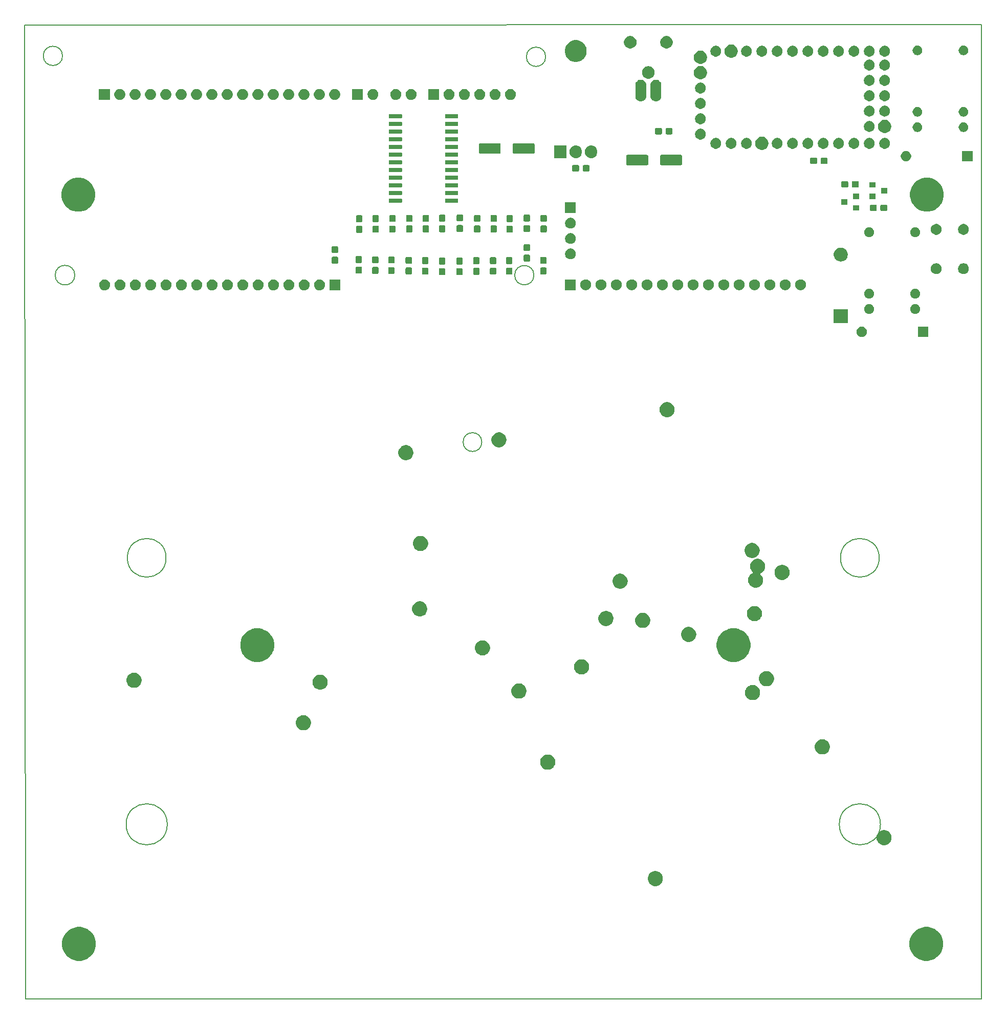
<source format=gts>
G04 #@! TF.GenerationSoftware,KiCad,Pcbnew,(5.1.5)-3*
G04 #@! TF.CreationDate,2020-04-06T11:34:40+02:00*
G04 #@! TF.ProjectId,carecasetester,63617265-6361-4736-9574-65737465722e,rev?*
G04 #@! TF.SameCoordinates,Original*
G04 #@! TF.FileFunction,Soldermask,Top*
G04 #@! TF.FilePolarity,Negative*
%FSLAX46Y46*%
G04 Gerber Fmt 4.6, Leading zero omitted, Abs format (unit mm)*
G04 Created by KiCad (PCBNEW (5.1.5)-3) date 2020-04-06 11:34:40*
%MOMM*%
%LPD*%
G04 APERTURE LIST*
%ADD10C,0.200000*%
%ADD11C,0.150000*%
G04 APERTURE END LIST*
D10*
X77000000Y-20080000D02*
X77000000Y-9350000D01*
X235330000Y-9300000D02*
X235330000Y-20030000D01*
X83280000Y-14450000D02*
G75*
G03X83280000Y-14450000I-1591897J0D01*
G01*
X163220000Y-14600000D02*
G75*
G03X163220000Y-14600000I-1590000J0D01*
G01*
X161280283Y-50710000D02*
G75*
G03X161280283Y-50710000I-1592180J0D01*
G01*
X85310123Y-50710000D02*
G75*
G03X85310123Y-50710000I-1622020J0D01*
G01*
X77000000Y-20080000D02*
X77150000Y-170400000D01*
X235330000Y-9300000D02*
X77000000Y-9350000D01*
X235290000Y-170410000D02*
X235330000Y-20030000D01*
X77150000Y-170400000D02*
X235290000Y-170410000D01*
X152660000Y-78311679D02*
G75*
G03X152660000Y-78311679I-1550000J0D01*
G01*
X100610000Y-141520000D02*
G75*
G03X100610000Y-141520000I-3400000J0D01*
G01*
X218610000Y-141520000D02*
G75*
G03X218610000Y-141520000I-3400000J0D01*
G01*
X218410000Y-97450000D02*
G75*
G03X218410000Y-97450000I-3200000J0D01*
G01*
X100410000Y-97450000D02*
G75*
G03X100410000Y-97450000I-3200000J0D01*
G01*
D11*
G36*
X227017021Y-158606640D02*
G01*
X227526769Y-158817785D01*
X227526771Y-158817786D01*
X227985534Y-159124321D01*
X228375679Y-159514466D01*
X228682214Y-159973229D01*
X228682215Y-159973231D01*
X228893360Y-160482979D01*
X229001000Y-161024124D01*
X229001000Y-161575876D01*
X228893360Y-162117021D01*
X228682215Y-162626769D01*
X228682214Y-162626771D01*
X228375679Y-163085534D01*
X227985534Y-163475679D01*
X227526771Y-163782214D01*
X227526770Y-163782215D01*
X227526769Y-163782215D01*
X227017021Y-163993360D01*
X226475876Y-164101000D01*
X225924124Y-164101000D01*
X225382979Y-163993360D01*
X224873231Y-163782215D01*
X224873230Y-163782215D01*
X224873229Y-163782214D01*
X224414466Y-163475679D01*
X224024321Y-163085534D01*
X223717786Y-162626771D01*
X223717785Y-162626769D01*
X223506640Y-162117021D01*
X223399000Y-161575876D01*
X223399000Y-161024124D01*
X223506640Y-160482979D01*
X223717785Y-159973231D01*
X223717786Y-159973229D01*
X224024321Y-159514466D01*
X224414466Y-159124321D01*
X224873229Y-158817786D01*
X224873231Y-158817785D01*
X225382979Y-158606640D01*
X225924124Y-158499000D01*
X226475876Y-158499000D01*
X227017021Y-158606640D01*
G37*
G36*
X86817021Y-158606640D02*
G01*
X87326769Y-158817785D01*
X87326771Y-158817786D01*
X87785534Y-159124321D01*
X88175679Y-159514466D01*
X88482214Y-159973229D01*
X88482215Y-159973231D01*
X88693360Y-160482979D01*
X88801000Y-161024124D01*
X88801000Y-161575876D01*
X88693360Y-162117021D01*
X88482215Y-162626769D01*
X88482214Y-162626771D01*
X88175679Y-163085534D01*
X87785534Y-163475679D01*
X87326771Y-163782214D01*
X87326770Y-163782215D01*
X87326769Y-163782215D01*
X86817021Y-163993360D01*
X86275876Y-164101000D01*
X85724124Y-164101000D01*
X85182979Y-163993360D01*
X84673231Y-163782215D01*
X84673230Y-163782215D01*
X84673229Y-163782214D01*
X84214466Y-163475679D01*
X83824321Y-163085534D01*
X83517786Y-162626771D01*
X83517785Y-162626769D01*
X83306640Y-162117021D01*
X83199000Y-161575876D01*
X83199000Y-161024124D01*
X83306640Y-160482979D01*
X83517785Y-159973231D01*
X83517786Y-159973229D01*
X83824321Y-159514466D01*
X84214466Y-159124321D01*
X84673229Y-158817786D01*
X84673231Y-158817785D01*
X85182979Y-158606640D01*
X85724124Y-158499000D01*
X86275876Y-158499000D01*
X86817021Y-158606640D01*
G37*
G36*
X181734610Y-149288036D02*
G01*
X181962095Y-149382264D01*
X181962097Y-149382265D01*
X182166828Y-149519062D01*
X182340938Y-149693172D01*
X182477736Y-149897905D01*
X182571964Y-150125390D01*
X182620000Y-150366884D01*
X182620000Y-150613116D01*
X182571964Y-150854610D01*
X182477736Y-151082095D01*
X182477735Y-151082097D01*
X182340938Y-151286828D01*
X182166828Y-151460938D01*
X181962097Y-151597735D01*
X181962096Y-151597736D01*
X181962095Y-151597736D01*
X181734610Y-151691964D01*
X181493116Y-151740000D01*
X181246884Y-151740000D01*
X181005390Y-151691964D01*
X180777905Y-151597736D01*
X180777904Y-151597736D01*
X180777903Y-151597735D01*
X180573172Y-151460938D01*
X180399062Y-151286828D01*
X180262265Y-151082097D01*
X180262264Y-151082095D01*
X180168036Y-150854610D01*
X180120000Y-150613116D01*
X180120000Y-150366884D01*
X180168036Y-150125390D01*
X180262264Y-149897905D01*
X180399062Y-149693172D01*
X180573172Y-149519062D01*
X180777903Y-149382265D01*
X180777905Y-149382264D01*
X181005390Y-149288036D01*
X181246884Y-149240000D01*
X181493116Y-149240000D01*
X181734610Y-149288036D01*
G37*
G36*
X219574610Y-142518036D02*
G01*
X219802095Y-142612264D01*
X219802097Y-142612265D01*
X220006828Y-142749062D01*
X220180938Y-142923172D01*
X220317736Y-143127905D01*
X220411964Y-143355390D01*
X220460000Y-143596884D01*
X220460000Y-143843116D01*
X220411964Y-144084610D01*
X220317736Y-144312095D01*
X220317735Y-144312097D01*
X220180938Y-144516828D01*
X220006828Y-144690938D01*
X219802097Y-144827735D01*
X219802096Y-144827736D01*
X219802095Y-144827736D01*
X219574610Y-144921964D01*
X219333116Y-144970000D01*
X219086884Y-144970000D01*
X218845390Y-144921964D01*
X218617905Y-144827736D01*
X218617904Y-144827736D01*
X218617903Y-144827735D01*
X218413172Y-144690938D01*
X218239062Y-144516828D01*
X218102265Y-144312097D01*
X218102264Y-144312095D01*
X218008036Y-144084610D01*
X217960000Y-143843116D01*
X217960000Y-143596884D01*
X218008036Y-143355390D01*
X218102264Y-143127905D01*
X218239062Y-142923172D01*
X218413172Y-142749062D01*
X218617903Y-142612265D01*
X218617905Y-142612264D01*
X218845390Y-142518036D01*
X219086884Y-142470000D01*
X219333116Y-142470000D01*
X219574610Y-142518036D01*
G37*
G36*
X163924610Y-130028036D02*
G01*
X164152095Y-130122264D01*
X164152097Y-130122265D01*
X164356828Y-130259062D01*
X164530938Y-130433172D01*
X164667736Y-130637905D01*
X164761964Y-130865390D01*
X164810000Y-131106884D01*
X164810000Y-131353116D01*
X164761964Y-131594610D01*
X164667736Y-131822095D01*
X164667735Y-131822097D01*
X164530938Y-132026828D01*
X164356828Y-132200938D01*
X164152097Y-132337735D01*
X164152096Y-132337736D01*
X164152095Y-132337736D01*
X163924610Y-132431964D01*
X163683116Y-132480000D01*
X163436884Y-132480000D01*
X163195390Y-132431964D01*
X162967905Y-132337736D01*
X162967904Y-132337736D01*
X162967903Y-132337735D01*
X162763172Y-132200938D01*
X162589062Y-132026828D01*
X162452265Y-131822097D01*
X162452264Y-131822095D01*
X162358036Y-131594610D01*
X162310000Y-131353116D01*
X162310000Y-131106884D01*
X162358036Y-130865390D01*
X162452264Y-130637905D01*
X162589062Y-130433172D01*
X162763172Y-130259062D01*
X162967903Y-130122265D01*
X162967905Y-130122264D01*
X163195390Y-130028036D01*
X163436884Y-129980000D01*
X163683116Y-129980000D01*
X163924610Y-130028036D01*
G37*
G36*
X209374610Y-127508036D02*
G01*
X209602095Y-127602264D01*
X209602097Y-127602265D01*
X209806828Y-127739062D01*
X209980938Y-127913172D01*
X210117736Y-128117905D01*
X210211964Y-128345390D01*
X210260000Y-128586884D01*
X210260000Y-128833116D01*
X210211964Y-129074610D01*
X210117736Y-129302095D01*
X210117735Y-129302097D01*
X209980938Y-129506828D01*
X209806828Y-129680938D01*
X209602097Y-129817735D01*
X209602096Y-129817736D01*
X209602095Y-129817736D01*
X209374610Y-129911964D01*
X209133116Y-129960000D01*
X208886884Y-129960000D01*
X208645390Y-129911964D01*
X208417905Y-129817736D01*
X208417904Y-129817736D01*
X208417903Y-129817735D01*
X208213172Y-129680938D01*
X208039062Y-129506828D01*
X207902265Y-129302097D01*
X207902264Y-129302095D01*
X207808036Y-129074610D01*
X207760000Y-128833116D01*
X207760000Y-128586884D01*
X207808036Y-128345390D01*
X207902264Y-128117905D01*
X208039062Y-127913172D01*
X208213172Y-127739062D01*
X208417903Y-127602265D01*
X208417905Y-127602264D01*
X208645390Y-127508036D01*
X208886884Y-127460000D01*
X209133116Y-127460000D01*
X209374610Y-127508036D01*
G37*
G36*
X123504610Y-123528036D02*
G01*
X123732095Y-123622264D01*
X123732097Y-123622265D01*
X123936828Y-123759062D01*
X124110938Y-123933172D01*
X124247736Y-124137905D01*
X124341964Y-124365390D01*
X124390000Y-124606884D01*
X124390000Y-124853116D01*
X124341964Y-125094610D01*
X124247736Y-125322095D01*
X124247735Y-125322097D01*
X124110938Y-125526828D01*
X123936828Y-125700938D01*
X123732097Y-125837735D01*
X123732096Y-125837736D01*
X123732095Y-125837736D01*
X123504610Y-125931964D01*
X123263116Y-125980000D01*
X123016884Y-125980000D01*
X122775390Y-125931964D01*
X122547905Y-125837736D01*
X122547904Y-125837736D01*
X122547903Y-125837735D01*
X122343172Y-125700938D01*
X122169062Y-125526828D01*
X122032265Y-125322097D01*
X122032264Y-125322095D01*
X121938036Y-125094610D01*
X121890000Y-124853116D01*
X121890000Y-124606884D01*
X121938036Y-124365390D01*
X122032264Y-124137905D01*
X122169062Y-123933172D01*
X122343172Y-123759062D01*
X122547903Y-123622265D01*
X122547905Y-123622264D01*
X122775390Y-123528036D01*
X123016884Y-123480000D01*
X123263116Y-123480000D01*
X123504610Y-123528036D01*
G37*
G36*
X197814610Y-118528036D02*
G01*
X198042095Y-118622264D01*
X198042097Y-118622265D01*
X198128503Y-118680000D01*
X198246828Y-118759062D01*
X198420938Y-118933172D01*
X198557736Y-119137905D01*
X198651964Y-119365390D01*
X198700000Y-119606884D01*
X198700000Y-119853116D01*
X198651964Y-120094610D01*
X198580628Y-120266828D01*
X198557735Y-120322097D01*
X198420938Y-120526828D01*
X198246828Y-120700938D01*
X198042097Y-120837735D01*
X198042096Y-120837736D01*
X198042095Y-120837736D01*
X197814610Y-120931964D01*
X197573116Y-120980000D01*
X197326884Y-120980000D01*
X197085390Y-120931964D01*
X196857905Y-120837736D01*
X196857904Y-120837736D01*
X196857903Y-120837735D01*
X196653172Y-120700938D01*
X196479062Y-120526828D01*
X196342265Y-120322097D01*
X196319372Y-120266828D01*
X196248036Y-120094610D01*
X196200000Y-119853116D01*
X196200000Y-119606884D01*
X196248036Y-119365390D01*
X196342264Y-119137905D01*
X196479062Y-118933172D01*
X196653172Y-118759062D01*
X196771497Y-118680000D01*
X196857903Y-118622265D01*
X196857905Y-118622264D01*
X197085390Y-118528036D01*
X197326884Y-118480000D01*
X197573116Y-118480000D01*
X197814610Y-118528036D01*
G37*
G36*
X159174610Y-118268036D02*
G01*
X159402095Y-118362264D01*
X159402097Y-118362265D01*
X159420574Y-118374611D01*
X159606828Y-118499062D01*
X159780938Y-118673172D01*
X159917736Y-118877905D01*
X160011964Y-119105390D01*
X160060000Y-119346884D01*
X160060000Y-119593116D01*
X160011964Y-119834610D01*
X159917736Y-120062095D01*
X159917735Y-120062097D01*
X159780938Y-120266828D01*
X159606828Y-120440938D01*
X159402097Y-120577735D01*
X159402096Y-120577736D01*
X159402095Y-120577736D01*
X159174610Y-120671964D01*
X158933116Y-120720000D01*
X158686884Y-120720000D01*
X158445390Y-120671964D01*
X158217905Y-120577736D01*
X158217904Y-120577736D01*
X158217903Y-120577735D01*
X158013172Y-120440938D01*
X157839062Y-120266828D01*
X157702265Y-120062097D01*
X157702264Y-120062095D01*
X157608036Y-119834610D01*
X157560000Y-119593116D01*
X157560000Y-119346884D01*
X157608036Y-119105390D01*
X157702264Y-118877905D01*
X157839062Y-118673172D01*
X158013172Y-118499062D01*
X158199426Y-118374611D01*
X158217903Y-118362265D01*
X158217905Y-118362264D01*
X158445390Y-118268036D01*
X158686884Y-118220000D01*
X158933116Y-118220000D01*
X159174610Y-118268036D01*
G37*
G36*
X126274610Y-116808036D02*
G01*
X126502095Y-116902264D01*
X126502097Y-116902265D01*
X126706828Y-117039062D01*
X126880938Y-117213172D01*
X126962602Y-117335390D01*
X127017736Y-117417905D01*
X127111964Y-117645390D01*
X127160000Y-117886884D01*
X127160000Y-118133116D01*
X127111964Y-118374610D01*
X127017736Y-118602095D01*
X127017735Y-118602097D01*
X126880938Y-118806828D01*
X126706828Y-118980938D01*
X126502097Y-119117735D01*
X126502096Y-119117736D01*
X126502095Y-119117736D01*
X126274610Y-119211964D01*
X126033116Y-119260000D01*
X125786884Y-119260000D01*
X125545390Y-119211964D01*
X125317905Y-119117736D01*
X125317904Y-119117736D01*
X125317903Y-119117735D01*
X125113172Y-118980938D01*
X124939062Y-118806828D01*
X124802265Y-118602097D01*
X124802264Y-118602095D01*
X124708036Y-118374610D01*
X124660000Y-118133116D01*
X124660000Y-117886884D01*
X124708036Y-117645390D01*
X124802264Y-117417905D01*
X124857399Y-117335390D01*
X124939062Y-117213172D01*
X125113172Y-117039062D01*
X125317903Y-116902265D01*
X125317905Y-116902264D01*
X125545390Y-116808036D01*
X125786884Y-116760000D01*
X126033116Y-116760000D01*
X126274610Y-116808036D01*
G37*
G36*
X95474610Y-116498036D02*
G01*
X95702095Y-116592264D01*
X95702097Y-116592265D01*
X95906828Y-116729062D01*
X96080938Y-116903172D01*
X96189329Y-117065390D01*
X96217736Y-117107905D01*
X96311964Y-117335390D01*
X96360000Y-117576884D01*
X96360000Y-117823116D01*
X96311964Y-118064610D01*
X96227701Y-118268037D01*
X96217735Y-118292097D01*
X96080938Y-118496828D01*
X95906828Y-118670938D01*
X95702097Y-118807735D01*
X95702096Y-118807736D01*
X95702095Y-118807736D01*
X95474610Y-118901964D01*
X95233116Y-118950000D01*
X94986884Y-118950000D01*
X94745390Y-118901964D01*
X94517905Y-118807736D01*
X94517904Y-118807736D01*
X94517903Y-118807735D01*
X94313172Y-118670938D01*
X94139062Y-118496828D01*
X94002265Y-118292097D01*
X93992299Y-118268037D01*
X93908036Y-118064610D01*
X93860000Y-117823116D01*
X93860000Y-117576884D01*
X93908036Y-117335390D01*
X94002264Y-117107905D01*
X94030672Y-117065390D01*
X94139062Y-116903172D01*
X94313172Y-116729062D01*
X94517903Y-116592265D01*
X94517905Y-116592264D01*
X94745390Y-116498036D01*
X94986884Y-116450000D01*
X95233116Y-116450000D01*
X95474610Y-116498036D01*
G37*
G36*
X200124610Y-116228036D02*
G01*
X200352095Y-116322264D01*
X200352097Y-116322265D01*
X200543266Y-116450000D01*
X200556828Y-116459062D01*
X200730938Y-116633172D01*
X200867736Y-116837905D01*
X200961964Y-117065390D01*
X201010000Y-117306884D01*
X201010000Y-117553116D01*
X200961964Y-117794610D01*
X200867736Y-118022095D01*
X200867735Y-118022097D01*
X200730938Y-118226828D01*
X200556828Y-118400938D01*
X200352097Y-118537735D01*
X200352096Y-118537736D01*
X200352095Y-118537736D01*
X200124610Y-118631964D01*
X199883116Y-118680000D01*
X199636884Y-118680000D01*
X199395390Y-118631964D01*
X199167905Y-118537736D01*
X199167904Y-118537736D01*
X199167903Y-118537735D01*
X198963172Y-118400938D01*
X198789062Y-118226828D01*
X198652265Y-118022097D01*
X198652264Y-118022095D01*
X198558036Y-117794610D01*
X198510000Y-117553116D01*
X198510000Y-117306884D01*
X198558036Y-117065390D01*
X198652264Y-116837905D01*
X198789062Y-116633172D01*
X198963172Y-116459062D01*
X198976734Y-116450000D01*
X199167903Y-116322265D01*
X199167905Y-116322264D01*
X199395390Y-116228036D01*
X199636884Y-116180000D01*
X199883116Y-116180000D01*
X200124610Y-116228036D01*
G37*
G36*
X169534610Y-114278036D02*
G01*
X169762095Y-114372264D01*
X169762097Y-114372265D01*
X169776988Y-114382215D01*
X169966828Y-114509062D01*
X170140938Y-114683172D01*
X170277736Y-114887905D01*
X170371964Y-115115390D01*
X170420000Y-115356884D01*
X170420000Y-115603116D01*
X170371964Y-115844610D01*
X170277736Y-116072095D01*
X170277735Y-116072097D01*
X170140938Y-116276828D01*
X169966828Y-116450938D01*
X169762097Y-116587735D01*
X169762096Y-116587736D01*
X169762095Y-116587736D01*
X169534610Y-116681964D01*
X169293116Y-116730000D01*
X169046884Y-116730000D01*
X168805390Y-116681964D01*
X168577905Y-116587736D01*
X168577904Y-116587736D01*
X168577903Y-116587735D01*
X168373172Y-116450938D01*
X168199062Y-116276828D01*
X168062265Y-116072097D01*
X168062264Y-116072095D01*
X167968036Y-115844610D01*
X167920000Y-115603116D01*
X167920000Y-115356884D01*
X167968036Y-115115390D01*
X168062264Y-114887905D01*
X168199062Y-114683172D01*
X168373172Y-114509062D01*
X168563012Y-114382215D01*
X168577903Y-114372265D01*
X168577905Y-114372264D01*
X168805390Y-114278036D01*
X169046884Y-114230000D01*
X169293116Y-114230000D01*
X169534610Y-114278036D01*
G37*
G36*
X195117021Y-109206640D02*
G01*
X195374211Y-109313172D01*
X195626771Y-109417786D01*
X196085534Y-109724321D01*
X196475679Y-110114466D01*
X196782214Y-110573229D01*
X196782215Y-110573231D01*
X196993360Y-111082979D01*
X197101000Y-111624124D01*
X197101000Y-112175876D01*
X196993360Y-112717021D01*
X196904273Y-112932095D01*
X196782214Y-113226771D01*
X196475679Y-113685534D01*
X196085534Y-114075679D01*
X195626771Y-114382214D01*
X195626770Y-114382215D01*
X195626769Y-114382215D01*
X195117021Y-114593360D01*
X194575876Y-114701000D01*
X194024124Y-114701000D01*
X193482979Y-114593360D01*
X192973231Y-114382215D01*
X192973230Y-114382215D01*
X192973229Y-114382214D01*
X192514466Y-114075679D01*
X192124321Y-113685534D01*
X191817786Y-113226771D01*
X191695727Y-112932095D01*
X191606640Y-112717021D01*
X191499000Y-112175876D01*
X191499000Y-111624124D01*
X191606640Y-111082979D01*
X191817785Y-110573231D01*
X191817786Y-110573229D01*
X192124321Y-110114466D01*
X192514466Y-109724321D01*
X192973229Y-109417786D01*
X193225789Y-109313172D01*
X193482979Y-109206640D01*
X194024124Y-109099000D01*
X194575876Y-109099000D01*
X195117021Y-109206640D01*
G37*
G36*
X116317021Y-109206640D02*
G01*
X116574211Y-109313172D01*
X116826771Y-109417786D01*
X117285534Y-109724321D01*
X117675679Y-110114466D01*
X117982214Y-110573229D01*
X117982215Y-110573231D01*
X118193360Y-111082979D01*
X118301000Y-111624124D01*
X118301000Y-112175876D01*
X118193360Y-112717021D01*
X118104273Y-112932095D01*
X117982214Y-113226771D01*
X117675679Y-113685534D01*
X117285534Y-114075679D01*
X116826771Y-114382214D01*
X116826770Y-114382215D01*
X116826769Y-114382215D01*
X116317021Y-114593360D01*
X115775876Y-114701000D01*
X115224124Y-114701000D01*
X114682979Y-114593360D01*
X114173231Y-114382215D01*
X114173230Y-114382215D01*
X114173229Y-114382214D01*
X113714466Y-114075679D01*
X113324321Y-113685534D01*
X113017786Y-113226771D01*
X112895727Y-112932095D01*
X112806640Y-112717021D01*
X112699000Y-112175876D01*
X112699000Y-111624124D01*
X112806640Y-111082979D01*
X113017785Y-110573231D01*
X113017786Y-110573229D01*
X113324321Y-110114466D01*
X113714466Y-109724321D01*
X114173229Y-109417786D01*
X114425789Y-109313172D01*
X114682979Y-109206640D01*
X115224124Y-109099000D01*
X115775876Y-109099000D01*
X116317021Y-109206640D01*
G37*
G36*
X153134610Y-111138036D02*
G01*
X153362095Y-111232264D01*
X153362097Y-111232265D01*
X153481373Y-111311963D01*
X153566828Y-111369062D01*
X153740938Y-111543172D01*
X153877736Y-111747905D01*
X153971964Y-111975390D01*
X154020000Y-112216884D01*
X154020000Y-112463116D01*
X153971964Y-112704610D01*
X153877736Y-112932095D01*
X153877735Y-112932097D01*
X153740938Y-113136828D01*
X153566828Y-113310938D01*
X153362097Y-113447735D01*
X153362096Y-113447736D01*
X153362095Y-113447736D01*
X153134610Y-113541964D01*
X152893116Y-113590000D01*
X152646884Y-113590000D01*
X152405390Y-113541964D01*
X152177905Y-113447736D01*
X152177904Y-113447736D01*
X152177903Y-113447735D01*
X151973172Y-113310938D01*
X151799062Y-113136828D01*
X151662265Y-112932097D01*
X151662264Y-112932095D01*
X151568036Y-112704610D01*
X151520000Y-112463116D01*
X151520000Y-112216884D01*
X151568036Y-111975390D01*
X151662264Y-111747905D01*
X151799062Y-111543172D01*
X151973172Y-111369062D01*
X152058627Y-111311963D01*
X152177903Y-111232265D01*
X152177905Y-111232264D01*
X152405390Y-111138036D01*
X152646884Y-111090000D01*
X152893116Y-111090000D01*
X153134610Y-111138036D01*
G37*
G36*
X187244610Y-108908036D02*
G01*
X187472095Y-109002264D01*
X187472097Y-109002265D01*
X187528571Y-109040000D01*
X187676828Y-109139062D01*
X187850938Y-109313172D01*
X187987736Y-109517905D01*
X188081964Y-109745390D01*
X188130000Y-109986884D01*
X188130000Y-110233116D01*
X188081964Y-110474610D01*
X187987736Y-110702095D01*
X187987735Y-110702097D01*
X187850938Y-110906828D01*
X187676828Y-111080938D01*
X187472097Y-111217735D01*
X187472096Y-111217736D01*
X187472095Y-111217736D01*
X187244610Y-111311964D01*
X187003116Y-111360000D01*
X186756884Y-111360000D01*
X186515390Y-111311964D01*
X186287905Y-111217736D01*
X186287904Y-111217736D01*
X186287903Y-111217735D01*
X186083172Y-111080938D01*
X185909062Y-110906828D01*
X185772265Y-110702097D01*
X185772264Y-110702095D01*
X185678036Y-110474610D01*
X185630000Y-110233116D01*
X185630000Y-109986884D01*
X185678036Y-109745390D01*
X185772264Y-109517905D01*
X185909062Y-109313172D01*
X186083172Y-109139062D01*
X186231429Y-109040000D01*
X186287903Y-109002265D01*
X186287905Y-109002264D01*
X186515390Y-108908036D01*
X186756884Y-108860000D01*
X187003116Y-108860000D01*
X187244610Y-108908036D01*
G37*
G36*
X179644610Y-106588036D02*
G01*
X179872095Y-106682264D01*
X179872097Y-106682265D01*
X180076828Y-106819062D01*
X180250938Y-106993172D01*
X180332602Y-107115390D01*
X180387736Y-107197905D01*
X180481964Y-107425390D01*
X180530000Y-107666884D01*
X180530000Y-107913116D01*
X180481964Y-108154610D01*
X180431339Y-108276828D01*
X180387735Y-108382097D01*
X180250938Y-108586828D01*
X180076828Y-108760938D01*
X179872097Y-108897735D01*
X179872096Y-108897736D01*
X179872095Y-108897736D01*
X179644610Y-108991964D01*
X179403116Y-109040000D01*
X179156884Y-109040000D01*
X178915390Y-108991964D01*
X178687905Y-108897736D01*
X178687904Y-108897736D01*
X178687903Y-108897735D01*
X178483172Y-108760938D01*
X178309062Y-108586828D01*
X178172265Y-108382097D01*
X178128661Y-108276828D01*
X178078036Y-108154610D01*
X178030000Y-107913116D01*
X178030000Y-107666884D01*
X178078036Y-107425390D01*
X178172264Y-107197905D01*
X178227399Y-107115390D01*
X178309062Y-106993172D01*
X178483172Y-106819062D01*
X178687903Y-106682265D01*
X178687905Y-106682264D01*
X178915390Y-106588036D01*
X179156884Y-106540000D01*
X179403116Y-106540000D01*
X179644610Y-106588036D01*
G37*
G36*
X173554610Y-106278036D02*
G01*
X173782095Y-106372264D01*
X173782097Y-106372265D01*
X173961435Y-106492095D01*
X173986828Y-106509062D01*
X174160938Y-106683172D01*
X174297736Y-106887905D01*
X174391964Y-107115390D01*
X174440000Y-107356884D01*
X174440000Y-107603116D01*
X174391964Y-107844610D01*
X174360736Y-107920000D01*
X174297735Y-108072097D01*
X174160938Y-108276828D01*
X173986828Y-108450938D01*
X173782097Y-108587735D01*
X173782096Y-108587736D01*
X173782095Y-108587736D01*
X173554610Y-108681964D01*
X173313116Y-108730000D01*
X173066884Y-108730000D01*
X172825390Y-108681964D01*
X172597905Y-108587736D01*
X172597904Y-108587736D01*
X172597903Y-108587735D01*
X172393172Y-108450938D01*
X172219062Y-108276828D01*
X172082265Y-108072097D01*
X172019264Y-107920000D01*
X171988036Y-107844610D01*
X171940000Y-107603116D01*
X171940000Y-107356884D01*
X171988036Y-107115390D01*
X172082264Y-106887905D01*
X172219062Y-106683172D01*
X172393172Y-106509062D01*
X172418565Y-106492095D01*
X172597903Y-106372265D01*
X172597905Y-106372264D01*
X172825390Y-106278036D01*
X173066884Y-106230000D01*
X173313116Y-106230000D01*
X173554610Y-106278036D01*
G37*
G36*
X198134610Y-105468036D02*
G01*
X198362095Y-105562264D01*
X198362097Y-105562265D01*
X198566828Y-105699062D01*
X198740938Y-105873172D01*
X198877736Y-106077905D01*
X198971964Y-106305390D01*
X199020000Y-106546884D01*
X199020000Y-106793116D01*
X198971964Y-107034610D01*
X198877736Y-107262095D01*
X198877735Y-107262097D01*
X198740938Y-107466828D01*
X198566828Y-107640938D01*
X198362097Y-107777735D01*
X198362096Y-107777736D01*
X198362095Y-107777736D01*
X198134610Y-107871964D01*
X197893116Y-107920000D01*
X197646884Y-107920000D01*
X197405390Y-107871964D01*
X197177905Y-107777736D01*
X197177904Y-107777736D01*
X197177903Y-107777735D01*
X196973172Y-107640938D01*
X196799062Y-107466828D01*
X196662265Y-107262097D01*
X196662264Y-107262095D01*
X196568036Y-107034610D01*
X196520000Y-106793116D01*
X196520000Y-106546884D01*
X196568036Y-106305390D01*
X196662264Y-106077905D01*
X196799062Y-105873172D01*
X196973172Y-105699062D01*
X197177903Y-105562265D01*
X197177905Y-105562264D01*
X197405390Y-105468036D01*
X197646884Y-105420000D01*
X197893116Y-105420000D01*
X198134610Y-105468036D01*
G37*
G36*
X142744610Y-104698036D02*
G01*
X142972095Y-104792264D01*
X142972097Y-104792265D01*
X143176828Y-104929062D01*
X143350938Y-105103172D01*
X143487736Y-105307905D01*
X143581964Y-105535390D01*
X143630000Y-105776884D01*
X143630000Y-106023116D01*
X143581964Y-106264610D01*
X143487736Y-106492095D01*
X143487735Y-106492097D01*
X143350938Y-106696828D01*
X143176828Y-106870938D01*
X142972097Y-107007735D01*
X142972096Y-107007736D01*
X142972095Y-107007736D01*
X142744610Y-107101964D01*
X142503116Y-107150000D01*
X142256884Y-107150000D01*
X142015390Y-107101964D01*
X141787905Y-107007736D01*
X141787904Y-107007736D01*
X141787903Y-107007735D01*
X141583172Y-106870938D01*
X141409062Y-106696828D01*
X141272265Y-106492097D01*
X141272264Y-106492095D01*
X141178036Y-106264610D01*
X141130000Y-106023116D01*
X141130000Y-105776884D01*
X141178036Y-105535390D01*
X141272264Y-105307905D01*
X141409062Y-105103172D01*
X141583172Y-104929062D01*
X141787903Y-104792265D01*
X141787905Y-104792264D01*
X142015390Y-104698036D01*
X142256884Y-104650000D01*
X142503116Y-104650000D01*
X142744610Y-104698036D01*
G37*
G36*
X175904610Y-100108036D02*
G01*
X176099117Y-100188604D01*
X176132097Y-100202265D01*
X176150574Y-100214611D01*
X176336828Y-100339062D01*
X176510938Y-100513172D01*
X176647736Y-100717905D01*
X176741964Y-100945390D01*
X176790000Y-101186884D01*
X176790000Y-101433116D01*
X176741964Y-101674610D01*
X176722294Y-101722097D01*
X176647735Y-101902097D01*
X176510938Y-102106828D01*
X176336828Y-102280938D01*
X176132097Y-102417735D01*
X176132096Y-102417736D01*
X176132095Y-102417736D01*
X175904610Y-102511964D01*
X175663116Y-102560000D01*
X175416884Y-102560000D01*
X175175390Y-102511964D01*
X174947905Y-102417736D01*
X174947904Y-102417736D01*
X174947903Y-102417735D01*
X174743172Y-102280938D01*
X174569062Y-102106828D01*
X174432265Y-101902097D01*
X174357706Y-101722097D01*
X174338036Y-101674610D01*
X174290000Y-101433116D01*
X174290000Y-101186884D01*
X174338036Y-100945390D01*
X174432264Y-100717905D01*
X174569062Y-100513172D01*
X174743172Y-100339062D01*
X174929426Y-100214611D01*
X174947903Y-100202265D01*
X174980883Y-100188604D01*
X175175390Y-100108036D01*
X175416884Y-100060000D01*
X175663116Y-100060000D01*
X175904610Y-100108036D01*
G37*
G36*
X198664610Y-97648036D02*
G01*
X198892095Y-97742264D01*
X198892097Y-97742265D01*
X199096828Y-97879062D01*
X199270938Y-98053172D01*
X199407736Y-98257905D01*
X199501964Y-98485390D01*
X199550000Y-98726884D01*
X199550000Y-98973116D01*
X199501964Y-99214610D01*
X199407736Y-99442095D01*
X199407735Y-99442097D01*
X199270938Y-99646828D01*
X199096828Y-99820938D01*
X198892097Y-99957735D01*
X198826922Y-99984732D01*
X198805311Y-99996284D01*
X198786370Y-100011829D01*
X198770825Y-100030771D01*
X198759274Y-100052382D01*
X198752161Y-100075831D01*
X198749759Y-100100217D01*
X198752161Y-100124603D01*
X198759274Y-100148052D01*
X198770826Y-100169663D01*
X198786370Y-100188604D01*
X198930938Y-100333172D01*
X199067736Y-100537905D01*
X199161964Y-100765390D01*
X199210000Y-101006884D01*
X199210000Y-101253116D01*
X199161964Y-101494610D01*
X199067736Y-101722095D01*
X199067735Y-101722097D01*
X198930938Y-101926828D01*
X198756828Y-102100938D01*
X198552097Y-102237735D01*
X198552096Y-102237736D01*
X198552095Y-102237736D01*
X198324610Y-102331964D01*
X198083116Y-102380000D01*
X197836884Y-102380000D01*
X197595390Y-102331964D01*
X197367905Y-102237736D01*
X197367904Y-102237736D01*
X197367903Y-102237735D01*
X197163172Y-102100938D01*
X196989062Y-101926828D01*
X196852265Y-101722097D01*
X196852264Y-101722095D01*
X196758036Y-101494610D01*
X196710000Y-101253116D01*
X196710000Y-101006884D01*
X196758036Y-100765390D01*
X196852264Y-100537905D01*
X196989062Y-100333172D01*
X197163172Y-100159062D01*
X197367903Y-100022265D01*
X197433078Y-99995268D01*
X197454689Y-99983716D01*
X197473630Y-99968171D01*
X197489175Y-99949229D01*
X197500726Y-99927618D01*
X197507839Y-99904169D01*
X197510241Y-99879783D01*
X197507839Y-99855397D01*
X197500726Y-99831948D01*
X197489174Y-99810337D01*
X197473630Y-99791396D01*
X197329062Y-99646828D01*
X197192265Y-99442097D01*
X197192264Y-99442095D01*
X197098036Y-99214610D01*
X197050000Y-98973116D01*
X197050000Y-98726884D01*
X197098036Y-98485390D01*
X197192264Y-98257905D01*
X197329062Y-98053172D01*
X197503172Y-97879062D01*
X197707903Y-97742265D01*
X197707905Y-97742264D01*
X197935390Y-97648036D01*
X198176884Y-97600000D01*
X198423116Y-97600000D01*
X198664610Y-97648036D01*
G37*
G36*
X202704610Y-98648036D02*
G01*
X202894969Y-98726886D01*
X202932097Y-98742265D01*
X203136828Y-98879062D01*
X203310938Y-99053172D01*
X203418808Y-99214610D01*
X203447736Y-99257905D01*
X203541964Y-99485390D01*
X203590000Y-99726884D01*
X203590000Y-99973116D01*
X203541964Y-100214610D01*
X203490414Y-100339062D01*
X203447735Y-100442097D01*
X203310938Y-100646828D01*
X203136828Y-100820938D01*
X202932097Y-100957735D01*
X202932096Y-100957736D01*
X202932095Y-100957736D01*
X202704610Y-101051964D01*
X202463116Y-101100000D01*
X202216884Y-101100000D01*
X201975390Y-101051964D01*
X201747905Y-100957736D01*
X201747904Y-100957736D01*
X201747903Y-100957735D01*
X201543172Y-100820938D01*
X201369062Y-100646828D01*
X201232265Y-100442097D01*
X201189586Y-100339062D01*
X201138036Y-100214610D01*
X201090000Y-99973116D01*
X201090000Y-99726884D01*
X201138036Y-99485390D01*
X201232264Y-99257905D01*
X201261193Y-99214610D01*
X201369062Y-99053172D01*
X201543172Y-98879062D01*
X201747903Y-98742265D01*
X201785031Y-98726886D01*
X201975390Y-98648036D01*
X202216884Y-98600000D01*
X202463116Y-98600000D01*
X202704610Y-98648036D01*
G37*
G36*
X197744610Y-95028036D02*
G01*
X197972095Y-95122264D01*
X197972097Y-95122265D01*
X198078130Y-95193114D01*
X198176828Y-95259062D01*
X198350938Y-95433172D01*
X198487736Y-95637905D01*
X198581964Y-95865390D01*
X198630000Y-96106884D01*
X198630000Y-96353116D01*
X198581964Y-96594610D01*
X198487736Y-96822095D01*
X198487735Y-96822097D01*
X198350938Y-97026828D01*
X198176828Y-97200938D01*
X197972097Y-97337735D01*
X197972096Y-97337736D01*
X197972095Y-97337736D01*
X197744610Y-97431964D01*
X197503116Y-97480000D01*
X197256884Y-97480000D01*
X197015390Y-97431964D01*
X196787905Y-97337736D01*
X196787904Y-97337736D01*
X196787903Y-97337735D01*
X196583172Y-97200938D01*
X196409062Y-97026828D01*
X196272265Y-96822097D01*
X196272264Y-96822095D01*
X196178036Y-96594610D01*
X196130000Y-96353116D01*
X196130000Y-96106884D01*
X196178036Y-95865390D01*
X196272264Y-95637905D01*
X196409062Y-95433172D01*
X196583172Y-95259062D01*
X196681870Y-95193114D01*
X196787903Y-95122265D01*
X196787905Y-95122264D01*
X197015390Y-95028036D01*
X197256884Y-94980000D01*
X197503116Y-94980000D01*
X197744610Y-95028036D01*
G37*
G36*
X142874610Y-93868036D02*
G01*
X143102095Y-93962264D01*
X143102097Y-93962265D01*
X143306828Y-94099062D01*
X143480938Y-94273172D01*
X143617736Y-94477905D01*
X143711964Y-94705390D01*
X143760000Y-94946884D01*
X143760000Y-95193116D01*
X143711964Y-95434610D01*
X143627757Y-95637903D01*
X143617735Y-95662097D01*
X143480938Y-95866828D01*
X143306828Y-96040938D01*
X143102097Y-96177735D01*
X143102096Y-96177736D01*
X143102095Y-96177736D01*
X142874610Y-96271964D01*
X142633116Y-96320000D01*
X142386884Y-96320000D01*
X142145390Y-96271964D01*
X141917905Y-96177736D01*
X141917904Y-96177736D01*
X141917903Y-96177735D01*
X141713172Y-96040938D01*
X141539062Y-95866828D01*
X141402265Y-95662097D01*
X141392243Y-95637903D01*
X141308036Y-95434610D01*
X141260000Y-95193116D01*
X141260000Y-94946884D01*
X141308036Y-94705390D01*
X141402264Y-94477905D01*
X141539062Y-94273172D01*
X141713172Y-94099062D01*
X141917903Y-93962265D01*
X141917905Y-93962264D01*
X142145390Y-93868036D01*
X142386884Y-93820000D01*
X142633116Y-93820000D01*
X142874610Y-93868036D01*
G37*
G36*
X140454610Y-78858036D02*
G01*
X140682095Y-78952264D01*
X140682097Y-78952265D01*
X140824978Y-79047735D01*
X140886828Y-79089062D01*
X141060938Y-79263172D01*
X141197736Y-79467905D01*
X141291964Y-79695390D01*
X141340000Y-79936884D01*
X141340000Y-80183116D01*
X141291964Y-80424610D01*
X141197736Y-80652095D01*
X141197735Y-80652097D01*
X141060938Y-80856828D01*
X140886828Y-81030938D01*
X140682097Y-81167735D01*
X140682096Y-81167736D01*
X140682095Y-81167736D01*
X140454610Y-81261964D01*
X140213116Y-81310000D01*
X139966884Y-81310000D01*
X139725390Y-81261964D01*
X139497905Y-81167736D01*
X139497904Y-81167736D01*
X139497903Y-81167735D01*
X139293172Y-81030938D01*
X139119062Y-80856828D01*
X138982265Y-80652097D01*
X138982264Y-80652095D01*
X138888036Y-80424610D01*
X138840000Y-80183116D01*
X138840000Y-79936884D01*
X138888036Y-79695390D01*
X138982264Y-79467905D01*
X139119062Y-79263172D01*
X139293172Y-79089062D01*
X139355022Y-79047735D01*
X139497903Y-78952265D01*
X139497905Y-78952264D01*
X139725390Y-78858036D01*
X139966884Y-78810000D01*
X140213116Y-78810000D01*
X140454610Y-78858036D01*
G37*
G36*
X155854610Y-76738036D02*
G01*
X156082095Y-76832264D01*
X156082097Y-76832265D01*
X156286828Y-76969062D01*
X156460938Y-77143172D01*
X156597736Y-77347905D01*
X156691964Y-77575390D01*
X156740000Y-77816884D01*
X156740000Y-78063116D01*
X156691964Y-78304610D01*
X156597736Y-78532095D01*
X156597735Y-78532097D01*
X156460938Y-78736828D01*
X156286828Y-78910938D01*
X156082097Y-79047735D01*
X156082096Y-79047736D01*
X156082095Y-79047736D01*
X155854610Y-79141964D01*
X155613116Y-79190000D01*
X155366884Y-79190000D01*
X155125390Y-79141964D01*
X154897905Y-79047736D01*
X154897904Y-79047736D01*
X154897903Y-79047735D01*
X154693172Y-78910938D01*
X154519062Y-78736828D01*
X154382265Y-78532097D01*
X154382264Y-78532095D01*
X154288036Y-78304610D01*
X154240000Y-78063116D01*
X154240000Y-77816884D01*
X154288036Y-77575390D01*
X154382264Y-77347905D01*
X154519062Y-77143172D01*
X154693172Y-76969062D01*
X154897903Y-76832265D01*
X154897905Y-76832264D01*
X155125390Y-76738036D01*
X155366884Y-76690000D01*
X155613116Y-76690000D01*
X155854610Y-76738036D01*
G37*
G36*
X183674610Y-71748036D02*
G01*
X183902095Y-71842264D01*
X183902097Y-71842265D01*
X184106828Y-71979062D01*
X184280938Y-72153172D01*
X184417736Y-72357905D01*
X184511964Y-72585390D01*
X184560000Y-72826884D01*
X184560000Y-73073116D01*
X184511964Y-73314610D01*
X184417736Y-73542095D01*
X184417735Y-73542097D01*
X184280938Y-73746828D01*
X184106828Y-73920938D01*
X183902097Y-74057735D01*
X183902096Y-74057736D01*
X183902095Y-74057736D01*
X183674610Y-74151964D01*
X183433116Y-74200000D01*
X183186884Y-74200000D01*
X182945390Y-74151964D01*
X182717905Y-74057736D01*
X182717904Y-74057736D01*
X182717903Y-74057735D01*
X182513172Y-73920938D01*
X182339062Y-73746828D01*
X182202265Y-73542097D01*
X182202264Y-73542095D01*
X182108036Y-73314610D01*
X182060000Y-73073116D01*
X182060000Y-72826884D01*
X182108036Y-72585390D01*
X182202264Y-72357905D01*
X182339062Y-72153172D01*
X182513172Y-71979062D01*
X182717903Y-71842265D01*
X182717905Y-71842264D01*
X182945390Y-71748036D01*
X183186884Y-71700000D01*
X183433116Y-71700000D01*
X183674610Y-71748036D01*
G37*
G36*
X226531000Y-60921000D02*
G01*
X224829000Y-60921000D01*
X224829000Y-59219000D01*
X226531000Y-59219000D01*
X226531000Y-60921000D01*
G37*
G36*
X215768228Y-59251703D02*
G01*
X215923100Y-59315853D01*
X216062481Y-59408985D01*
X216181015Y-59527519D01*
X216274147Y-59666900D01*
X216338297Y-59821772D01*
X216371000Y-59986184D01*
X216371000Y-60153816D01*
X216338297Y-60318228D01*
X216274147Y-60473100D01*
X216181015Y-60612481D01*
X216062481Y-60731015D01*
X215923100Y-60824147D01*
X215768228Y-60888297D01*
X215603816Y-60921000D01*
X215436184Y-60921000D01*
X215271772Y-60888297D01*
X215116900Y-60824147D01*
X214977519Y-60731015D01*
X214858985Y-60612481D01*
X214765853Y-60473100D01*
X214701703Y-60318228D01*
X214669000Y-60153816D01*
X214669000Y-59986184D01*
X214701703Y-59821772D01*
X214765853Y-59666900D01*
X214858985Y-59527519D01*
X214977519Y-59408985D01*
X215116900Y-59315853D01*
X215271772Y-59251703D01*
X215436184Y-59219000D01*
X215603816Y-59219000D01*
X215768228Y-59251703D01*
G37*
G36*
X213201000Y-58611000D02*
G01*
X210899000Y-58611000D01*
X210899000Y-56309000D01*
X213201000Y-56309000D01*
X213201000Y-58611000D01*
G37*
G36*
X216973642Y-55539781D02*
G01*
X217119414Y-55600162D01*
X217119416Y-55600163D01*
X217250608Y-55687822D01*
X217362178Y-55799392D01*
X217449837Y-55930584D01*
X217449838Y-55930586D01*
X217510219Y-56076358D01*
X217541000Y-56231107D01*
X217541000Y-56388893D01*
X217510219Y-56543642D01*
X217449838Y-56689414D01*
X217449837Y-56689416D01*
X217362178Y-56820608D01*
X217250608Y-56932178D01*
X217119416Y-57019837D01*
X217119415Y-57019838D01*
X217119414Y-57019838D01*
X216973642Y-57080219D01*
X216818893Y-57111000D01*
X216661107Y-57111000D01*
X216506358Y-57080219D01*
X216360586Y-57019838D01*
X216360585Y-57019838D01*
X216360584Y-57019837D01*
X216229392Y-56932178D01*
X216117822Y-56820608D01*
X216030163Y-56689416D01*
X216030162Y-56689414D01*
X215969781Y-56543642D01*
X215939000Y-56388893D01*
X215939000Y-56231107D01*
X215969781Y-56076358D01*
X216030162Y-55930586D01*
X216030163Y-55930584D01*
X216117822Y-55799392D01*
X216229392Y-55687822D01*
X216360584Y-55600163D01*
X216360586Y-55600162D01*
X216506358Y-55539781D01*
X216661107Y-55509000D01*
X216818893Y-55509000D01*
X216973642Y-55539781D01*
G37*
G36*
X224593642Y-55539781D02*
G01*
X224739414Y-55600162D01*
X224739416Y-55600163D01*
X224870608Y-55687822D01*
X224982178Y-55799392D01*
X225069837Y-55930584D01*
X225069838Y-55930586D01*
X225130219Y-56076358D01*
X225161000Y-56231107D01*
X225161000Y-56388893D01*
X225130219Y-56543642D01*
X225069838Y-56689414D01*
X225069837Y-56689416D01*
X224982178Y-56820608D01*
X224870608Y-56932178D01*
X224739416Y-57019837D01*
X224739415Y-57019838D01*
X224739414Y-57019838D01*
X224593642Y-57080219D01*
X224438893Y-57111000D01*
X224281107Y-57111000D01*
X224126358Y-57080219D01*
X223980586Y-57019838D01*
X223980585Y-57019838D01*
X223980584Y-57019837D01*
X223849392Y-56932178D01*
X223737822Y-56820608D01*
X223650163Y-56689416D01*
X223650162Y-56689414D01*
X223589781Y-56543642D01*
X223559000Y-56388893D01*
X223559000Y-56231107D01*
X223589781Y-56076358D01*
X223650162Y-55930586D01*
X223650163Y-55930584D01*
X223737822Y-55799392D01*
X223849392Y-55687822D01*
X223980584Y-55600163D01*
X223980586Y-55600162D01*
X224126358Y-55539781D01*
X224281107Y-55509000D01*
X224438893Y-55509000D01*
X224593642Y-55539781D01*
G37*
G36*
X216973642Y-52999781D02*
G01*
X217119414Y-53060162D01*
X217119416Y-53060163D01*
X217250608Y-53147822D01*
X217362178Y-53259392D01*
X217449837Y-53390584D01*
X217449838Y-53390586D01*
X217510219Y-53536358D01*
X217541000Y-53691107D01*
X217541000Y-53848893D01*
X217510219Y-54003642D01*
X217449838Y-54149414D01*
X217449837Y-54149416D01*
X217362178Y-54280608D01*
X217250608Y-54392178D01*
X217119416Y-54479837D01*
X217119415Y-54479838D01*
X217119414Y-54479838D01*
X216973642Y-54540219D01*
X216818893Y-54571000D01*
X216661107Y-54571000D01*
X216506358Y-54540219D01*
X216360586Y-54479838D01*
X216360585Y-54479838D01*
X216360584Y-54479837D01*
X216229392Y-54392178D01*
X216117822Y-54280608D01*
X216030163Y-54149416D01*
X216030162Y-54149414D01*
X215969781Y-54003642D01*
X215939000Y-53848893D01*
X215939000Y-53691107D01*
X215969781Y-53536358D01*
X216030162Y-53390586D01*
X216030163Y-53390584D01*
X216117822Y-53259392D01*
X216229392Y-53147822D01*
X216360584Y-53060163D01*
X216360586Y-53060162D01*
X216506358Y-52999781D01*
X216661107Y-52969000D01*
X216818893Y-52969000D01*
X216973642Y-52999781D01*
G37*
G36*
X224593642Y-52999781D02*
G01*
X224739414Y-53060162D01*
X224739416Y-53060163D01*
X224870608Y-53147822D01*
X224982178Y-53259392D01*
X225069837Y-53390584D01*
X225069838Y-53390586D01*
X225130219Y-53536358D01*
X225161000Y-53691107D01*
X225161000Y-53848893D01*
X225130219Y-54003642D01*
X225069838Y-54149414D01*
X225069837Y-54149416D01*
X224982178Y-54280608D01*
X224870608Y-54392178D01*
X224739416Y-54479837D01*
X224739415Y-54479838D01*
X224739414Y-54479838D01*
X224593642Y-54540219D01*
X224438893Y-54571000D01*
X224281107Y-54571000D01*
X224126358Y-54540219D01*
X223980586Y-54479838D01*
X223980585Y-54479838D01*
X223980584Y-54479837D01*
X223849392Y-54392178D01*
X223737822Y-54280608D01*
X223650163Y-54149416D01*
X223650162Y-54149414D01*
X223589781Y-54003642D01*
X223559000Y-53848893D01*
X223559000Y-53691107D01*
X223589781Y-53536358D01*
X223650162Y-53390586D01*
X223650163Y-53390584D01*
X223737822Y-53259392D01*
X223849392Y-53147822D01*
X223980584Y-53060163D01*
X223980586Y-53060162D01*
X224126358Y-52999781D01*
X224281107Y-52969000D01*
X224438893Y-52969000D01*
X224593642Y-52999781D01*
G37*
G36*
X105593512Y-51413927D02*
G01*
X105742812Y-51443624D01*
X105906784Y-51511544D01*
X106054354Y-51610147D01*
X106179853Y-51735646D01*
X106278456Y-51883216D01*
X106346376Y-52047188D01*
X106381000Y-52221259D01*
X106381000Y-52398741D01*
X106346376Y-52572812D01*
X106278456Y-52736784D01*
X106179853Y-52884354D01*
X106054354Y-53009853D01*
X105906784Y-53108456D01*
X105742812Y-53176376D01*
X105593512Y-53206073D01*
X105568742Y-53211000D01*
X105391258Y-53211000D01*
X105366488Y-53206073D01*
X105217188Y-53176376D01*
X105053216Y-53108456D01*
X104905646Y-53009853D01*
X104780147Y-52884354D01*
X104681544Y-52736784D01*
X104613624Y-52572812D01*
X104579000Y-52398741D01*
X104579000Y-52221259D01*
X104613624Y-52047188D01*
X104681544Y-51883216D01*
X104780147Y-51735646D01*
X104905646Y-51610147D01*
X105053216Y-51511544D01*
X105217188Y-51443624D01*
X105366488Y-51413927D01*
X105391258Y-51409000D01*
X105568742Y-51409000D01*
X105593512Y-51413927D01*
G37*
G36*
X92893512Y-51413927D02*
G01*
X93042812Y-51443624D01*
X93206784Y-51511544D01*
X93354354Y-51610147D01*
X93479853Y-51735646D01*
X93578456Y-51883216D01*
X93646376Y-52047188D01*
X93681000Y-52221259D01*
X93681000Y-52398741D01*
X93646376Y-52572812D01*
X93578456Y-52736784D01*
X93479853Y-52884354D01*
X93354354Y-53009853D01*
X93206784Y-53108456D01*
X93042812Y-53176376D01*
X92893512Y-53206073D01*
X92868742Y-53211000D01*
X92691258Y-53211000D01*
X92666488Y-53206073D01*
X92517188Y-53176376D01*
X92353216Y-53108456D01*
X92205646Y-53009853D01*
X92080147Y-52884354D01*
X91981544Y-52736784D01*
X91913624Y-52572812D01*
X91879000Y-52398741D01*
X91879000Y-52221259D01*
X91913624Y-52047188D01*
X91981544Y-51883216D01*
X92080147Y-51735646D01*
X92205646Y-51610147D01*
X92353216Y-51511544D01*
X92517188Y-51443624D01*
X92666488Y-51413927D01*
X92691258Y-51409000D01*
X92868742Y-51409000D01*
X92893512Y-51413927D01*
G37*
G36*
X95433512Y-51413927D02*
G01*
X95582812Y-51443624D01*
X95746784Y-51511544D01*
X95894354Y-51610147D01*
X96019853Y-51735646D01*
X96118456Y-51883216D01*
X96186376Y-52047188D01*
X96221000Y-52221259D01*
X96221000Y-52398741D01*
X96186376Y-52572812D01*
X96118456Y-52736784D01*
X96019853Y-52884354D01*
X95894354Y-53009853D01*
X95746784Y-53108456D01*
X95582812Y-53176376D01*
X95433512Y-53206073D01*
X95408742Y-53211000D01*
X95231258Y-53211000D01*
X95206488Y-53206073D01*
X95057188Y-53176376D01*
X94893216Y-53108456D01*
X94745646Y-53009853D01*
X94620147Y-52884354D01*
X94521544Y-52736784D01*
X94453624Y-52572812D01*
X94419000Y-52398741D01*
X94419000Y-52221259D01*
X94453624Y-52047188D01*
X94521544Y-51883216D01*
X94620147Y-51735646D01*
X94745646Y-51610147D01*
X94893216Y-51511544D01*
X95057188Y-51443624D01*
X95206488Y-51413927D01*
X95231258Y-51409000D01*
X95408742Y-51409000D01*
X95433512Y-51413927D01*
G37*
G36*
X97973512Y-51413927D02*
G01*
X98122812Y-51443624D01*
X98286784Y-51511544D01*
X98434354Y-51610147D01*
X98559853Y-51735646D01*
X98658456Y-51883216D01*
X98726376Y-52047188D01*
X98761000Y-52221259D01*
X98761000Y-52398741D01*
X98726376Y-52572812D01*
X98658456Y-52736784D01*
X98559853Y-52884354D01*
X98434354Y-53009853D01*
X98286784Y-53108456D01*
X98122812Y-53176376D01*
X97973512Y-53206073D01*
X97948742Y-53211000D01*
X97771258Y-53211000D01*
X97746488Y-53206073D01*
X97597188Y-53176376D01*
X97433216Y-53108456D01*
X97285646Y-53009853D01*
X97160147Y-52884354D01*
X97061544Y-52736784D01*
X96993624Y-52572812D01*
X96959000Y-52398741D01*
X96959000Y-52221259D01*
X96993624Y-52047188D01*
X97061544Y-51883216D01*
X97160147Y-51735646D01*
X97285646Y-51610147D01*
X97433216Y-51511544D01*
X97597188Y-51443624D01*
X97746488Y-51413927D01*
X97771258Y-51409000D01*
X97948742Y-51409000D01*
X97973512Y-51413927D01*
G37*
G36*
X100513512Y-51413927D02*
G01*
X100662812Y-51443624D01*
X100826784Y-51511544D01*
X100974354Y-51610147D01*
X101099853Y-51735646D01*
X101198456Y-51883216D01*
X101266376Y-52047188D01*
X101301000Y-52221259D01*
X101301000Y-52398741D01*
X101266376Y-52572812D01*
X101198456Y-52736784D01*
X101099853Y-52884354D01*
X100974354Y-53009853D01*
X100826784Y-53108456D01*
X100662812Y-53176376D01*
X100513512Y-53206073D01*
X100488742Y-53211000D01*
X100311258Y-53211000D01*
X100286488Y-53206073D01*
X100137188Y-53176376D01*
X99973216Y-53108456D01*
X99825646Y-53009853D01*
X99700147Y-52884354D01*
X99601544Y-52736784D01*
X99533624Y-52572812D01*
X99499000Y-52398741D01*
X99499000Y-52221259D01*
X99533624Y-52047188D01*
X99601544Y-51883216D01*
X99700147Y-51735646D01*
X99825646Y-51610147D01*
X99973216Y-51511544D01*
X100137188Y-51443624D01*
X100286488Y-51413927D01*
X100311258Y-51409000D01*
X100488742Y-51409000D01*
X100513512Y-51413927D01*
G37*
G36*
X103053512Y-51413927D02*
G01*
X103202812Y-51443624D01*
X103366784Y-51511544D01*
X103514354Y-51610147D01*
X103639853Y-51735646D01*
X103738456Y-51883216D01*
X103806376Y-52047188D01*
X103841000Y-52221259D01*
X103841000Y-52398741D01*
X103806376Y-52572812D01*
X103738456Y-52736784D01*
X103639853Y-52884354D01*
X103514354Y-53009853D01*
X103366784Y-53108456D01*
X103202812Y-53176376D01*
X103053512Y-53206073D01*
X103028742Y-53211000D01*
X102851258Y-53211000D01*
X102826488Y-53206073D01*
X102677188Y-53176376D01*
X102513216Y-53108456D01*
X102365646Y-53009853D01*
X102240147Y-52884354D01*
X102141544Y-52736784D01*
X102073624Y-52572812D01*
X102039000Y-52398741D01*
X102039000Y-52221259D01*
X102073624Y-52047188D01*
X102141544Y-51883216D01*
X102240147Y-51735646D01*
X102365646Y-51610147D01*
X102513216Y-51511544D01*
X102677188Y-51443624D01*
X102826488Y-51413927D01*
X102851258Y-51409000D01*
X103028742Y-51409000D01*
X103053512Y-51413927D01*
G37*
G36*
X108133512Y-51413927D02*
G01*
X108282812Y-51443624D01*
X108446784Y-51511544D01*
X108594354Y-51610147D01*
X108719853Y-51735646D01*
X108818456Y-51883216D01*
X108886376Y-52047188D01*
X108921000Y-52221259D01*
X108921000Y-52398741D01*
X108886376Y-52572812D01*
X108818456Y-52736784D01*
X108719853Y-52884354D01*
X108594354Y-53009853D01*
X108446784Y-53108456D01*
X108282812Y-53176376D01*
X108133512Y-53206073D01*
X108108742Y-53211000D01*
X107931258Y-53211000D01*
X107906488Y-53206073D01*
X107757188Y-53176376D01*
X107593216Y-53108456D01*
X107445646Y-53009853D01*
X107320147Y-52884354D01*
X107221544Y-52736784D01*
X107153624Y-52572812D01*
X107119000Y-52398741D01*
X107119000Y-52221259D01*
X107153624Y-52047188D01*
X107221544Y-51883216D01*
X107320147Y-51735646D01*
X107445646Y-51610147D01*
X107593216Y-51511544D01*
X107757188Y-51443624D01*
X107906488Y-51413927D01*
X107931258Y-51409000D01*
X108108742Y-51409000D01*
X108133512Y-51413927D01*
G37*
G36*
X110673512Y-51413927D02*
G01*
X110822812Y-51443624D01*
X110986784Y-51511544D01*
X111134354Y-51610147D01*
X111259853Y-51735646D01*
X111358456Y-51883216D01*
X111426376Y-52047188D01*
X111461000Y-52221259D01*
X111461000Y-52398741D01*
X111426376Y-52572812D01*
X111358456Y-52736784D01*
X111259853Y-52884354D01*
X111134354Y-53009853D01*
X110986784Y-53108456D01*
X110822812Y-53176376D01*
X110673512Y-53206073D01*
X110648742Y-53211000D01*
X110471258Y-53211000D01*
X110446488Y-53206073D01*
X110297188Y-53176376D01*
X110133216Y-53108456D01*
X109985646Y-53009853D01*
X109860147Y-52884354D01*
X109761544Y-52736784D01*
X109693624Y-52572812D01*
X109659000Y-52398741D01*
X109659000Y-52221259D01*
X109693624Y-52047188D01*
X109761544Y-51883216D01*
X109860147Y-51735646D01*
X109985646Y-51610147D01*
X110133216Y-51511544D01*
X110297188Y-51443624D01*
X110446488Y-51413927D01*
X110471258Y-51409000D01*
X110648742Y-51409000D01*
X110673512Y-51413927D01*
G37*
G36*
X113213512Y-51413927D02*
G01*
X113362812Y-51443624D01*
X113526784Y-51511544D01*
X113674354Y-51610147D01*
X113799853Y-51735646D01*
X113898456Y-51883216D01*
X113966376Y-52047188D01*
X114001000Y-52221259D01*
X114001000Y-52398741D01*
X113966376Y-52572812D01*
X113898456Y-52736784D01*
X113799853Y-52884354D01*
X113674354Y-53009853D01*
X113526784Y-53108456D01*
X113362812Y-53176376D01*
X113213512Y-53206073D01*
X113188742Y-53211000D01*
X113011258Y-53211000D01*
X112986488Y-53206073D01*
X112837188Y-53176376D01*
X112673216Y-53108456D01*
X112525646Y-53009853D01*
X112400147Y-52884354D01*
X112301544Y-52736784D01*
X112233624Y-52572812D01*
X112199000Y-52398741D01*
X112199000Y-52221259D01*
X112233624Y-52047188D01*
X112301544Y-51883216D01*
X112400147Y-51735646D01*
X112525646Y-51610147D01*
X112673216Y-51511544D01*
X112837188Y-51443624D01*
X112986488Y-51413927D01*
X113011258Y-51409000D01*
X113188742Y-51409000D01*
X113213512Y-51413927D01*
G37*
G36*
X115753512Y-51413927D02*
G01*
X115902812Y-51443624D01*
X116066784Y-51511544D01*
X116214354Y-51610147D01*
X116339853Y-51735646D01*
X116438456Y-51883216D01*
X116506376Y-52047188D01*
X116541000Y-52221259D01*
X116541000Y-52398741D01*
X116506376Y-52572812D01*
X116438456Y-52736784D01*
X116339853Y-52884354D01*
X116214354Y-53009853D01*
X116066784Y-53108456D01*
X115902812Y-53176376D01*
X115753512Y-53206073D01*
X115728742Y-53211000D01*
X115551258Y-53211000D01*
X115526488Y-53206073D01*
X115377188Y-53176376D01*
X115213216Y-53108456D01*
X115065646Y-53009853D01*
X114940147Y-52884354D01*
X114841544Y-52736784D01*
X114773624Y-52572812D01*
X114739000Y-52398741D01*
X114739000Y-52221259D01*
X114773624Y-52047188D01*
X114841544Y-51883216D01*
X114940147Y-51735646D01*
X115065646Y-51610147D01*
X115213216Y-51511544D01*
X115377188Y-51443624D01*
X115526488Y-51413927D01*
X115551258Y-51409000D01*
X115728742Y-51409000D01*
X115753512Y-51413927D01*
G37*
G36*
X118293512Y-51413927D02*
G01*
X118442812Y-51443624D01*
X118606784Y-51511544D01*
X118754354Y-51610147D01*
X118879853Y-51735646D01*
X118978456Y-51883216D01*
X119046376Y-52047188D01*
X119081000Y-52221259D01*
X119081000Y-52398741D01*
X119046376Y-52572812D01*
X118978456Y-52736784D01*
X118879853Y-52884354D01*
X118754354Y-53009853D01*
X118606784Y-53108456D01*
X118442812Y-53176376D01*
X118293512Y-53206073D01*
X118268742Y-53211000D01*
X118091258Y-53211000D01*
X118066488Y-53206073D01*
X117917188Y-53176376D01*
X117753216Y-53108456D01*
X117605646Y-53009853D01*
X117480147Y-52884354D01*
X117381544Y-52736784D01*
X117313624Y-52572812D01*
X117279000Y-52398741D01*
X117279000Y-52221259D01*
X117313624Y-52047188D01*
X117381544Y-51883216D01*
X117480147Y-51735646D01*
X117605646Y-51610147D01*
X117753216Y-51511544D01*
X117917188Y-51443624D01*
X118066488Y-51413927D01*
X118091258Y-51409000D01*
X118268742Y-51409000D01*
X118293512Y-51413927D01*
G37*
G36*
X90353512Y-51413927D02*
G01*
X90502812Y-51443624D01*
X90666784Y-51511544D01*
X90814354Y-51610147D01*
X90939853Y-51735646D01*
X91038456Y-51883216D01*
X91106376Y-52047188D01*
X91141000Y-52221259D01*
X91141000Y-52398741D01*
X91106376Y-52572812D01*
X91038456Y-52736784D01*
X90939853Y-52884354D01*
X90814354Y-53009853D01*
X90666784Y-53108456D01*
X90502812Y-53176376D01*
X90353512Y-53206073D01*
X90328742Y-53211000D01*
X90151258Y-53211000D01*
X90126488Y-53206073D01*
X89977188Y-53176376D01*
X89813216Y-53108456D01*
X89665646Y-53009853D01*
X89540147Y-52884354D01*
X89441544Y-52736784D01*
X89373624Y-52572812D01*
X89339000Y-52398741D01*
X89339000Y-52221259D01*
X89373624Y-52047188D01*
X89441544Y-51883216D01*
X89540147Y-51735646D01*
X89665646Y-51610147D01*
X89813216Y-51511544D01*
X89977188Y-51443624D01*
X90126488Y-51413927D01*
X90151258Y-51409000D01*
X90328742Y-51409000D01*
X90353512Y-51413927D01*
G37*
G36*
X123373512Y-51413927D02*
G01*
X123522812Y-51443624D01*
X123686784Y-51511544D01*
X123834354Y-51610147D01*
X123959853Y-51735646D01*
X124058456Y-51883216D01*
X124126376Y-52047188D01*
X124161000Y-52221259D01*
X124161000Y-52398741D01*
X124126376Y-52572812D01*
X124058456Y-52736784D01*
X123959853Y-52884354D01*
X123834354Y-53009853D01*
X123686784Y-53108456D01*
X123522812Y-53176376D01*
X123373512Y-53206073D01*
X123348742Y-53211000D01*
X123171258Y-53211000D01*
X123146488Y-53206073D01*
X122997188Y-53176376D01*
X122833216Y-53108456D01*
X122685646Y-53009853D01*
X122560147Y-52884354D01*
X122461544Y-52736784D01*
X122393624Y-52572812D01*
X122359000Y-52398741D01*
X122359000Y-52221259D01*
X122393624Y-52047188D01*
X122461544Y-51883216D01*
X122560147Y-51735646D01*
X122685646Y-51610147D01*
X122833216Y-51511544D01*
X122997188Y-51443624D01*
X123146488Y-51413927D01*
X123171258Y-51409000D01*
X123348742Y-51409000D01*
X123373512Y-51413927D01*
G37*
G36*
X125913512Y-51413927D02*
G01*
X126062812Y-51443624D01*
X126226784Y-51511544D01*
X126374354Y-51610147D01*
X126499853Y-51735646D01*
X126598456Y-51883216D01*
X126666376Y-52047188D01*
X126701000Y-52221259D01*
X126701000Y-52398741D01*
X126666376Y-52572812D01*
X126598456Y-52736784D01*
X126499853Y-52884354D01*
X126374354Y-53009853D01*
X126226784Y-53108456D01*
X126062812Y-53176376D01*
X125913512Y-53206073D01*
X125888742Y-53211000D01*
X125711258Y-53211000D01*
X125686488Y-53206073D01*
X125537188Y-53176376D01*
X125373216Y-53108456D01*
X125225646Y-53009853D01*
X125100147Y-52884354D01*
X125001544Y-52736784D01*
X124933624Y-52572812D01*
X124899000Y-52398741D01*
X124899000Y-52221259D01*
X124933624Y-52047188D01*
X125001544Y-51883216D01*
X125100147Y-51735646D01*
X125225646Y-51610147D01*
X125373216Y-51511544D01*
X125537188Y-51443624D01*
X125686488Y-51413927D01*
X125711258Y-51409000D01*
X125888742Y-51409000D01*
X125913512Y-51413927D01*
G37*
G36*
X129241000Y-53211000D02*
G01*
X127439000Y-53211000D01*
X127439000Y-51409000D01*
X129241000Y-51409000D01*
X129241000Y-53211000D01*
G37*
G36*
X120833512Y-51413927D02*
G01*
X120982812Y-51443624D01*
X121146784Y-51511544D01*
X121294354Y-51610147D01*
X121419853Y-51735646D01*
X121518456Y-51883216D01*
X121586376Y-52047188D01*
X121621000Y-52221259D01*
X121621000Y-52398741D01*
X121586376Y-52572812D01*
X121518456Y-52736784D01*
X121419853Y-52884354D01*
X121294354Y-53009853D01*
X121146784Y-53108456D01*
X120982812Y-53176376D01*
X120833512Y-53206073D01*
X120808742Y-53211000D01*
X120631258Y-53211000D01*
X120606488Y-53206073D01*
X120457188Y-53176376D01*
X120293216Y-53108456D01*
X120145646Y-53009853D01*
X120020147Y-52884354D01*
X119921544Y-52736784D01*
X119853624Y-52572812D01*
X119819000Y-52398741D01*
X119819000Y-52221259D01*
X119853624Y-52047188D01*
X119921544Y-51883216D01*
X120020147Y-51735646D01*
X120145646Y-51610147D01*
X120293216Y-51511544D01*
X120457188Y-51443624D01*
X120606488Y-51413927D01*
X120631258Y-51409000D01*
X120808742Y-51409000D01*
X120833512Y-51413927D01*
G37*
G36*
X185203512Y-51403927D02*
G01*
X185352812Y-51433624D01*
X185516784Y-51501544D01*
X185664354Y-51600147D01*
X185789853Y-51725646D01*
X185888456Y-51873216D01*
X185956376Y-52037188D01*
X185991000Y-52211259D01*
X185991000Y-52388741D01*
X185956376Y-52562812D01*
X185888456Y-52726784D01*
X185789853Y-52874354D01*
X185664354Y-52999853D01*
X185516784Y-53098456D01*
X185352812Y-53166376D01*
X185203512Y-53196073D01*
X185178742Y-53201000D01*
X185001258Y-53201000D01*
X184976488Y-53196073D01*
X184827188Y-53166376D01*
X184663216Y-53098456D01*
X184515646Y-52999853D01*
X184390147Y-52874354D01*
X184291544Y-52726784D01*
X184223624Y-52562812D01*
X184189000Y-52388741D01*
X184189000Y-52211259D01*
X184223624Y-52037188D01*
X184291544Y-51873216D01*
X184390147Y-51725646D01*
X184515646Y-51600147D01*
X184663216Y-51501544D01*
X184827188Y-51433624D01*
X184976488Y-51403927D01*
X185001258Y-51399000D01*
X185178742Y-51399000D01*
X185203512Y-51403927D01*
G37*
G36*
X168211000Y-53201000D02*
G01*
X166409000Y-53201000D01*
X166409000Y-51399000D01*
X168211000Y-51399000D01*
X168211000Y-53201000D01*
G37*
G36*
X169963512Y-51403927D02*
G01*
X170112812Y-51433624D01*
X170276784Y-51501544D01*
X170424354Y-51600147D01*
X170549853Y-51725646D01*
X170648456Y-51873216D01*
X170716376Y-52037188D01*
X170751000Y-52211259D01*
X170751000Y-52388741D01*
X170716376Y-52562812D01*
X170648456Y-52726784D01*
X170549853Y-52874354D01*
X170424354Y-52999853D01*
X170276784Y-53098456D01*
X170112812Y-53166376D01*
X169963512Y-53196073D01*
X169938742Y-53201000D01*
X169761258Y-53201000D01*
X169736488Y-53196073D01*
X169587188Y-53166376D01*
X169423216Y-53098456D01*
X169275646Y-52999853D01*
X169150147Y-52874354D01*
X169051544Y-52726784D01*
X168983624Y-52562812D01*
X168949000Y-52388741D01*
X168949000Y-52211259D01*
X168983624Y-52037188D01*
X169051544Y-51873216D01*
X169150147Y-51725646D01*
X169275646Y-51600147D01*
X169423216Y-51501544D01*
X169587188Y-51433624D01*
X169736488Y-51403927D01*
X169761258Y-51399000D01*
X169938742Y-51399000D01*
X169963512Y-51403927D01*
G37*
G36*
X172503512Y-51403927D02*
G01*
X172652812Y-51433624D01*
X172816784Y-51501544D01*
X172964354Y-51600147D01*
X173089853Y-51725646D01*
X173188456Y-51873216D01*
X173256376Y-52037188D01*
X173291000Y-52211259D01*
X173291000Y-52388741D01*
X173256376Y-52562812D01*
X173188456Y-52726784D01*
X173089853Y-52874354D01*
X172964354Y-52999853D01*
X172816784Y-53098456D01*
X172652812Y-53166376D01*
X172503512Y-53196073D01*
X172478742Y-53201000D01*
X172301258Y-53201000D01*
X172276488Y-53196073D01*
X172127188Y-53166376D01*
X171963216Y-53098456D01*
X171815646Y-52999853D01*
X171690147Y-52874354D01*
X171591544Y-52726784D01*
X171523624Y-52562812D01*
X171489000Y-52388741D01*
X171489000Y-52211259D01*
X171523624Y-52037188D01*
X171591544Y-51873216D01*
X171690147Y-51725646D01*
X171815646Y-51600147D01*
X171963216Y-51501544D01*
X172127188Y-51433624D01*
X172276488Y-51403927D01*
X172301258Y-51399000D01*
X172478742Y-51399000D01*
X172503512Y-51403927D01*
G37*
G36*
X175043512Y-51403927D02*
G01*
X175192812Y-51433624D01*
X175356784Y-51501544D01*
X175504354Y-51600147D01*
X175629853Y-51725646D01*
X175728456Y-51873216D01*
X175796376Y-52037188D01*
X175831000Y-52211259D01*
X175831000Y-52388741D01*
X175796376Y-52562812D01*
X175728456Y-52726784D01*
X175629853Y-52874354D01*
X175504354Y-52999853D01*
X175356784Y-53098456D01*
X175192812Y-53166376D01*
X175043512Y-53196073D01*
X175018742Y-53201000D01*
X174841258Y-53201000D01*
X174816488Y-53196073D01*
X174667188Y-53166376D01*
X174503216Y-53098456D01*
X174355646Y-52999853D01*
X174230147Y-52874354D01*
X174131544Y-52726784D01*
X174063624Y-52562812D01*
X174029000Y-52388741D01*
X174029000Y-52211259D01*
X174063624Y-52037188D01*
X174131544Y-51873216D01*
X174230147Y-51725646D01*
X174355646Y-51600147D01*
X174503216Y-51501544D01*
X174667188Y-51433624D01*
X174816488Y-51403927D01*
X174841258Y-51399000D01*
X175018742Y-51399000D01*
X175043512Y-51403927D01*
G37*
G36*
X177583512Y-51403927D02*
G01*
X177732812Y-51433624D01*
X177896784Y-51501544D01*
X178044354Y-51600147D01*
X178169853Y-51725646D01*
X178268456Y-51873216D01*
X178336376Y-52037188D01*
X178371000Y-52211259D01*
X178371000Y-52388741D01*
X178336376Y-52562812D01*
X178268456Y-52726784D01*
X178169853Y-52874354D01*
X178044354Y-52999853D01*
X177896784Y-53098456D01*
X177732812Y-53166376D01*
X177583512Y-53196073D01*
X177558742Y-53201000D01*
X177381258Y-53201000D01*
X177356488Y-53196073D01*
X177207188Y-53166376D01*
X177043216Y-53098456D01*
X176895646Y-52999853D01*
X176770147Y-52874354D01*
X176671544Y-52726784D01*
X176603624Y-52562812D01*
X176569000Y-52388741D01*
X176569000Y-52211259D01*
X176603624Y-52037188D01*
X176671544Y-51873216D01*
X176770147Y-51725646D01*
X176895646Y-51600147D01*
X177043216Y-51501544D01*
X177207188Y-51433624D01*
X177356488Y-51403927D01*
X177381258Y-51399000D01*
X177558742Y-51399000D01*
X177583512Y-51403927D01*
G37*
G36*
X180123512Y-51403927D02*
G01*
X180272812Y-51433624D01*
X180436784Y-51501544D01*
X180584354Y-51600147D01*
X180709853Y-51725646D01*
X180808456Y-51873216D01*
X180876376Y-52037188D01*
X180911000Y-52211259D01*
X180911000Y-52388741D01*
X180876376Y-52562812D01*
X180808456Y-52726784D01*
X180709853Y-52874354D01*
X180584354Y-52999853D01*
X180436784Y-53098456D01*
X180272812Y-53166376D01*
X180123512Y-53196073D01*
X180098742Y-53201000D01*
X179921258Y-53201000D01*
X179896488Y-53196073D01*
X179747188Y-53166376D01*
X179583216Y-53098456D01*
X179435646Y-52999853D01*
X179310147Y-52874354D01*
X179211544Y-52726784D01*
X179143624Y-52562812D01*
X179109000Y-52388741D01*
X179109000Y-52211259D01*
X179143624Y-52037188D01*
X179211544Y-51873216D01*
X179310147Y-51725646D01*
X179435646Y-51600147D01*
X179583216Y-51501544D01*
X179747188Y-51433624D01*
X179896488Y-51403927D01*
X179921258Y-51399000D01*
X180098742Y-51399000D01*
X180123512Y-51403927D01*
G37*
G36*
X182663512Y-51403927D02*
G01*
X182812812Y-51433624D01*
X182976784Y-51501544D01*
X183124354Y-51600147D01*
X183249853Y-51725646D01*
X183348456Y-51873216D01*
X183416376Y-52037188D01*
X183451000Y-52211259D01*
X183451000Y-52388741D01*
X183416376Y-52562812D01*
X183348456Y-52726784D01*
X183249853Y-52874354D01*
X183124354Y-52999853D01*
X182976784Y-53098456D01*
X182812812Y-53166376D01*
X182663512Y-53196073D01*
X182638742Y-53201000D01*
X182461258Y-53201000D01*
X182436488Y-53196073D01*
X182287188Y-53166376D01*
X182123216Y-53098456D01*
X181975646Y-52999853D01*
X181850147Y-52874354D01*
X181751544Y-52726784D01*
X181683624Y-52562812D01*
X181649000Y-52388741D01*
X181649000Y-52211259D01*
X181683624Y-52037188D01*
X181751544Y-51873216D01*
X181850147Y-51725646D01*
X181975646Y-51600147D01*
X182123216Y-51501544D01*
X182287188Y-51433624D01*
X182436488Y-51403927D01*
X182461258Y-51399000D01*
X182638742Y-51399000D01*
X182663512Y-51403927D01*
G37*
G36*
X190283512Y-51403927D02*
G01*
X190432812Y-51433624D01*
X190596784Y-51501544D01*
X190744354Y-51600147D01*
X190869853Y-51725646D01*
X190968456Y-51873216D01*
X191036376Y-52037188D01*
X191071000Y-52211259D01*
X191071000Y-52388741D01*
X191036376Y-52562812D01*
X190968456Y-52726784D01*
X190869853Y-52874354D01*
X190744354Y-52999853D01*
X190596784Y-53098456D01*
X190432812Y-53166376D01*
X190283512Y-53196073D01*
X190258742Y-53201000D01*
X190081258Y-53201000D01*
X190056488Y-53196073D01*
X189907188Y-53166376D01*
X189743216Y-53098456D01*
X189595646Y-52999853D01*
X189470147Y-52874354D01*
X189371544Y-52726784D01*
X189303624Y-52562812D01*
X189269000Y-52388741D01*
X189269000Y-52211259D01*
X189303624Y-52037188D01*
X189371544Y-51873216D01*
X189470147Y-51725646D01*
X189595646Y-51600147D01*
X189743216Y-51501544D01*
X189907188Y-51433624D01*
X190056488Y-51403927D01*
X190081258Y-51399000D01*
X190258742Y-51399000D01*
X190283512Y-51403927D01*
G37*
G36*
X187743512Y-51403927D02*
G01*
X187892812Y-51433624D01*
X188056784Y-51501544D01*
X188204354Y-51600147D01*
X188329853Y-51725646D01*
X188428456Y-51873216D01*
X188496376Y-52037188D01*
X188531000Y-52211259D01*
X188531000Y-52388741D01*
X188496376Y-52562812D01*
X188428456Y-52726784D01*
X188329853Y-52874354D01*
X188204354Y-52999853D01*
X188056784Y-53098456D01*
X187892812Y-53166376D01*
X187743512Y-53196073D01*
X187718742Y-53201000D01*
X187541258Y-53201000D01*
X187516488Y-53196073D01*
X187367188Y-53166376D01*
X187203216Y-53098456D01*
X187055646Y-52999853D01*
X186930147Y-52874354D01*
X186831544Y-52726784D01*
X186763624Y-52562812D01*
X186729000Y-52388741D01*
X186729000Y-52211259D01*
X186763624Y-52037188D01*
X186831544Y-51873216D01*
X186930147Y-51725646D01*
X187055646Y-51600147D01*
X187203216Y-51501544D01*
X187367188Y-51433624D01*
X187516488Y-51403927D01*
X187541258Y-51399000D01*
X187718742Y-51399000D01*
X187743512Y-51403927D01*
G37*
G36*
X205523512Y-51403927D02*
G01*
X205672812Y-51433624D01*
X205836784Y-51501544D01*
X205984354Y-51600147D01*
X206109853Y-51725646D01*
X206208456Y-51873216D01*
X206276376Y-52037188D01*
X206311000Y-52211259D01*
X206311000Y-52388741D01*
X206276376Y-52562812D01*
X206208456Y-52726784D01*
X206109853Y-52874354D01*
X205984354Y-52999853D01*
X205836784Y-53098456D01*
X205672812Y-53166376D01*
X205523512Y-53196073D01*
X205498742Y-53201000D01*
X205321258Y-53201000D01*
X205296488Y-53196073D01*
X205147188Y-53166376D01*
X204983216Y-53098456D01*
X204835646Y-52999853D01*
X204710147Y-52874354D01*
X204611544Y-52726784D01*
X204543624Y-52562812D01*
X204509000Y-52388741D01*
X204509000Y-52211259D01*
X204543624Y-52037188D01*
X204611544Y-51873216D01*
X204710147Y-51725646D01*
X204835646Y-51600147D01*
X204983216Y-51501544D01*
X205147188Y-51433624D01*
X205296488Y-51403927D01*
X205321258Y-51399000D01*
X205498742Y-51399000D01*
X205523512Y-51403927D01*
G37*
G36*
X202983512Y-51403927D02*
G01*
X203132812Y-51433624D01*
X203296784Y-51501544D01*
X203444354Y-51600147D01*
X203569853Y-51725646D01*
X203668456Y-51873216D01*
X203736376Y-52037188D01*
X203771000Y-52211259D01*
X203771000Y-52388741D01*
X203736376Y-52562812D01*
X203668456Y-52726784D01*
X203569853Y-52874354D01*
X203444354Y-52999853D01*
X203296784Y-53098456D01*
X203132812Y-53166376D01*
X202983512Y-53196073D01*
X202958742Y-53201000D01*
X202781258Y-53201000D01*
X202756488Y-53196073D01*
X202607188Y-53166376D01*
X202443216Y-53098456D01*
X202295646Y-52999853D01*
X202170147Y-52874354D01*
X202071544Y-52726784D01*
X202003624Y-52562812D01*
X201969000Y-52388741D01*
X201969000Y-52211259D01*
X202003624Y-52037188D01*
X202071544Y-51873216D01*
X202170147Y-51725646D01*
X202295646Y-51600147D01*
X202443216Y-51501544D01*
X202607188Y-51433624D01*
X202756488Y-51403927D01*
X202781258Y-51399000D01*
X202958742Y-51399000D01*
X202983512Y-51403927D01*
G37*
G36*
X200443512Y-51403927D02*
G01*
X200592812Y-51433624D01*
X200756784Y-51501544D01*
X200904354Y-51600147D01*
X201029853Y-51725646D01*
X201128456Y-51873216D01*
X201196376Y-52037188D01*
X201231000Y-52211259D01*
X201231000Y-52388741D01*
X201196376Y-52562812D01*
X201128456Y-52726784D01*
X201029853Y-52874354D01*
X200904354Y-52999853D01*
X200756784Y-53098456D01*
X200592812Y-53166376D01*
X200443512Y-53196073D01*
X200418742Y-53201000D01*
X200241258Y-53201000D01*
X200216488Y-53196073D01*
X200067188Y-53166376D01*
X199903216Y-53098456D01*
X199755646Y-52999853D01*
X199630147Y-52874354D01*
X199531544Y-52726784D01*
X199463624Y-52562812D01*
X199429000Y-52388741D01*
X199429000Y-52211259D01*
X199463624Y-52037188D01*
X199531544Y-51873216D01*
X199630147Y-51725646D01*
X199755646Y-51600147D01*
X199903216Y-51501544D01*
X200067188Y-51433624D01*
X200216488Y-51403927D01*
X200241258Y-51399000D01*
X200418742Y-51399000D01*
X200443512Y-51403927D01*
G37*
G36*
X195363512Y-51403927D02*
G01*
X195512812Y-51433624D01*
X195676784Y-51501544D01*
X195824354Y-51600147D01*
X195949853Y-51725646D01*
X196048456Y-51873216D01*
X196116376Y-52037188D01*
X196151000Y-52211259D01*
X196151000Y-52388741D01*
X196116376Y-52562812D01*
X196048456Y-52726784D01*
X195949853Y-52874354D01*
X195824354Y-52999853D01*
X195676784Y-53098456D01*
X195512812Y-53166376D01*
X195363512Y-53196073D01*
X195338742Y-53201000D01*
X195161258Y-53201000D01*
X195136488Y-53196073D01*
X194987188Y-53166376D01*
X194823216Y-53098456D01*
X194675646Y-52999853D01*
X194550147Y-52874354D01*
X194451544Y-52726784D01*
X194383624Y-52562812D01*
X194349000Y-52388741D01*
X194349000Y-52211259D01*
X194383624Y-52037188D01*
X194451544Y-51873216D01*
X194550147Y-51725646D01*
X194675646Y-51600147D01*
X194823216Y-51501544D01*
X194987188Y-51433624D01*
X195136488Y-51403927D01*
X195161258Y-51399000D01*
X195338742Y-51399000D01*
X195363512Y-51403927D01*
G37*
G36*
X192823512Y-51403927D02*
G01*
X192972812Y-51433624D01*
X193136784Y-51501544D01*
X193284354Y-51600147D01*
X193409853Y-51725646D01*
X193508456Y-51873216D01*
X193576376Y-52037188D01*
X193611000Y-52211259D01*
X193611000Y-52388741D01*
X193576376Y-52562812D01*
X193508456Y-52726784D01*
X193409853Y-52874354D01*
X193284354Y-52999853D01*
X193136784Y-53098456D01*
X192972812Y-53166376D01*
X192823512Y-53196073D01*
X192798742Y-53201000D01*
X192621258Y-53201000D01*
X192596488Y-53196073D01*
X192447188Y-53166376D01*
X192283216Y-53098456D01*
X192135646Y-52999853D01*
X192010147Y-52874354D01*
X191911544Y-52726784D01*
X191843624Y-52562812D01*
X191809000Y-52388741D01*
X191809000Y-52211259D01*
X191843624Y-52037188D01*
X191911544Y-51873216D01*
X192010147Y-51725646D01*
X192135646Y-51600147D01*
X192283216Y-51501544D01*
X192447188Y-51433624D01*
X192596488Y-51403927D01*
X192621258Y-51399000D01*
X192798742Y-51399000D01*
X192823512Y-51403927D01*
G37*
G36*
X197903512Y-51403927D02*
G01*
X198052812Y-51433624D01*
X198216784Y-51501544D01*
X198364354Y-51600147D01*
X198489853Y-51725646D01*
X198588456Y-51873216D01*
X198656376Y-52037188D01*
X198691000Y-52211259D01*
X198691000Y-52388741D01*
X198656376Y-52562812D01*
X198588456Y-52726784D01*
X198489853Y-52874354D01*
X198364354Y-52999853D01*
X198216784Y-53098456D01*
X198052812Y-53166376D01*
X197903512Y-53196073D01*
X197878742Y-53201000D01*
X197701258Y-53201000D01*
X197676488Y-53196073D01*
X197527188Y-53166376D01*
X197363216Y-53098456D01*
X197215646Y-52999853D01*
X197090147Y-52874354D01*
X196991544Y-52726784D01*
X196923624Y-52562812D01*
X196889000Y-52388741D01*
X196889000Y-52211259D01*
X196923624Y-52037188D01*
X196991544Y-51873216D01*
X197090147Y-51725646D01*
X197215646Y-51600147D01*
X197363216Y-51501544D01*
X197527188Y-51433624D01*
X197676488Y-51403927D01*
X197701258Y-51399000D01*
X197878742Y-51399000D01*
X197903512Y-51403927D01*
G37*
G36*
X146444499Y-49558445D02*
G01*
X146481995Y-49569820D01*
X146516554Y-49588292D01*
X146546847Y-49613153D01*
X146571708Y-49643446D01*
X146590180Y-49678005D01*
X146601555Y-49715501D01*
X146606000Y-49760638D01*
X146606000Y-50499362D01*
X146601555Y-50544499D01*
X146590180Y-50581995D01*
X146571708Y-50616554D01*
X146546847Y-50646847D01*
X146516554Y-50671708D01*
X146481995Y-50690180D01*
X146444499Y-50701555D01*
X146399362Y-50706000D01*
X145760638Y-50706000D01*
X145715501Y-50701555D01*
X145678005Y-50690180D01*
X145643446Y-50671708D01*
X145613153Y-50646847D01*
X145588292Y-50616554D01*
X145569820Y-50581995D01*
X145558445Y-50544499D01*
X145554000Y-50499362D01*
X145554000Y-49760638D01*
X145558445Y-49715501D01*
X145569820Y-49678005D01*
X145588292Y-49643446D01*
X145613153Y-49613153D01*
X145643446Y-49588292D01*
X145678005Y-49569820D01*
X145715501Y-49558445D01*
X145760638Y-49554000D01*
X146399362Y-49554000D01*
X146444499Y-49558445D01*
G37*
G36*
X149314499Y-49548445D02*
G01*
X149351995Y-49559820D01*
X149386554Y-49578292D01*
X149416847Y-49603153D01*
X149441708Y-49633446D01*
X149460180Y-49668005D01*
X149471555Y-49705501D01*
X149476000Y-49750638D01*
X149476000Y-50489362D01*
X149471555Y-50534499D01*
X149460180Y-50571995D01*
X149441708Y-50606554D01*
X149416847Y-50636847D01*
X149386554Y-50661708D01*
X149351995Y-50680180D01*
X149314499Y-50691555D01*
X149269362Y-50696000D01*
X148630638Y-50696000D01*
X148585501Y-50691555D01*
X148548005Y-50680180D01*
X148513446Y-50661708D01*
X148483153Y-50636847D01*
X148458292Y-50606554D01*
X148439820Y-50571995D01*
X148428445Y-50534499D01*
X148424000Y-50489362D01*
X148424000Y-49750638D01*
X148428445Y-49705501D01*
X148439820Y-49668005D01*
X148458292Y-49633446D01*
X148483153Y-49603153D01*
X148513446Y-49578292D01*
X148548005Y-49559820D01*
X148585501Y-49548445D01*
X148630638Y-49544000D01*
X149269362Y-49544000D01*
X149314499Y-49548445D01*
G37*
G36*
X152104499Y-49498445D02*
G01*
X152141995Y-49509820D01*
X152176554Y-49528292D01*
X152206847Y-49553153D01*
X152231708Y-49583446D01*
X152250180Y-49618005D01*
X152261555Y-49655501D01*
X152266000Y-49700638D01*
X152266000Y-50439362D01*
X152261555Y-50484499D01*
X152250180Y-50521995D01*
X152231708Y-50556554D01*
X152206847Y-50586847D01*
X152176554Y-50611708D01*
X152141995Y-50630180D01*
X152104499Y-50641555D01*
X152059362Y-50646000D01*
X151420638Y-50646000D01*
X151375501Y-50641555D01*
X151338005Y-50630180D01*
X151303446Y-50611708D01*
X151273153Y-50586847D01*
X151248292Y-50556554D01*
X151229820Y-50521995D01*
X151218445Y-50484499D01*
X151214000Y-50439362D01*
X151214000Y-49700638D01*
X151218445Y-49655501D01*
X151229820Y-49618005D01*
X151248292Y-49583446D01*
X151273153Y-49553153D01*
X151303446Y-49528292D01*
X151338005Y-49509820D01*
X151375501Y-49498445D01*
X151420638Y-49494000D01*
X152059362Y-49494000D01*
X152104499Y-49498445D01*
G37*
G36*
X154884499Y-49483445D02*
G01*
X154921995Y-49494820D01*
X154956554Y-49513292D01*
X154986847Y-49538153D01*
X155011708Y-49568446D01*
X155030180Y-49603005D01*
X155041555Y-49640501D01*
X155046000Y-49685638D01*
X155046000Y-50424362D01*
X155041555Y-50469499D01*
X155030180Y-50506995D01*
X155011708Y-50541554D01*
X154986847Y-50571847D01*
X154956554Y-50596708D01*
X154921995Y-50615180D01*
X154884499Y-50626555D01*
X154839362Y-50631000D01*
X154200638Y-50631000D01*
X154155501Y-50626555D01*
X154118005Y-50615180D01*
X154083446Y-50596708D01*
X154053153Y-50571847D01*
X154028292Y-50541554D01*
X154009820Y-50506995D01*
X153998445Y-50469499D01*
X153994000Y-50424362D01*
X153994000Y-49685638D01*
X153998445Y-49640501D01*
X154009820Y-49603005D01*
X154028292Y-49568446D01*
X154053153Y-49538153D01*
X154083446Y-49513292D01*
X154118005Y-49494820D01*
X154155501Y-49483445D01*
X154200638Y-49479000D01*
X154839362Y-49479000D01*
X154884499Y-49483445D01*
G37*
G36*
X157564499Y-49473445D02*
G01*
X157601995Y-49484820D01*
X157636554Y-49503292D01*
X157666847Y-49528153D01*
X157691708Y-49558446D01*
X157710180Y-49593005D01*
X157721555Y-49630501D01*
X157726000Y-49675638D01*
X157726000Y-50414362D01*
X157721555Y-50459499D01*
X157710180Y-50496995D01*
X157691708Y-50531554D01*
X157666847Y-50561847D01*
X157636554Y-50586708D01*
X157601995Y-50605180D01*
X157564499Y-50616555D01*
X157519362Y-50621000D01*
X156880638Y-50621000D01*
X156835501Y-50616555D01*
X156798005Y-50605180D01*
X156763446Y-50586708D01*
X156733153Y-50561847D01*
X156708292Y-50531554D01*
X156689820Y-50496995D01*
X156678445Y-50459499D01*
X156674000Y-50414362D01*
X156674000Y-49675638D01*
X156678445Y-49630501D01*
X156689820Y-49593005D01*
X156708292Y-49558446D01*
X156733153Y-49528153D01*
X156763446Y-49503292D01*
X156798005Y-49484820D01*
X156835501Y-49473445D01*
X156880638Y-49469000D01*
X157519362Y-49469000D01*
X157564499Y-49473445D01*
G37*
G36*
X143654499Y-49468445D02*
G01*
X143691995Y-49479820D01*
X143726554Y-49498292D01*
X143756847Y-49523153D01*
X143781708Y-49553446D01*
X143800180Y-49588005D01*
X143811555Y-49625501D01*
X143816000Y-49670638D01*
X143816000Y-50409362D01*
X143811555Y-50454499D01*
X143800180Y-50491995D01*
X143781708Y-50526554D01*
X143756847Y-50556847D01*
X143726554Y-50581708D01*
X143691995Y-50600180D01*
X143654499Y-50611555D01*
X143609362Y-50616000D01*
X142970638Y-50616000D01*
X142925501Y-50611555D01*
X142888005Y-50600180D01*
X142853446Y-50581708D01*
X142823153Y-50556847D01*
X142798292Y-50526554D01*
X142779820Y-50491995D01*
X142768445Y-50454499D01*
X142764000Y-50409362D01*
X142764000Y-49670638D01*
X142768445Y-49625501D01*
X142779820Y-49588005D01*
X142798292Y-49553446D01*
X142823153Y-49523153D01*
X142853446Y-49498292D01*
X142888005Y-49479820D01*
X142925501Y-49468445D01*
X142970638Y-49464000D01*
X143609362Y-49464000D01*
X143654499Y-49468445D01*
G37*
G36*
X163204499Y-49438445D02*
G01*
X163241995Y-49449820D01*
X163276554Y-49468292D01*
X163306847Y-49493153D01*
X163331708Y-49523446D01*
X163350180Y-49558005D01*
X163361555Y-49595501D01*
X163366000Y-49640638D01*
X163366000Y-50379362D01*
X163361555Y-50424499D01*
X163350180Y-50461995D01*
X163331708Y-50496554D01*
X163306847Y-50526847D01*
X163276554Y-50551708D01*
X163241995Y-50570180D01*
X163204499Y-50581555D01*
X163159362Y-50586000D01*
X162520638Y-50586000D01*
X162475501Y-50581555D01*
X162438005Y-50570180D01*
X162403446Y-50551708D01*
X162373153Y-50526847D01*
X162348292Y-50496554D01*
X162329820Y-50461995D01*
X162318445Y-50424499D01*
X162314000Y-50379362D01*
X162314000Y-49640638D01*
X162318445Y-49595501D01*
X162329820Y-49558005D01*
X162348292Y-49523446D01*
X162373153Y-49493153D01*
X162403446Y-49468292D01*
X162438005Y-49449820D01*
X162475501Y-49438445D01*
X162520638Y-49434000D01*
X163159362Y-49434000D01*
X163204499Y-49438445D01*
G37*
G36*
X140924499Y-49438445D02*
G01*
X140961995Y-49449820D01*
X140996554Y-49468292D01*
X141026847Y-49493153D01*
X141051708Y-49523446D01*
X141070180Y-49558005D01*
X141081555Y-49595501D01*
X141086000Y-49640638D01*
X141086000Y-50379362D01*
X141081555Y-50424499D01*
X141070180Y-50461995D01*
X141051708Y-50496554D01*
X141026847Y-50526847D01*
X140996554Y-50551708D01*
X140961995Y-50570180D01*
X140924499Y-50581555D01*
X140879362Y-50586000D01*
X140240638Y-50586000D01*
X140195501Y-50581555D01*
X140158005Y-50570180D01*
X140123446Y-50551708D01*
X140093153Y-50526847D01*
X140068292Y-50496554D01*
X140049820Y-50461995D01*
X140038445Y-50424499D01*
X140034000Y-50379362D01*
X140034000Y-49640638D01*
X140038445Y-49595501D01*
X140049820Y-49558005D01*
X140068292Y-49523446D01*
X140093153Y-49493153D01*
X140123446Y-49468292D01*
X140158005Y-49449820D01*
X140195501Y-49438445D01*
X140240638Y-49434000D01*
X140879362Y-49434000D01*
X140924499Y-49438445D01*
G37*
G36*
X232463512Y-48743927D02*
G01*
X232612812Y-48773624D01*
X232776784Y-48841544D01*
X232924354Y-48940147D01*
X233049853Y-49065646D01*
X233148456Y-49213216D01*
X233216376Y-49377188D01*
X233245443Y-49523323D01*
X233250877Y-49550638D01*
X233251000Y-49551259D01*
X233251000Y-49728741D01*
X233216376Y-49902812D01*
X233148456Y-50066784D01*
X233049853Y-50214354D01*
X232924354Y-50339853D01*
X232776784Y-50438456D01*
X232612812Y-50506376D01*
X232463512Y-50536073D01*
X232438742Y-50541000D01*
X232261258Y-50541000D01*
X232236488Y-50536073D01*
X232087188Y-50506376D01*
X231923216Y-50438456D01*
X231775646Y-50339853D01*
X231650147Y-50214354D01*
X231551544Y-50066784D01*
X231483624Y-49902812D01*
X231449000Y-49728741D01*
X231449000Y-49551259D01*
X231449124Y-49550638D01*
X231454557Y-49523323D01*
X231483624Y-49377188D01*
X231551544Y-49213216D01*
X231650147Y-49065646D01*
X231775646Y-48940147D01*
X231923216Y-48841544D01*
X232087188Y-48773624D01*
X232236488Y-48743927D01*
X232261258Y-48739000D01*
X232438742Y-48739000D01*
X232463512Y-48743927D01*
G37*
G36*
X227963512Y-48743927D02*
G01*
X228112812Y-48773624D01*
X228276784Y-48841544D01*
X228424354Y-48940147D01*
X228549853Y-49065646D01*
X228648456Y-49213216D01*
X228716376Y-49377188D01*
X228745443Y-49523323D01*
X228750877Y-49550638D01*
X228751000Y-49551259D01*
X228751000Y-49728741D01*
X228716376Y-49902812D01*
X228648456Y-50066784D01*
X228549853Y-50214354D01*
X228424354Y-50339853D01*
X228276784Y-50438456D01*
X228112812Y-50506376D01*
X227963512Y-50536073D01*
X227938742Y-50541000D01*
X227761258Y-50541000D01*
X227736488Y-50536073D01*
X227587188Y-50506376D01*
X227423216Y-50438456D01*
X227275646Y-50339853D01*
X227150147Y-50214354D01*
X227051544Y-50066784D01*
X226983624Y-49902812D01*
X226949000Y-49728741D01*
X226949000Y-49551259D01*
X226949124Y-49550638D01*
X226954557Y-49523323D01*
X226983624Y-49377188D01*
X227051544Y-49213216D01*
X227150147Y-49065646D01*
X227275646Y-48940147D01*
X227423216Y-48841544D01*
X227587188Y-48773624D01*
X227736488Y-48743927D01*
X227761258Y-48739000D01*
X227938742Y-48739000D01*
X227963512Y-48743927D01*
G37*
G36*
X138064499Y-49373445D02*
G01*
X138101995Y-49384820D01*
X138136554Y-49403292D01*
X138166847Y-49428153D01*
X138191708Y-49458446D01*
X138210180Y-49493005D01*
X138221555Y-49530501D01*
X138226000Y-49575638D01*
X138226000Y-50314362D01*
X138221555Y-50359499D01*
X138210180Y-50396995D01*
X138191708Y-50431554D01*
X138166847Y-50461847D01*
X138136554Y-50486708D01*
X138101995Y-50505180D01*
X138064499Y-50516555D01*
X138019362Y-50521000D01*
X137380638Y-50521000D01*
X137335501Y-50516555D01*
X137298005Y-50505180D01*
X137263446Y-50486708D01*
X137233153Y-50461847D01*
X137208292Y-50431554D01*
X137189820Y-50396995D01*
X137178445Y-50359499D01*
X137174000Y-50314362D01*
X137174000Y-49575638D01*
X137178445Y-49530501D01*
X137189820Y-49493005D01*
X137208292Y-49458446D01*
X137233153Y-49428153D01*
X137263446Y-49403292D01*
X137298005Y-49384820D01*
X137335501Y-49373445D01*
X137380638Y-49369000D01*
X138019362Y-49369000D01*
X138064499Y-49373445D01*
G37*
G36*
X135394499Y-49348445D02*
G01*
X135431995Y-49359820D01*
X135466554Y-49378292D01*
X135496847Y-49403153D01*
X135521708Y-49433446D01*
X135540180Y-49468005D01*
X135551555Y-49505501D01*
X135556000Y-49550638D01*
X135556000Y-50289362D01*
X135551555Y-50334499D01*
X135540180Y-50371995D01*
X135521708Y-50406554D01*
X135496847Y-50436847D01*
X135466554Y-50461708D01*
X135431995Y-50480180D01*
X135394499Y-50491555D01*
X135349362Y-50496000D01*
X134710638Y-50496000D01*
X134665501Y-50491555D01*
X134628005Y-50480180D01*
X134593446Y-50461708D01*
X134563153Y-50436847D01*
X134538292Y-50406554D01*
X134519820Y-50371995D01*
X134508445Y-50334499D01*
X134504000Y-50289362D01*
X134504000Y-49550638D01*
X134508445Y-49505501D01*
X134519820Y-49468005D01*
X134538292Y-49433446D01*
X134563153Y-49403153D01*
X134593446Y-49378292D01*
X134628005Y-49359820D01*
X134665501Y-49348445D01*
X134710638Y-49344000D01*
X135349362Y-49344000D01*
X135394499Y-49348445D01*
G37*
G36*
X132664499Y-49308445D02*
G01*
X132701995Y-49319820D01*
X132736554Y-49338292D01*
X132766847Y-49363153D01*
X132791708Y-49393446D01*
X132810180Y-49428005D01*
X132821555Y-49465501D01*
X132826000Y-49510638D01*
X132826000Y-50249362D01*
X132821555Y-50294499D01*
X132810180Y-50331995D01*
X132791708Y-50366554D01*
X132766847Y-50396847D01*
X132736554Y-50421708D01*
X132701995Y-50440180D01*
X132664499Y-50451555D01*
X132619362Y-50456000D01*
X131980638Y-50456000D01*
X131935501Y-50451555D01*
X131898005Y-50440180D01*
X131863446Y-50421708D01*
X131833153Y-50396847D01*
X131808292Y-50366554D01*
X131789820Y-50331995D01*
X131778445Y-50294499D01*
X131774000Y-50249362D01*
X131774000Y-49510638D01*
X131778445Y-49465501D01*
X131789820Y-49428005D01*
X131808292Y-49393446D01*
X131833153Y-49363153D01*
X131863446Y-49338292D01*
X131898005Y-49319820D01*
X131935501Y-49308445D01*
X131980638Y-49304000D01*
X132619362Y-49304000D01*
X132664499Y-49308445D01*
G37*
G36*
X146444499Y-47808445D02*
G01*
X146481995Y-47819820D01*
X146516554Y-47838292D01*
X146546847Y-47863153D01*
X146571708Y-47893446D01*
X146590180Y-47928005D01*
X146601555Y-47965501D01*
X146606000Y-48010638D01*
X146606000Y-48749362D01*
X146601555Y-48794499D01*
X146590180Y-48831995D01*
X146571708Y-48866554D01*
X146546847Y-48896847D01*
X146516554Y-48921708D01*
X146481995Y-48940180D01*
X146444499Y-48951555D01*
X146399362Y-48956000D01*
X145760638Y-48956000D01*
X145715501Y-48951555D01*
X145678005Y-48940180D01*
X145643446Y-48921708D01*
X145613153Y-48896847D01*
X145588292Y-48866554D01*
X145569820Y-48831995D01*
X145558445Y-48794499D01*
X145554000Y-48749362D01*
X145554000Y-48010638D01*
X145558445Y-47965501D01*
X145569820Y-47928005D01*
X145588292Y-47893446D01*
X145613153Y-47863153D01*
X145643446Y-47838292D01*
X145678005Y-47819820D01*
X145715501Y-47808445D01*
X145760638Y-47804000D01*
X146399362Y-47804000D01*
X146444499Y-47808445D01*
G37*
G36*
X149314499Y-47798445D02*
G01*
X149351995Y-47809820D01*
X149386554Y-47828292D01*
X149416847Y-47853153D01*
X149441708Y-47883446D01*
X149460180Y-47918005D01*
X149471555Y-47955501D01*
X149476000Y-48000638D01*
X149476000Y-48739362D01*
X149471555Y-48784499D01*
X149460180Y-48821995D01*
X149441708Y-48856554D01*
X149416847Y-48886847D01*
X149386554Y-48911708D01*
X149351995Y-48930180D01*
X149314499Y-48941555D01*
X149269362Y-48946000D01*
X148630638Y-48946000D01*
X148585501Y-48941555D01*
X148548005Y-48930180D01*
X148513446Y-48911708D01*
X148483153Y-48886847D01*
X148458292Y-48856554D01*
X148439820Y-48821995D01*
X148428445Y-48784499D01*
X148424000Y-48739362D01*
X148424000Y-48000638D01*
X148428445Y-47955501D01*
X148439820Y-47918005D01*
X148458292Y-47883446D01*
X148483153Y-47853153D01*
X148513446Y-47828292D01*
X148548005Y-47809820D01*
X148585501Y-47798445D01*
X148630638Y-47794000D01*
X149269362Y-47794000D01*
X149314499Y-47798445D01*
G37*
G36*
X152104499Y-47748445D02*
G01*
X152141995Y-47759820D01*
X152176554Y-47778292D01*
X152206847Y-47803153D01*
X152231708Y-47833446D01*
X152250180Y-47868005D01*
X152261555Y-47905501D01*
X152266000Y-47950638D01*
X152266000Y-48689362D01*
X152261555Y-48734499D01*
X152250180Y-48771995D01*
X152231708Y-48806554D01*
X152206847Y-48836847D01*
X152176554Y-48861708D01*
X152141995Y-48880180D01*
X152104499Y-48891555D01*
X152059362Y-48896000D01*
X151420638Y-48896000D01*
X151375501Y-48891555D01*
X151338005Y-48880180D01*
X151303446Y-48861708D01*
X151273153Y-48836847D01*
X151248292Y-48806554D01*
X151229820Y-48771995D01*
X151218445Y-48734499D01*
X151214000Y-48689362D01*
X151214000Y-47950638D01*
X151218445Y-47905501D01*
X151229820Y-47868005D01*
X151248292Y-47833446D01*
X151273153Y-47803153D01*
X151303446Y-47778292D01*
X151338005Y-47759820D01*
X151375501Y-47748445D01*
X151420638Y-47744000D01*
X152059362Y-47744000D01*
X152104499Y-47748445D01*
G37*
G36*
X154884499Y-47733445D02*
G01*
X154921995Y-47744820D01*
X154956554Y-47763292D01*
X154986847Y-47788153D01*
X155011708Y-47818446D01*
X155030180Y-47853005D01*
X155041555Y-47890501D01*
X155046000Y-47935638D01*
X155046000Y-48674362D01*
X155041555Y-48719499D01*
X155030180Y-48756995D01*
X155011708Y-48791554D01*
X154986847Y-48821847D01*
X154956554Y-48846708D01*
X154921995Y-48865180D01*
X154884499Y-48876555D01*
X154839362Y-48881000D01*
X154200638Y-48881000D01*
X154155501Y-48876555D01*
X154118005Y-48865180D01*
X154083446Y-48846708D01*
X154053153Y-48821847D01*
X154028292Y-48791554D01*
X154009820Y-48756995D01*
X153998445Y-48719499D01*
X153994000Y-48674362D01*
X153994000Y-47935638D01*
X153998445Y-47890501D01*
X154009820Y-47853005D01*
X154028292Y-47818446D01*
X154053153Y-47788153D01*
X154083446Y-47763292D01*
X154118005Y-47744820D01*
X154155501Y-47733445D01*
X154200638Y-47729000D01*
X154839362Y-47729000D01*
X154884499Y-47733445D01*
G37*
G36*
X157564499Y-47723445D02*
G01*
X157601995Y-47734820D01*
X157636554Y-47753292D01*
X157666847Y-47778153D01*
X157691708Y-47808446D01*
X157710180Y-47843005D01*
X157721555Y-47880501D01*
X157726000Y-47925638D01*
X157726000Y-48664362D01*
X157721555Y-48709499D01*
X157710180Y-48746995D01*
X157691708Y-48781554D01*
X157666847Y-48811847D01*
X157636554Y-48836708D01*
X157601995Y-48855180D01*
X157564499Y-48866555D01*
X157519362Y-48871000D01*
X156880638Y-48871000D01*
X156835501Y-48866555D01*
X156798005Y-48855180D01*
X156763446Y-48836708D01*
X156733153Y-48811847D01*
X156708292Y-48781554D01*
X156689820Y-48746995D01*
X156678445Y-48709499D01*
X156674000Y-48664362D01*
X156674000Y-47925638D01*
X156678445Y-47880501D01*
X156689820Y-47843005D01*
X156708292Y-47808446D01*
X156733153Y-47778153D01*
X156763446Y-47753292D01*
X156798005Y-47734820D01*
X156835501Y-47723445D01*
X156880638Y-47719000D01*
X157519362Y-47719000D01*
X157564499Y-47723445D01*
G37*
G36*
X143654499Y-47718445D02*
G01*
X143691995Y-47729820D01*
X143726554Y-47748292D01*
X143756847Y-47773153D01*
X143781708Y-47803446D01*
X143800180Y-47838005D01*
X143811555Y-47875501D01*
X143816000Y-47920638D01*
X143816000Y-48659362D01*
X143811555Y-48704499D01*
X143800180Y-48741995D01*
X143781708Y-48776554D01*
X143756847Y-48806847D01*
X143726554Y-48831708D01*
X143691995Y-48850180D01*
X143654499Y-48861555D01*
X143609362Y-48866000D01*
X142970638Y-48866000D01*
X142925501Y-48861555D01*
X142888005Y-48850180D01*
X142853446Y-48831708D01*
X142823153Y-48806847D01*
X142798292Y-48776554D01*
X142779820Y-48741995D01*
X142768445Y-48704499D01*
X142764000Y-48659362D01*
X142764000Y-47920638D01*
X142768445Y-47875501D01*
X142779820Y-47838005D01*
X142798292Y-47803446D01*
X142823153Y-47773153D01*
X142853446Y-47748292D01*
X142888005Y-47729820D01*
X142925501Y-47718445D01*
X142970638Y-47714000D01*
X143609362Y-47714000D01*
X143654499Y-47718445D01*
G37*
G36*
X163204499Y-47688445D02*
G01*
X163241995Y-47699820D01*
X163276554Y-47718292D01*
X163306847Y-47743153D01*
X163331708Y-47773446D01*
X163350180Y-47808005D01*
X163361555Y-47845501D01*
X163366000Y-47890638D01*
X163366000Y-48629362D01*
X163361555Y-48674499D01*
X163350180Y-48711995D01*
X163331708Y-48746554D01*
X163306847Y-48776847D01*
X163276554Y-48801708D01*
X163241995Y-48820180D01*
X163204499Y-48831555D01*
X163159362Y-48836000D01*
X162520638Y-48836000D01*
X162475501Y-48831555D01*
X162438005Y-48820180D01*
X162403446Y-48801708D01*
X162373153Y-48776847D01*
X162348292Y-48746554D01*
X162329820Y-48711995D01*
X162318445Y-48674499D01*
X162314000Y-48629362D01*
X162314000Y-47890638D01*
X162318445Y-47845501D01*
X162329820Y-47808005D01*
X162348292Y-47773446D01*
X162373153Y-47743153D01*
X162403446Y-47718292D01*
X162438005Y-47699820D01*
X162475501Y-47688445D01*
X162520638Y-47684000D01*
X163159362Y-47684000D01*
X163204499Y-47688445D01*
G37*
G36*
X140924499Y-47688445D02*
G01*
X140961995Y-47699820D01*
X140996554Y-47718292D01*
X141026847Y-47743153D01*
X141051708Y-47773446D01*
X141070180Y-47808005D01*
X141081555Y-47845501D01*
X141086000Y-47890638D01*
X141086000Y-48629362D01*
X141081555Y-48674499D01*
X141070180Y-48711995D01*
X141051708Y-48746554D01*
X141026847Y-48776847D01*
X140996554Y-48801708D01*
X140961995Y-48820180D01*
X140924499Y-48831555D01*
X140879362Y-48836000D01*
X140240638Y-48836000D01*
X140195501Y-48831555D01*
X140158005Y-48820180D01*
X140123446Y-48801708D01*
X140093153Y-48776847D01*
X140068292Y-48746554D01*
X140049820Y-48711995D01*
X140038445Y-48674499D01*
X140034000Y-48629362D01*
X140034000Y-47890638D01*
X140038445Y-47845501D01*
X140049820Y-47808005D01*
X140068292Y-47773446D01*
X140093153Y-47743153D01*
X140123446Y-47718292D01*
X140158005Y-47699820D01*
X140195501Y-47688445D01*
X140240638Y-47684000D01*
X140879362Y-47684000D01*
X140924499Y-47688445D01*
G37*
G36*
X128704499Y-47663445D02*
G01*
X128741995Y-47674820D01*
X128776554Y-47693292D01*
X128806847Y-47718153D01*
X128831708Y-47748446D01*
X128850180Y-47783005D01*
X128861555Y-47820501D01*
X128866000Y-47865638D01*
X128866000Y-48604362D01*
X128861555Y-48649499D01*
X128850180Y-48686995D01*
X128831708Y-48721554D01*
X128806847Y-48751847D01*
X128776554Y-48776708D01*
X128741995Y-48795180D01*
X128704499Y-48806555D01*
X128659362Y-48811000D01*
X128020638Y-48811000D01*
X127975501Y-48806555D01*
X127938005Y-48795180D01*
X127903446Y-48776708D01*
X127873153Y-48751847D01*
X127848292Y-48721554D01*
X127829820Y-48686995D01*
X127818445Y-48649499D01*
X127814000Y-48604362D01*
X127814000Y-47865638D01*
X127818445Y-47820501D01*
X127829820Y-47783005D01*
X127848292Y-47748446D01*
X127873153Y-47718153D01*
X127903446Y-47693292D01*
X127938005Y-47674820D01*
X127975501Y-47663445D01*
X128020638Y-47659000D01*
X128659362Y-47659000D01*
X128704499Y-47663445D01*
G37*
G36*
X138064499Y-47623445D02*
G01*
X138101995Y-47634820D01*
X138136554Y-47653292D01*
X138166847Y-47678153D01*
X138191708Y-47708446D01*
X138210180Y-47743005D01*
X138221555Y-47780501D01*
X138226000Y-47825638D01*
X138226000Y-48564362D01*
X138221555Y-48609499D01*
X138210180Y-48646995D01*
X138191708Y-48681554D01*
X138166847Y-48711847D01*
X138136554Y-48736708D01*
X138101995Y-48755180D01*
X138064499Y-48766555D01*
X138019362Y-48771000D01*
X137380638Y-48771000D01*
X137335501Y-48766555D01*
X137298005Y-48755180D01*
X137263446Y-48736708D01*
X137233153Y-48711847D01*
X137208292Y-48681554D01*
X137189820Y-48646995D01*
X137178445Y-48609499D01*
X137174000Y-48564362D01*
X137174000Y-47825638D01*
X137178445Y-47780501D01*
X137189820Y-47743005D01*
X137208292Y-47708446D01*
X137233153Y-47678153D01*
X137263446Y-47653292D01*
X137298005Y-47634820D01*
X137335501Y-47623445D01*
X137380638Y-47619000D01*
X138019362Y-47619000D01*
X138064499Y-47623445D01*
G37*
G36*
X135394499Y-47598445D02*
G01*
X135431995Y-47609820D01*
X135466554Y-47628292D01*
X135496847Y-47653153D01*
X135521708Y-47683446D01*
X135540180Y-47718005D01*
X135551555Y-47755501D01*
X135556000Y-47800638D01*
X135556000Y-48539362D01*
X135551555Y-48584499D01*
X135540180Y-48621995D01*
X135521708Y-48656554D01*
X135496847Y-48686847D01*
X135466554Y-48711708D01*
X135431995Y-48730180D01*
X135394499Y-48741555D01*
X135349362Y-48746000D01*
X134710638Y-48746000D01*
X134665501Y-48741555D01*
X134628005Y-48730180D01*
X134593446Y-48711708D01*
X134563153Y-48686847D01*
X134538292Y-48656554D01*
X134519820Y-48621995D01*
X134508445Y-48584499D01*
X134504000Y-48539362D01*
X134504000Y-47800638D01*
X134508445Y-47755501D01*
X134519820Y-47718005D01*
X134538292Y-47683446D01*
X134563153Y-47653153D01*
X134593446Y-47628292D01*
X134628005Y-47609820D01*
X134665501Y-47598445D01*
X134710638Y-47594000D01*
X135349362Y-47594000D01*
X135394499Y-47598445D01*
G37*
G36*
X132664499Y-47558445D02*
G01*
X132701995Y-47569820D01*
X132736554Y-47588292D01*
X132766847Y-47613153D01*
X132791708Y-47643446D01*
X132810180Y-47678005D01*
X132821555Y-47715501D01*
X132826000Y-47760638D01*
X132826000Y-48499362D01*
X132821555Y-48544499D01*
X132810180Y-48581995D01*
X132791708Y-48616554D01*
X132766847Y-48646847D01*
X132736554Y-48671708D01*
X132701995Y-48690180D01*
X132664499Y-48701555D01*
X132619362Y-48706000D01*
X131980638Y-48706000D01*
X131935501Y-48701555D01*
X131898005Y-48690180D01*
X131863446Y-48671708D01*
X131833153Y-48646847D01*
X131808292Y-48616554D01*
X131789820Y-48581995D01*
X131778445Y-48544499D01*
X131774000Y-48499362D01*
X131774000Y-47760638D01*
X131778445Y-47715501D01*
X131789820Y-47678005D01*
X131808292Y-47643446D01*
X131833153Y-47613153D01*
X131863446Y-47588292D01*
X131898005Y-47569820D01*
X131935501Y-47558445D01*
X131980638Y-47554000D01*
X132619362Y-47554000D01*
X132664499Y-47558445D01*
G37*
G36*
X160474499Y-47323445D02*
G01*
X160511995Y-47334820D01*
X160546554Y-47353292D01*
X160576847Y-47378153D01*
X160601708Y-47408446D01*
X160620180Y-47443005D01*
X160631555Y-47480501D01*
X160636000Y-47525638D01*
X160636000Y-48264362D01*
X160631555Y-48309499D01*
X160620180Y-48346995D01*
X160601708Y-48381554D01*
X160576847Y-48411847D01*
X160546554Y-48436708D01*
X160511995Y-48455180D01*
X160474499Y-48466555D01*
X160429362Y-48471000D01*
X159790638Y-48471000D01*
X159745501Y-48466555D01*
X159708005Y-48455180D01*
X159673446Y-48436708D01*
X159643153Y-48411847D01*
X159618292Y-48381554D01*
X159599820Y-48346995D01*
X159588445Y-48309499D01*
X159584000Y-48264362D01*
X159584000Y-47525638D01*
X159588445Y-47480501D01*
X159599820Y-47443005D01*
X159618292Y-47408446D01*
X159643153Y-47378153D01*
X159673446Y-47353292D01*
X159708005Y-47334820D01*
X159745501Y-47323445D01*
X159790638Y-47319000D01*
X160429362Y-47319000D01*
X160474499Y-47323445D01*
G37*
G36*
X212274549Y-46171116D02*
G01*
X212385734Y-46193232D01*
X212595203Y-46279997D01*
X212783720Y-46405960D01*
X212944040Y-46566280D01*
X213070003Y-46754797D01*
X213156768Y-46964266D01*
X213201000Y-47186636D01*
X213201000Y-47413364D01*
X213156768Y-47635734D01*
X213105990Y-47758323D01*
X213070914Y-47843005D01*
X213070003Y-47845203D01*
X212944040Y-48033720D01*
X212783720Y-48194040D01*
X212595203Y-48320003D01*
X212385734Y-48406768D01*
X212285644Y-48426677D01*
X212163365Y-48451000D01*
X211936635Y-48451000D01*
X211814356Y-48426677D01*
X211714266Y-48406768D01*
X211504797Y-48320003D01*
X211316280Y-48194040D01*
X211155960Y-48033720D01*
X211029997Y-47845203D01*
X211029087Y-47843005D01*
X210994010Y-47758323D01*
X210943232Y-47635734D01*
X210899000Y-47413364D01*
X210899000Y-47186636D01*
X210943232Y-46964266D01*
X211029997Y-46754797D01*
X211155960Y-46566280D01*
X211316280Y-46405960D01*
X211504797Y-46279997D01*
X211714266Y-46193232D01*
X211825451Y-46171116D01*
X211936635Y-46149000D01*
X212163365Y-46149000D01*
X212274549Y-46171116D01*
G37*
G36*
X167433512Y-46293927D02*
G01*
X167582812Y-46323624D01*
X167746784Y-46391544D01*
X167894354Y-46490147D01*
X168019853Y-46615646D01*
X168118456Y-46763216D01*
X168186376Y-46927188D01*
X168221000Y-47101259D01*
X168221000Y-47278741D01*
X168186376Y-47452812D01*
X168118456Y-47616784D01*
X168019853Y-47764354D01*
X167894354Y-47889853D01*
X167746784Y-47988456D01*
X167582812Y-48056376D01*
X167433512Y-48086073D01*
X167408742Y-48091000D01*
X167231258Y-48091000D01*
X167206488Y-48086073D01*
X167057188Y-48056376D01*
X166893216Y-47988456D01*
X166745646Y-47889853D01*
X166620147Y-47764354D01*
X166521544Y-47616784D01*
X166453624Y-47452812D01*
X166419000Y-47278741D01*
X166419000Y-47101259D01*
X166453624Y-46927188D01*
X166521544Y-46763216D01*
X166620147Y-46615646D01*
X166745646Y-46490147D01*
X166893216Y-46391544D01*
X167057188Y-46323624D01*
X167206488Y-46293927D01*
X167231258Y-46289000D01*
X167408742Y-46289000D01*
X167433512Y-46293927D01*
G37*
G36*
X128704499Y-45913445D02*
G01*
X128741995Y-45924820D01*
X128776554Y-45943292D01*
X128806847Y-45968153D01*
X128831708Y-45998446D01*
X128850180Y-46033005D01*
X128861555Y-46070501D01*
X128866000Y-46115638D01*
X128866000Y-46854362D01*
X128861555Y-46899499D01*
X128850180Y-46936995D01*
X128831708Y-46971554D01*
X128806847Y-47001847D01*
X128776554Y-47026708D01*
X128741995Y-47045180D01*
X128704499Y-47056555D01*
X128659362Y-47061000D01*
X128020638Y-47061000D01*
X127975501Y-47056555D01*
X127938005Y-47045180D01*
X127903446Y-47026708D01*
X127873153Y-47001847D01*
X127848292Y-46971554D01*
X127829820Y-46936995D01*
X127818445Y-46899499D01*
X127814000Y-46854362D01*
X127814000Y-46115638D01*
X127818445Y-46070501D01*
X127829820Y-46033005D01*
X127848292Y-45998446D01*
X127873153Y-45968153D01*
X127903446Y-45943292D01*
X127938005Y-45924820D01*
X127975501Y-45913445D01*
X128020638Y-45909000D01*
X128659362Y-45909000D01*
X128704499Y-45913445D01*
G37*
G36*
X160474499Y-45573445D02*
G01*
X160511995Y-45584820D01*
X160546554Y-45603292D01*
X160576847Y-45628153D01*
X160601708Y-45658446D01*
X160620180Y-45693005D01*
X160631555Y-45730501D01*
X160636000Y-45775638D01*
X160636000Y-46514362D01*
X160631555Y-46559499D01*
X160620180Y-46596995D01*
X160601708Y-46631554D01*
X160576847Y-46661847D01*
X160546554Y-46686708D01*
X160511995Y-46705180D01*
X160474499Y-46716555D01*
X160429362Y-46721000D01*
X159790638Y-46721000D01*
X159745501Y-46716555D01*
X159708005Y-46705180D01*
X159673446Y-46686708D01*
X159643153Y-46661847D01*
X159618292Y-46631554D01*
X159599820Y-46596995D01*
X159588445Y-46559499D01*
X159584000Y-46514362D01*
X159584000Y-45775638D01*
X159588445Y-45730501D01*
X159599820Y-45693005D01*
X159618292Y-45658446D01*
X159643153Y-45628153D01*
X159673446Y-45603292D01*
X159708005Y-45584820D01*
X159745501Y-45573445D01*
X159790638Y-45569000D01*
X160429362Y-45569000D01*
X160474499Y-45573445D01*
G37*
G36*
X167433512Y-43753927D02*
G01*
X167582812Y-43783624D01*
X167746784Y-43851544D01*
X167894354Y-43950147D01*
X168019853Y-44075646D01*
X168118456Y-44223216D01*
X168186376Y-44387188D01*
X168221000Y-44561259D01*
X168221000Y-44738741D01*
X168186376Y-44912812D01*
X168118456Y-45076784D01*
X168019853Y-45224354D01*
X167894354Y-45349853D01*
X167746784Y-45448456D01*
X167582812Y-45516376D01*
X167433512Y-45546073D01*
X167408742Y-45551000D01*
X167231258Y-45551000D01*
X167206488Y-45546073D01*
X167057188Y-45516376D01*
X166893216Y-45448456D01*
X166745646Y-45349853D01*
X166620147Y-45224354D01*
X166521544Y-45076784D01*
X166453624Y-44912812D01*
X166419000Y-44738741D01*
X166419000Y-44561259D01*
X166453624Y-44387188D01*
X166521544Y-44223216D01*
X166620147Y-44075646D01*
X166745646Y-43950147D01*
X166893216Y-43851544D01*
X167057188Y-43783624D01*
X167206488Y-43753927D01*
X167231258Y-43749000D01*
X167408742Y-43749000D01*
X167433512Y-43753927D01*
G37*
G36*
X216973642Y-42839781D02*
G01*
X217119414Y-42900162D01*
X217119416Y-42900163D01*
X217250608Y-42987822D01*
X217362178Y-43099392D01*
X217448606Y-43228742D01*
X217449838Y-43230586D01*
X217510219Y-43376358D01*
X217541000Y-43531107D01*
X217541000Y-43688893D01*
X217510219Y-43843642D01*
X217449838Y-43989414D01*
X217449837Y-43989416D01*
X217362178Y-44120608D01*
X217250608Y-44232178D01*
X217119416Y-44319837D01*
X217119415Y-44319838D01*
X217119414Y-44319838D01*
X216973642Y-44380219D01*
X216818893Y-44411000D01*
X216661107Y-44411000D01*
X216506358Y-44380219D01*
X216360586Y-44319838D01*
X216360585Y-44319838D01*
X216360584Y-44319837D01*
X216229392Y-44232178D01*
X216117822Y-44120608D01*
X216030163Y-43989416D01*
X216030162Y-43989414D01*
X215969781Y-43843642D01*
X215939000Y-43688893D01*
X215939000Y-43531107D01*
X215969781Y-43376358D01*
X216030162Y-43230586D01*
X216031394Y-43228742D01*
X216117822Y-43099392D01*
X216229392Y-42987822D01*
X216360584Y-42900163D01*
X216360586Y-42900162D01*
X216506358Y-42839781D01*
X216661107Y-42809000D01*
X216818893Y-42809000D01*
X216973642Y-42839781D01*
G37*
G36*
X224593642Y-42839781D02*
G01*
X224739414Y-42900162D01*
X224739416Y-42900163D01*
X224870608Y-42987822D01*
X224982178Y-43099392D01*
X225068606Y-43228742D01*
X225069838Y-43230586D01*
X225130219Y-43376358D01*
X225161000Y-43531107D01*
X225161000Y-43688893D01*
X225130219Y-43843642D01*
X225069838Y-43989414D01*
X225069837Y-43989416D01*
X224982178Y-44120608D01*
X224870608Y-44232178D01*
X224739416Y-44319837D01*
X224739415Y-44319838D01*
X224739414Y-44319838D01*
X224593642Y-44380219D01*
X224438893Y-44411000D01*
X224281107Y-44411000D01*
X224126358Y-44380219D01*
X223980586Y-44319838D01*
X223980585Y-44319838D01*
X223980584Y-44319837D01*
X223849392Y-44232178D01*
X223737822Y-44120608D01*
X223650163Y-43989416D01*
X223650162Y-43989414D01*
X223589781Y-43843642D01*
X223559000Y-43688893D01*
X223559000Y-43531107D01*
X223589781Y-43376358D01*
X223650162Y-43230586D01*
X223651394Y-43228742D01*
X223737822Y-43099392D01*
X223849392Y-42987822D01*
X223980584Y-42900163D01*
X223980586Y-42900162D01*
X224126358Y-42839781D01*
X224281107Y-42809000D01*
X224438893Y-42809000D01*
X224593642Y-42839781D01*
G37*
G36*
X232463512Y-42243927D02*
G01*
X232612812Y-42273624D01*
X232776784Y-42341544D01*
X232924354Y-42440147D01*
X233049853Y-42565646D01*
X233148456Y-42713216D01*
X233216376Y-42877188D01*
X233236105Y-42976375D01*
X233251000Y-43051258D01*
X233251000Y-43228742D01*
X233250633Y-43230586D01*
X233216376Y-43402812D01*
X233148456Y-43566784D01*
X233049853Y-43714354D01*
X232924354Y-43839853D01*
X232776784Y-43938456D01*
X232612812Y-44006376D01*
X232463512Y-44036073D01*
X232438742Y-44041000D01*
X232261258Y-44041000D01*
X232236488Y-44036073D01*
X232087188Y-44006376D01*
X231923216Y-43938456D01*
X231775646Y-43839853D01*
X231650147Y-43714354D01*
X231551544Y-43566784D01*
X231483624Y-43402812D01*
X231449367Y-43230586D01*
X231449000Y-43228742D01*
X231449000Y-43051258D01*
X231463895Y-42976375D01*
X231483624Y-42877188D01*
X231551544Y-42713216D01*
X231650147Y-42565646D01*
X231775646Y-42440147D01*
X231923216Y-42341544D01*
X232087188Y-42273624D01*
X232236488Y-42243927D01*
X232261258Y-42239000D01*
X232438742Y-42239000D01*
X232463512Y-42243927D01*
G37*
G36*
X227963512Y-42243927D02*
G01*
X228112812Y-42273624D01*
X228276784Y-42341544D01*
X228424354Y-42440147D01*
X228549853Y-42565646D01*
X228648456Y-42713216D01*
X228716376Y-42877188D01*
X228736105Y-42976375D01*
X228751000Y-43051258D01*
X228751000Y-43228742D01*
X228750633Y-43230586D01*
X228716376Y-43402812D01*
X228648456Y-43566784D01*
X228549853Y-43714354D01*
X228424354Y-43839853D01*
X228276784Y-43938456D01*
X228112812Y-44006376D01*
X227963512Y-44036073D01*
X227938742Y-44041000D01*
X227761258Y-44041000D01*
X227736488Y-44036073D01*
X227587188Y-44006376D01*
X227423216Y-43938456D01*
X227275646Y-43839853D01*
X227150147Y-43714354D01*
X227051544Y-43566784D01*
X226983624Y-43402812D01*
X226949367Y-43230586D01*
X226949000Y-43228742D01*
X226949000Y-43051258D01*
X226963895Y-42976375D01*
X226983624Y-42877188D01*
X227051544Y-42713216D01*
X227150147Y-42565646D01*
X227275646Y-42440147D01*
X227423216Y-42341544D01*
X227587188Y-42273624D01*
X227736488Y-42243927D01*
X227761258Y-42239000D01*
X227938742Y-42239000D01*
X227963512Y-42243927D01*
G37*
G36*
X132724499Y-42553445D02*
G01*
X132761995Y-42564820D01*
X132796554Y-42583292D01*
X132826847Y-42608153D01*
X132851708Y-42638446D01*
X132870180Y-42673005D01*
X132881555Y-42710501D01*
X132886000Y-42755638D01*
X132886000Y-43494362D01*
X132881555Y-43539499D01*
X132870180Y-43576995D01*
X132851708Y-43611554D01*
X132826847Y-43641847D01*
X132796554Y-43666708D01*
X132761995Y-43685180D01*
X132724499Y-43696555D01*
X132679362Y-43701000D01*
X132040638Y-43701000D01*
X131995501Y-43696555D01*
X131958005Y-43685180D01*
X131923446Y-43666708D01*
X131893153Y-43641847D01*
X131868292Y-43611554D01*
X131849820Y-43576995D01*
X131838445Y-43539499D01*
X131834000Y-43494362D01*
X131834000Y-42755638D01*
X131838445Y-42710501D01*
X131849820Y-42673005D01*
X131868292Y-42638446D01*
X131893153Y-42608153D01*
X131923446Y-42583292D01*
X131958005Y-42564820D01*
X131995501Y-42553445D01*
X132040638Y-42549000D01*
X132679362Y-42549000D01*
X132724499Y-42553445D01*
G37*
G36*
X157624499Y-42533445D02*
G01*
X157661995Y-42544820D01*
X157696554Y-42563292D01*
X157726847Y-42588153D01*
X157751708Y-42618446D01*
X157770180Y-42653005D01*
X157781555Y-42690501D01*
X157786000Y-42735638D01*
X157786000Y-43474362D01*
X157781555Y-43519499D01*
X157770180Y-43556995D01*
X157751708Y-43591554D01*
X157726847Y-43621847D01*
X157696554Y-43646708D01*
X157661995Y-43665180D01*
X157624499Y-43676555D01*
X157579362Y-43681000D01*
X156940638Y-43681000D01*
X156895501Y-43676555D01*
X156858005Y-43665180D01*
X156823446Y-43646708D01*
X156793153Y-43621847D01*
X156768292Y-43591554D01*
X156749820Y-43556995D01*
X156738445Y-43519499D01*
X156734000Y-43474362D01*
X156734000Y-42735638D01*
X156738445Y-42690501D01*
X156749820Y-42653005D01*
X156768292Y-42618446D01*
X156793153Y-42588153D01*
X156823446Y-42563292D01*
X156858005Y-42544820D01*
X156895501Y-42533445D01*
X156940638Y-42529000D01*
X157579362Y-42529000D01*
X157624499Y-42533445D01*
G37*
G36*
X135454499Y-42533445D02*
G01*
X135491995Y-42544820D01*
X135526554Y-42563292D01*
X135556847Y-42588153D01*
X135581708Y-42618446D01*
X135600180Y-42653005D01*
X135611555Y-42690501D01*
X135616000Y-42735638D01*
X135616000Y-43474362D01*
X135611555Y-43519499D01*
X135600180Y-43556995D01*
X135581708Y-43591554D01*
X135556847Y-43621847D01*
X135526554Y-43646708D01*
X135491995Y-43665180D01*
X135454499Y-43676555D01*
X135409362Y-43681000D01*
X134770638Y-43681000D01*
X134725501Y-43676555D01*
X134688005Y-43665180D01*
X134653446Y-43646708D01*
X134623153Y-43621847D01*
X134598292Y-43591554D01*
X134579820Y-43556995D01*
X134568445Y-43519499D01*
X134564000Y-43474362D01*
X134564000Y-42735638D01*
X134568445Y-42690501D01*
X134579820Y-42653005D01*
X134598292Y-42618446D01*
X134623153Y-42588153D01*
X134653446Y-42563292D01*
X134688005Y-42544820D01*
X134725501Y-42533445D01*
X134770638Y-42529000D01*
X135409362Y-42529000D01*
X135454499Y-42533445D01*
G37*
G36*
X138224499Y-42513445D02*
G01*
X138261995Y-42524820D01*
X138296554Y-42543292D01*
X138326847Y-42568153D01*
X138351708Y-42598446D01*
X138370180Y-42633005D01*
X138381555Y-42670501D01*
X138386000Y-42715638D01*
X138386000Y-43454362D01*
X138381555Y-43499499D01*
X138370180Y-43536995D01*
X138351708Y-43571554D01*
X138326847Y-43601847D01*
X138296554Y-43626708D01*
X138261995Y-43645180D01*
X138224499Y-43656555D01*
X138179362Y-43661000D01*
X137540638Y-43661000D01*
X137495501Y-43656555D01*
X137458005Y-43645180D01*
X137423446Y-43626708D01*
X137393153Y-43601847D01*
X137368292Y-43571554D01*
X137349820Y-43536995D01*
X137338445Y-43499499D01*
X137334000Y-43454362D01*
X137334000Y-42715638D01*
X137338445Y-42670501D01*
X137349820Y-42633005D01*
X137368292Y-42598446D01*
X137393153Y-42568153D01*
X137423446Y-42543292D01*
X137458005Y-42524820D01*
X137495501Y-42513445D01*
X137540638Y-42509000D01*
X138179362Y-42509000D01*
X138224499Y-42513445D01*
G37*
G36*
X154984499Y-42503445D02*
G01*
X155021995Y-42514820D01*
X155056554Y-42533292D01*
X155086847Y-42558153D01*
X155111708Y-42588446D01*
X155130180Y-42623005D01*
X155141555Y-42660501D01*
X155146000Y-42705638D01*
X155146000Y-43444362D01*
X155141555Y-43489499D01*
X155130180Y-43526995D01*
X155111708Y-43561554D01*
X155086847Y-43591847D01*
X155056554Y-43616708D01*
X155021995Y-43635180D01*
X154984499Y-43646555D01*
X154939362Y-43651000D01*
X154300638Y-43651000D01*
X154255501Y-43646555D01*
X154218005Y-43635180D01*
X154183446Y-43616708D01*
X154153153Y-43591847D01*
X154128292Y-43561554D01*
X154109820Y-43526995D01*
X154098445Y-43489499D01*
X154094000Y-43444362D01*
X154094000Y-42705638D01*
X154098445Y-42660501D01*
X154109820Y-42623005D01*
X154128292Y-42588446D01*
X154153153Y-42558153D01*
X154183446Y-42533292D01*
X154218005Y-42514820D01*
X154255501Y-42503445D01*
X154300638Y-42499000D01*
X154939362Y-42499000D01*
X154984499Y-42503445D01*
G37*
G36*
X152254499Y-42503445D02*
G01*
X152291995Y-42514820D01*
X152326554Y-42533292D01*
X152356847Y-42558153D01*
X152381708Y-42588446D01*
X152400180Y-42623005D01*
X152411555Y-42660501D01*
X152416000Y-42705638D01*
X152416000Y-43444362D01*
X152411555Y-43489499D01*
X152400180Y-43526995D01*
X152381708Y-43561554D01*
X152356847Y-43591847D01*
X152326554Y-43616708D01*
X152291995Y-43635180D01*
X152254499Y-43646555D01*
X152209362Y-43651000D01*
X151570638Y-43651000D01*
X151525501Y-43646555D01*
X151488005Y-43635180D01*
X151453446Y-43616708D01*
X151423153Y-43591847D01*
X151398292Y-43561554D01*
X151379820Y-43526995D01*
X151368445Y-43489499D01*
X151364000Y-43444362D01*
X151364000Y-42705638D01*
X151368445Y-42660501D01*
X151379820Y-42623005D01*
X151398292Y-42588446D01*
X151423153Y-42558153D01*
X151453446Y-42533292D01*
X151488005Y-42514820D01*
X151525501Y-42503445D01*
X151570638Y-42499000D01*
X152209362Y-42499000D01*
X152254499Y-42503445D01*
G37*
G36*
X143744499Y-42493445D02*
G01*
X143781995Y-42504820D01*
X143816554Y-42523292D01*
X143846847Y-42548153D01*
X143871708Y-42578446D01*
X143890180Y-42613005D01*
X143901555Y-42650501D01*
X143906000Y-42695638D01*
X143906000Y-43434362D01*
X143901555Y-43479499D01*
X143890180Y-43516995D01*
X143871708Y-43551554D01*
X143846847Y-43581847D01*
X143816554Y-43606708D01*
X143781995Y-43625180D01*
X143744499Y-43636555D01*
X143699362Y-43641000D01*
X143060638Y-43641000D01*
X143015501Y-43636555D01*
X142978005Y-43625180D01*
X142943446Y-43606708D01*
X142913153Y-43581847D01*
X142888292Y-43551554D01*
X142869820Y-43516995D01*
X142858445Y-43479499D01*
X142854000Y-43434362D01*
X142854000Y-42695638D01*
X142858445Y-42650501D01*
X142869820Y-42613005D01*
X142888292Y-42578446D01*
X142913153Y-42548153D01*
X142943446Y-42523292D01*
X142978005Y-42504820D01*
X143015501Y-42493445D01*
X143060638Y-42489000D01*
X143699362Y-42489000D01*
X143744499Y-42493445D01*
G37*
G36*
X141014499Y-42493445D02*
G01*
X141051995Y-42504820D01*
X141086554Y-42523292D01*
X141116847Y-42548153D01*
X141141708Y-42578446D01*
X141160180Y-42613005D01*
X141171555Y-42650501D01*
X141176000Y-42695638D01*
X141176000Y-43434362D01*
X141171555Y-43479499D01*
X141160180Y-43516995D01*
X141141708Y-43551554D01*
X141116847Y-43581847D01*
X141086554Y-43606708D01*
X141051995Y-43625180D01*
X141014499Y-43636555D01*
X140969362Y-43641000D01*
X140330638Y-43641000D01*
X140285501Y-43636555D01*
X140248005Y-43625180D01*
X140213446Y-43606708D01*
X140183153Y-43581847D01*
X140158292Y-43551554D01*
X140139820Y-43516995D01*
X140128445Y-43479499D01*
X140124000Y-43434362D01*
X140124000Y-42695638D01*
X140128445Y-42650501D01*
X140139820Y-42613005D01*
X140158292Y-42578446D01*
X140183153Y-42548153D01*
X140213446Y-42523292D01*
X140248005Y-42504820D01*
X140285501Y-42493445D01*
X140330638Y-42489000D01*
X140969362Y-42489000D01*
X141014499Y-42493445D01*
G37*
G36*
X163254499Y-42493445D02*
G01*
X163291995Y-42504820D01*
X163326554Y-42523292D01*
X163356847Y-42548153D01*
X163381708Y-42578446D01*
X163400180Y-42613005D01*
X163411555Y-42650501D01*
X163416000Y-42695638D01*
X163416000Y-43434362D01*
X163411555Y-43479499D01*
X163400180Y-43516995D01*
X163381708Y-43551554D01*
X163356847Y-43581847D01*
X163326554Y-43606708D01*
X163291995Y-43625180D01*
X163254499Y-43636555D01*
X163209362Y-43641000D01*
X162570638Y-43641000D01*
X162525501Y-43636555D01*
X162488005Y-43625180D01*
X162453446Y-43606708D01*
X162423153Y-43581847D01*
X162398292Y-43551554D01*
X162379820Y-43516995D01*
X162368445Y-43479499D01*
X162364000Y-43434362D01*
X162364000Y-42695638D01*
X162368445Y-42650501D01*
X162379820Y-42613005D01*
X162398292Y-42578446D01*
X162423153Y-42548153D01*
X162453446Y-42523292D01*
X162488005Y-42504820D01*
X162525501Y-42493445D01*
X162570638Y-42489000D01*
X163209362Y-42489000D01*
X163254499Y-42493445D01*
G37*
G36*
X146474499Y-42463445D02*
G01*
X146511995Y-42474820D01*
X146546554Y-42493292D01*
X146576847Y-42518153D01*
X146601708Y-42548446D01*
X146620180Y-42583005D01*
X146631555Y-42620501D01*
X146636000Y-42665638D01*
X146636000Y-43404362D01*
X146631555Y-43449499D01*
X146620180Y-43486995D01*
X146601708Y-43521554D01*
X146576847Y-43551847D01*
X146546554Y-43576708D01*
X146511995Y-43595180D01*
X146474499Y-43606555D01*
X146429362Y-43611000D01*
X145790638Y-43611000D01*
X145745501Y-43606555D01*
X145708005Y-43595180D01*
X145673446Y-43576708D01*
X145643153Y-43551847D01*
X145618292Y-43521554D01*
X145599820Y-43486995D01*
X145588445Y-43449499D01*
X145584000Y-43404362D01*
X145584000Y-42665638D01*
X145588445Y-42620501D01*
X145599820Y-42583005D01*
X145618292Y-42548446D01*
X145643153Y-42518153D01*
X145673446Y-42493292D01*
X145708005Y-42474820D01*
X145745501Y-42463445D01*
X145790638Y-42459000D01*
X146429362Y-42459000D01*
X146474499Y-42463445D01*
G37*
G36*
X160464499Y-42443445D02*
G01*
X160501995Y-42454820D01*
X160536554Y-42473292D01*
X160566847Y-42498153D01*
X160591708Y-42528446D01*
X160610180Y-42563005D01*
X160621555Y-42600501D01*
X160626000Y-42645638D01*
X160626000Y-43384362D01*
X160621555Y-43429499D01*
X160610180Y-43466995D01*
X160591708Y-43501554D01*
X160566847Y-43531847D01*
X160536554Y-43556708D01*
X160501995Y-43575180D01*
X160464499Y-43586555D01*
X160419362Y-43591000D01*
X159780638Y-43591000D01*
X159735501Y-43586555D01*
X159698005Y-43575180D01*
X159663446Y-43556708D01*
X159633153Y-43531847D01*
X159608292Y-43501554D01*
X159589820Y-43466995D01*
X159578445Y-43429499D01*
X159574000Y-43384362D01*
X159574000Y-42645638D01*
X159578445Y-42600501D01*
X159589820Y-42563005D01*
X159608292Y-42528446D01*
X159633153Y-42498153D01*
X159663446Y-42473292D01*
X159698005Y-42454820D01*
X159735501Y-42443445D01*
X159780638Y-42439000D01*
X160419362Y-42439000D01*
X160464499Y-42443445D01*
G37*
G36*
X149384499Y-42423445D02*
G01*
X149421995Y-42434820D01*
X149456554Y-42453292D01*
X149486847Y-42478153D01*
X149511708Y-42508446D01*
X149530180Y-42543005D01*
X149541555Y-42580501D01*
X149546000Y-42625638D01*
X149546000Y-43364362D01*
X149541555Y-43409499D01*
X149530180Y-43446995D01*
X149511708Y-43481554D01*
X149486847Y-43511847D01*
X149456554Y-43536708D01*
X149421995Y-43555180D01*
X149384499Y-43566555D01*
X149339362Y-43571000D01*
X148700638Y-43571000D01*
X148655501Y-43566555D01*
X148618005Y-43555180D01*
X148583446Y-43536708D01*
X148553153Y-43511847D01*
X148528292Y-43481554D01*
X148509820Y-43446995D01*
X148498445Y-43409499D01*
X148494000Y-43364362D01*
X148494000Y-42625638D01*
X148498445Y-42580501D01*
X148509820Y-42543005D01*
X148528292Y-42508446D01*
X148553153Y-42478153D01*
X148583446Y-42453292D01*
X148618005Y-42434820D01*
X148655501Y-42423445D01*
X148700638Y-42419000D01*
X149339362Y-42419000D01*
X149384499Y-42423445D01*
G37*
G36*
X167433512Y-41213927D02*
G01*
X167582812Y-41243624D01*
X167746784Y-41311544D01*
X167894354Y-41410147D01*
X168019853Y-41535646D01*
X168118456Y-41683216D01*
X168186376Y-41847188D01*
X168221000Y-42021259D01*
X168221000Y-42198741D01*
X168186376Y-42372812D01*
X168118456Y-42536784D01*
X168019853Y-42684354D01*
X167894354Y-42809853D01*
X167746784Y-42908456D01*
X167582812Y-42976376D01*
X167433512Y-43006073D01*
X167408742Y-43011000D01*
X167231258Y-43011000D01*
X167206488Y-43006073D01*
X167057188Y-42976376D01*
X166893216Y-42908456D01*
X166745646Y-42809853D01*
X166620147Y-42684354D01*
X166521544Y-42536784D01*
X166453624Y-42372812D01*
X166419000Y-42198741D01*
X166419000Y-42021259D01*
X166453624Y-41847188D01*
X166521544Y-41683216D01*
X166620147Y-41535646D01*
X166745646Y-41410147D01*
X166893216Y-41311544D01*
X167057188Y-41243624D01*
X167206488Y-41213927D01*
X167231258Y-41209000D01*
X167408742Y-41209000D01*
X167433512Y-41213927D01*
G37*
G36*
X132724499Y-40803445D02*
G01*
X132761995Y-40814820D01*
X132796554Y-40833292D01*
X132826847Y-40858153D01*
X132851708Y-40888446D01*
X132870180Y-40923005D01*
X132881555Y-40960501D01*
X132886000Y-41005638D01*
X132886000Y-41744362D01*
X132881555Y-41789499D01*
X132870180Y-41826995D01*
X132851708Y-41861554D01*
X132826847Y-41891847D01*
X132796554Y-41916708D01*
X132761995Y-41935180D01*
X132724499Y-41946555D01*
X132679362Y-41951000D01*
X132040638Y-41951000D01*
X131995501Y-41946555D01*
X131958005Y-41935180D01*
X131923446Y-41916708D01*
X131893153Y-41891847D01*
X131868292Y-41861554D01*
X131849820Y-41826995D01*
X131838445Y-41789499D01*
X131834000Y-41744362D01*
X131834000Y-41005638D01*
X131838445Y-40960501D01*
X131849820Y-40923005D01*
X131868292Y-40888446D01*
X131893153Y-40858153D01*
X131923446Y-40833292D01*
X131958005Y-40814820D01*
X131995501Y-40803445D01*
X132040638Y-40799000D01*
X132679362Y-40799000D01*
X132724499Y-40803445D01*
G37*
G36*
X157624499Y-40783445D02*
G01*
X157661995Y-40794820D01*
X157696554Y-40813292D01*
X157726847Y-40838153D01*
X157751708Y-40868446D01*
X157770180Y-40903005D01*
X157781555Y-40940501D01*
X157786000Y-40985638D01*
X157786000Y-41724362D01*
X157781555Y-41769499D01*
X157770180Y-41806995D01*
X157751708Y-41841554D01*
X157726847Y-41871847D01*
X157696554Y-41896708D01*
X157661995Y-41915180D01*
X157624499Y-41926555D01*
X157579362Y-41931000D01*
X156940638Y-41931000D01*
X156895501Y-41926555D01*
X156858005Y-41915180D01*
X156823446Y-41896708D01*
X156793153Y-41871847D01*
X156768292Y-41841554D01*
X156749820Y-41806995D01*
X156738445Y-41769499D01*
X156734000Y-41724362D01*
X156734000Y-40985638D01*
X156738445Y-40940501D01*
X156749820Y-40903005D01*
X156768292Y-40868446D01*
X156793153Y-40838153D01*
X156823446Y-40813292D01*
X156858005Y-40794820D01*
X156895501Y-40783445D01*
X156940638Y-40779000D01*
X157579362Y-40779000D01*
X157624499Y-40783445D01*
G37*
G36*
X135454499Y-40783445D02*
G01*
X135491995Y-40794820D01*
X135526554Y-40813292D01*
X135556847Y-40838153D01*
X135581708Y-40868446D01*
X135600180Y-40903005D01*
X135611555Y-40940501D01*
X135616000Y-40985638D01*
X135616000Y-41724362D01*
X135611555Y-41769499D01*
X135600180Y-41806995D01*
X135581708Y-41841554D01*
X135556847Y-41871847D01*
X135526554Y-41896708D01*
X135491995Y-41915180D01*
X135454499Y-41926555D01*
X135409362Y-41931000D01*
X134770638Y-41931000D01*
X134725501Y-41926555D01*
X134688005Y-41915180D01*
X134653446Y-41896708D01*
X134623153Y-41871847D01*
X134598292Y-41841554D01*
X134579820Y-41806995D01*
X134568445Y-41769499D01*
X134564000Y-41724362D01*
X134564000Y-40985638D01*
X134568445Y-40940501D01*
X134579820Y-40903005D01*
X134598292Y-40868446D01*
X134623153Y-40838153D01*
X134653446Y-40813292D01*
X134688005Y-40794820D01*
X134725501Y-40783445D01*
X134770638Y-40779000D01*
X135409362Y-40779000D01*
X135454499Y-40783445D01*
G37*
G36*
X138224499Y-40763445D02*
G01*
X138261995Y-40774820D01*
X138296554Y-40793292D01*
X138326847Y-40818153D01*
X138351708Y-40848446D01*
X138370180Y-40883005D01*
X138381555Y-40920501D01*
X138386000Y-40965638D01*
X138386000Y-41704362D01*
X138381555Y-41749499D01*
X138370180Y-41786995D01*
X138351708Y-41821554D01*
X138326847Y-41851847D01*
X138296554Y-41876708D01*
X138261995Y-41895180D01*
X138224499Y-41906555D01*
X138179362Y-41911000D01*
X137540638Y-41911000D01*
X137495501Y-41906555D01*
X137458005Y-41895180D01*
X137423446Y-41876708D01*
X137393153Y-41851847D01*
X137368292Y-41821554D01*
X137349820Y-41786995D01*
X137338445Y-41749499D01*
X137334000Y-41704362D01*
X137334000Y-40965638D01*
X137338445Y-40920501D01*
X137349820Y-40883005D01*
X137368292Y-40848446D01*
X137393153Y-40818153D01*
X137423446Y-40793292D01*
X137458005Y-40774820D01*
X137495501Y-40763445D01*
X137540638Y-40759000D01*
X138179362Y-40759000D01*
X138224499Y-40763445D01*
G37*
G36*
X152254499Y-40753445D02*
G01*
X152291995Y-40764820D01*
X152326554Y-40783292D01*
X152356847Y-40808153D01*
X152381708Y-40838446D01*
X152400180Y-40873005D01*
X152411555Y-40910501D01*
X152416000Y-40955638D01*
X152416000Y-41694362D01*
X152411555Y-41739499D01*
X152400180Y-41776995D01*
X152381708Y-41811554D01*
X152356847Y-41841847D01*
X152326554Y-41866708D01*
X152291995Y-41885180D01*
X152254499Y-41896555D01*
X152209362Y-41901000D01*
X151570638Y-41901000D01*
X151525501Y-41896555D01*
X151488005Y-41885180D01*
X151453446Y-41866708D01*
X151423153Y-41841847D01*
X151398292Y-41811554D01*
X151379820Y-41776995D01*
X151368445Y-41739499D01*
X151364000Y-41694362D01*
X151364000Y-40955638D01*
X151368445Y-40910501D01*
X151379820Y-40873005D01*
X151398292Y-40838446D01*
X151423153Y-40808153D01*
X151453446Y-40783292D01*
X151488005Y-40764820D01*
X151525501Y-40753445D01*
X151570638Y-40749000D01*
X152209362Y-40749000D01*
X152254499Y-40753445D01*
G37*
G36*
X154984499Y-40753445D02*
G01*
X155021995Y-40764820D01*
X155056554Y-40783292D01*
X155086847Y-40808153D01*
X155111708Y-40838446D01*
X155130180Y-40873005D01*
X155141555Y-40910501D01*
X155146000Y-40955638D01*
X155146000Y-41694362D01*
X155141555Y-41739499D01*
X155130180Y-41776995D01*
X155111708Y-41811554D01*
X155086847Y-41841847D01*
X155056554Y-41866708D01*
X155021995Y-41885180D01*
X154984499Y-41896555D01*
X154939362Y-41901000D01*
X154300638Y-41901000D01*
X154255501Y-41896555D01*
X154218005Y-41885180D01*
X154183446Y-41866708D01*
X154153153Y-41841847D01*
X154128292Y-41811554D01*
X154109820Y-41776995D01*
X154098445Y-41739499D01*
X154094000Y-41694362D01*
X154094000Y-40955638D01*
X154098445Y-40910501D01*
X154109820Y-40873005D01*
X154128292Y-40838446D01*
X154153153Y-40808153D01*
X154183446Y-40783292D01*
X154218005Y-40764820D01*
X154255501Y-40753445D01*
X154300638Y-40749000D01*
X154939362Y-40749000D01*
X154984499Y-40753445D01*
G37*
G36*
X141014499Y-40743445D02*
G01*
X141051995Y-40754820D01*
X141086554Y-40773292D01*
X141116847Y-40798153D01*
X141141708Y-40828446D01*
X141160180Y-40863005D01*
X141171555Y-40900501D01*
X141176000Y-40945638D01*
X141176000Y-41684362D01*
X141171555Y-41729499D01*
X141160180Y-41766995D01*
X141141708Y-41801554D01*
X141116847Y-41831847D01*
X141086554Y-41856708D01*
X141051995Y-41875180D01*
X141014499Y-41886555D01*
X140969362Y-41891000D01*
X140330638Y-41891000D01*
X140285501Y-41886555D01*
X140248005Y-41875180D01*
X140213446Y-41856708D01*
X140183153Y-41831847D01*
X140158292Y-41801554D01*
X140139820Y-41766995D01*
X140128445Y-41729499D01*
X140124000Y-41684362D01*
X140124000Y-40945638D01*
X140128445Y-40900501D01*
X140139820Y-40863005D01*
X140158292Y-40828446D01*
X140183153Y-40798153D01*
X140213446Y-40773292D01*
X140248005Y-40754820D01*
X140285501Y-40743445D01*
X140330638Y-40739000D01*
X140969362Y-40739000D01*
X141014499Y-40743445D01*
G37*
G36*
X163254499Y-40743445D02*
G01*
X163291995Y-40754820D01*
X163326554Y-40773292D01*
X163356847Y-40798153D01*
X163381708Y-40828446D01*
X163400180Y-40863005D01*
X163411555Y-40900501D01*
X163416000Y-40945638D01*
X163416000Y-41684362D01*
X163411555Y-41729499D01*
X163400180Y-41766995D01*
X163381708Y-41801554D01*
X163356847Y-41831847D01*
X163326554Y-41856708D01*
X163291995Y-41875180D01*
X163254499Y-41886555D01*
X163209362Y-41891000D01*
X162570638Y-41891000D01*
X162525501Y-41886555D01*
X162488005Y-41875180D01*
X162453446Y-41856708D01*
X162423153Y-41831847D01*
X162398292Y-41801554D01*
X162379820Y-41766995D01*
X162368445Y-41729499D01*
X162364000Y-41684362D01*
X162364000Y-40945638D01*
X162368445Y-40900501D01*
X162379820Y-40863005D01*
X162398292Y-40828446D01*
X162423153Y-40798153D01*
X162453446Y-40773292D01*
X162488005Y-40754820D01*
X162525501Y-40743445D01*
X162570638Y-40739000D01*
X163209362Y-40739000D01*
X163254499Y-40743445D01*
G37*
G36*
X143744499Y-40743445D02*
G01*
X143781995Y-40754820D01*
X143816554Y-40773292D01*
X143846847Y-40798153D01*
X143871708Y-40828446D01*
X143890180Y-40863005D01*
X143901555Y-40900501D01*
X143906000Y-40945638D01*
X143906000Y-41684362D01*
X143901555Y-41729499D01*
X143890180Y-41766995D01*
X143871708Y-41801554D01*
X143846847Y-41831847D01*
X143816554Y-41856708D01*
X143781995Y-41875180D01*
X143744499Y-41886555D01*
X143699362Y-41891000D01*
X143060638Y-41891000D01*
X143015501Y-41886555D01*
X142978005Y-41875180D01*
X142943446Y-41856708D01*
X142913153Y-41831847D01*
X142888292Y-41801554D01*
X142869820Y-41766995D01*
X142858445Y-41729499D01*
X142854000Y-41684362D01*
X142854000Y-40945638D01*
X142858445Y-40900501D01*
X142869820Y-40863005D01*
X142888292Y-40828446D01*
X142913153Y-40798153D01*
X142943446Y-40773292D01*
X142978005Y-40754820D01*
X143015501Y-40743445D01*
X143060638Y-40739000D01*
X143699362Y-40739000D01*
X143744499Y-40743445D01*
G37*
G36*
X146474499Y-40713445D02*
G01*
X146511995Y-40724820D01*
X146546554Y-40743292D01*
X146576847Y-40768153D01*
X146601708Y-40798446D01*
X146620180Y-40833005D01*
X146631555Y-40870501D01*
X146636000Y-40915638D01*
X146636000Y-41654362D01*
X146631555Y-41699499D01*
X146620180Y-41736995D01*
X146601708Y-41771554D01*
X146576847Y-41801847D01*
X146546554Y-41826708D01*
X146511995Y-41845180D01*
X146474499Y-41856555D01*
X146429362Y-41861000D01*
X145790638Y-41861000D01*
X145745501Y-41856555D01*
X145708005Y-41845180D01*
X145673446Y-41826708D01*
X145643153Y-41801847D01*
X145618292Y-41771554D01*
X145599820Y-41736995D01*
X145588445Y-41699499D01*
X145584000Y-41654362D01*
X145584000Y-40915638D01*
X145588445Y-40870501D01*
X145599820Y-40833005D01*
X145618292Y-40798446D01*
X145643153Y-40768153D01*
X145673446Y-40743292D01*
X145708005Y-40724820D01*
X145745501Y-40713445D01*
X145790638Y-40709000D01*
X146429362Y-40709000D01*
X146474499Y-40713445D01*
G37*
G36*
X160464499Y-40693445D02*
G01*
X160501995Y-40704820D01*
X160536554Y-40723292D01*
X160566847Y-40748153D01*
X160591708Y-40778446D01*
X160610180Y-40813005D01*
X160621555Y-40850501D01*
X160626000Y-40895638D01*
X160626000Y-41634362D01*
X160621555Y-41679499D01*
X160610180Y-41716995D01*
X160591708Y-41751554D01*
X160566847Y-41781847D01*
X160536554Y-41806708D01*
X160501995Y-41825180D01*
X160464499Y-41836555D01*
X160419362Y-41841000D01*
X159780638Y-41841000D01*
X159735501Y-41836555D01*
X159698005Y-41825180D01*
X159663446Y-41806708D01*
X159633153Y-41781847D01*
X159608292Y-41751554D01*
X159589820Y-41716995D01*
X159578445Y-41679499D01*
X159574000Y-41634362D01*
X159574000Y-40895638D01*
X159578445Y-40850501D01*
X159589820Y-40813005D01*
X159608292Y-40778446D01*
X159633153Y-40748153D01*
X159663446Y-40723292D01*
X159698005Y-40704820D01*
X159735501Y-40693445D01*
X159780638Y-40689000D01*
X160419362Y-40689000D01*
X160464499Y-40693445D01*
G37*
G36*
X149384499Y-40673445D02*
G01*
X149421995Y-40684820D01*
X149456554Y-40703292D01*
X149486847Y-40728153D01*
X149511708Y-40758446D01*
X149530180Y-40793005D01*
X149541555Y-40830501D01*
X149546000Y-40875638D01*
X149546000Y-41614362D01*
X149541555Y-41659499D01*
X149530180Y-41696995D01*
X149511708Y-41731554D01*
X149486847Y-41761847D01*
X149456554Y-41786708D01*
X149421995Y-41805180D01*
X149384499Y-41816555D01*
X149339362Y-41821000D01*
X148700638Y-41821000D01*
X148655501Y-41816555D01*
X148618005Y-41805180D01*
X148583446Y-41786708D01*
X148553153Y-41761847D01*
X148528292Y-41731554D01*
X148509820Y-41696995D01*
X148498445Y-41659499D01*
X148494000Y-41614362D01*
X148494000Y-40875638D01*
X148498445Y-40830501D01*
X148509820Y-40793005D01*
X148528292Y-40758446D01*
X148553153Y-40728153D01*
X148583446Y-40703292D01*
X148618005Y-40684820D01*
X148655501Y-40673445D01*
X148700638Y-40669000D01*
X149339362Y-40669000D01*
X149384499Y-40673445D01*
G37*
G36*
X168221000Y-40471000D02*
G01*
X166419000Y-40471000D01*
X166419000Y-38669000D01*
X168221000Y-38669000D01*
X168221000Y-40471000D01*
G37*
G36*
X227117021Y-34706640D02*
G01*
X227626769Y-34917785D01*
X227626771Y-34917786D01*
X228085534Y-35224321D01*
X228475679Y-35614466D01*
X228782214Y-36073229D01*
X228782215Y-36073231D01*
X228993360Y-36582979D01*
X229101000Y-37124124D01*
X229101000Y-37675876D01*
X228993360Y-38217021D01*
X228786488Y-38716452D01*
X228782214Y-38726771D01*
X228475679Y-39185534D01*
X228085534Y-39575679D01*
X227626771Y-39882214D01*
X227626770Y-39882215D01*
X227626769Y-39882215D01*
X227117021Y-40093360D01*
X226575876Y-40201000D01*
X226024124Y-40201000D01*
X225482979Y-40093360D01*
X224973231Y-39882215D01*
X224973230Y-39882215D01*
X224973229Y-39882214D01*
X224514466Y-39575679D01*
X224124321Y-39185534D01*
X223817786Y-38726771D01*
X223813512Y-38716452D01*
X223606640Y-38217021D01*
X223499000Y-37675876D01*
X223499000Y-37124124D01*
X223606640Y-36582979D01*
X223817785Y-36073231D01*
X223817786Y-36073229D01*
X224124321Y-35614466D01*
X224514466Y-35224321D01*
X224973229Y-34917786D01*
X224973231Y-34917785D01*
X225482979Y-34706640D01*
X226024124Y-34599000D01*
X226575876Y-34599000D01*
X227117021Y-34706640D01*
G37*
G36*
X86717021Y-34706640D02*
G01*
X87226769Y-34917785D01*
X87226771Y-34917786D01*
X87685534Y-35224321D01*
X88075679Y-35614466D01*
X88382214Y-36073229D01*
X88382215Y-36073231D01*
X88593360Y-36582979D01*
X88701000Y-37124124D01*
X88701000Y-37675876D01*
X88593360Y-38217021D01*
X88386488Y-38716452D01*
X88382214Y-38726771D01*
X88075679Y-39185534D01*
X87685534Y-39575679D01*
X87226771Y-39882214D01*
X87226770Y-39882215D01*
X87226769Y-39882215D01*
X86717021Y-40093360D01*
X86175876Y-40201000D01*
X85624124Y-40201000D01*
X85082979Y-40093360D01*
X84573231Y-39882215D01*
X84573230Y-39882215D01*
X84573229Y-39882214D01*
X84114466Y-39575679D01*
X83724321Y-39185534D01*
X83417786Y-38726771D01*
X83413512Y-38716452D01*
X83206640Y-38217021D01*
X83099000Y-37675876D01*
X83099000Y-37124124D01*
X83206640Y-36582979D01*
X83417785Y-36073231D01*
X83417786Y-36073229D01*
X83724321Y-35614466D01*
X84114466Y-35224321D01*
X84573229Y-34917786D01*
X84573231Y-34917785D01*
X85082979Y-34706640D01*
X85624124Y-34599000D01*
X86175876Y-34599000D01*
X86717021Y-34706640D01*
G37*
G36*
X219594499Y-39048445D02*
G01*
X219631995Y-39059820D01*
X219666554Y-39078292D01*
X219696847Y-39103153D01*
X219721708Y-39133446D01*
X219740180Y-39168005D01*
X219751555Y-39205501D01*
X219756000Y-39250638D01*
X219756000Y-39889362D01*
X219751555Y-39934499D01*
X219740180Y-39971995D01*
X219721708Y-40006554D01*
X219696847Y-40036847D01*
X219666554Y-40061708D01*
X219631995Y-40080180D01*
X219594499Y-40091555D01*
X219549362Y-40096000D01*
X218810638Y-40096000D01*
X218765501Y-40091555D01*
X218728005Y-40080180D01*
X218693446Y-40061708D01*
X218663153Y-40036847D01*
X218638292Y-40006554D01*
X218619820Y-39971995D01*
X218608445Y-39934499D01*
X218604000Y-39889362D01*
X218604000Y-39250638D01*
X218608445Y-39205501D01*
X218619820Y-39168005D01*
X218638292Y-39133446D01*
X218663153Y-39103153D01*
X218693446Y-39078292D01*
X218728005Y-39059820D01*
X218765501Y-39048445D01*
X218810638Y-39044000D01*
X219549362Y-39044000D01*
X219594499Y-39048445D01*
G37*
G36*
X217844499Y-39048445D02*
G01*
X217881995Y-39059820D01*
X217916554Y-39078292D01*
X217946847Y-39103153D01*
X217971708Y-39133446D01*
X217990180Y-39168005D01*
X218001555Y-39205501D01*
X218006000Y-39250638D01*
X218006000Y-39889362D01*
X218001555Y-39934499D01*
X217990180Y-39971995D01*
X217971708Y-40006554D01*
X217946847Y-40036847D01*
X217916554Y-40061708D01*
X217881995Y-40080180D01*
X217844499Y-40091555D01*
X217799362Y-40096000D01*
X217060638Y-40096000D01*
X217015501Y-40091555D01*
X216978005Y-40080180D01*
X216943446Y-40061708D01*
X216913153Y-40036847D01*
X216888292Y-40006554D01*
X216869820Y-39971995D01*
X216858445Y-39934499D01*
X216854000Y-39889362D01*
X216854000Y-39250638D01*
X216858445Y-39205501D01*
X216869820Y-39168005D01*
X216888292Y-39133446D01*
X216913153Y-39103153D01*
X216943446Y-39078292D01*
X216978005Y-39059820D01*
X217015501Y-39048445D01*
X217060638Y-39044000D01*
X217799362Y-39044000D01*
X217844499Y-39048445D01*
G37*
G36*
X215111000Y-40031000D02*
G01*
X214109000Y-40031000D01*
X214109000Y-39129000D01*
X215111000Y-39129000D01*
X215111000Y-40031000D01*
G37*
G36*
X213111000Y-39081000D02*
G01*
X212109000Y-39081000D01*
X212109000Y-38179000D01*
X213111000Y-38179000D01*
X213111000Y-39081000D01*
G37*
G36*
X139354928Y-38036764D02*
G01*
X139376009Y-38043160D01*
X139395445Y-38053548D01*
X139412476Y-38067524D01*
X139426452Y-38084555D01*
X139436840Y-38103991D01*
X139443236Y-38125072D01*
X139446000Y-38153140D01*
X139446000Y-38616860D01*
X139443236Y-38644928D01*
X139436840Y-38666009D01*
X139426452Y-38685445D01*
X139412476Y-38702476D01*
X139395445Y-38716452D01*
X139376009Y-38726840D01*
X139354928Y-38733236D01*
X139326860Y-38736000D01*
X137413140Y-38736000D01*
X137385072Y-38733236D01*
X137363991Y-38726840D01*
X137344555Y-38716452D01*
X137327524Y-38702476D01*
X137313548Y-38685445D01*
X137303160Y-38666009D01*
X137296764Y-38644928D01*
X137294000Y-38616860D01*
X137294000Y-38153140D01*
X137296764Y-38125072D01*
X137303160Y-38103991D01*
X137313548Y-38084555D01*
X137327524Y-38067524D01*
X137344555Y-38053548D01*
X137363991Y-38043160D01*
X137385072Y-38036764D01*
X137413140Y-38034000D01*
X139326860Y-38034000D01*
X139354928Y-38036764D01*
G37*
G36*
X148654928Y-38036764D02*
G01*
X148676009Y-38043160D01*
X148695445Y-38053548D01*
X148712476Y-38067524D01*
X148726452Y-38084555D01*
X148736840Y-38103991D01*
X148743236Y-38125072D01*
X148746000Y-38153140D01*
X148746000Y-38616860D01*
X148743236Y-38644928D01*
X148736840Y-38666009D01*
X148726452Y-38685445D01*
X148712476Y-38702476D01*
X148695445Y-38716452D01*
X148676009Y-38726840D01*
X148654928Y-38733236D01*
X148626860Y-38736000D01*
X146713140Y-38736000D01*
X146685072Y-38733236D01*
X146663991Y-38726840D01*
X146644555Y-38716452D01*
X146627524Y-38702476D01*
X146613548Y-38685445D01*
X146603160Y-38666009D01*
X146596764Y-38644928D01*
X146594000Y-38616860D01*
X146594000Y-38153140D01*
X146596764Y-38125072D01*
X146603160Y-38103991D01*
X146613548Y-38084555D01*
X146627524Y-38067524D01*
X146644555Y-38053548D01*
X146663991Y-38043160D01*
X146685072Y-38036764D01*
X146713140Y-38034000D01*
X148626860Y-38034000D01*
X148654928Y-38036764D01*
G37*
G36*
X215111000Y-38131000D02*
G01*
X214109000Y-38131000D01*
X214109000Y-37229000D01*
X215111000Y-37229000D01*
X215111000Y-38131000D01*
G37*
G36*
X217771000Y-38131000D02*
G01*
X216769000Y-38131000D01*
X216769000Y-37229000D01*
X217771000Y-37229000D01*
X217771000Y-38131000D01*
G37*
G36*
X148654928Y-36766764D02*
G01*
X148676009Y-36773160D01*
X148695445Y-36783548D01*
X148712476Y-36797524D01*
X148726452Y-36814555D01*
X148736840Y-36833991D01*
X148743236Y-36855072D01*
X148746000Y-36883140D01*
X148746000Y-37346860D01*
X148743236Y-37374928D01*
X148736840Y-37396009D01*
X148726452Y-37415445D01*
X148712476Y-37432476D01*
X148695445Y-37446452D01*
X148676009Y-37456840D01*
X148654928Y-37463236D01*
X148626860Y-37466000D01*
X146713140Y-37466000D01*
X146685072Y-37463236D01*
X146663991Y-37456840D01*
X146644555Y-37446452D01*
X146627524Y-37432476D01*
X146613548Y-37415445D01*
X146603160Y-37396009D01*
X146596764Y-37374928D01*
X146594000Y-37346860D01*
X146594000Y-36883140D01*
X146596764Y-36855072D01*
X146603160Y-36833991D01*
X146613548Y-36814555D01*
X146627524Y-36797524D01*
X146644555Y-36783548D01*
X146663991Y-36773160D01*
X146685072Y-36766764D01*
X146713140Y-36764000D01*
X148626860Y-36764000D01*
X148654928Y-36766764D01*
G37*
G36*
X139354928Y-36766764D02*
G01*
X139376009Y-36773160D01*
X139395445Y-36783548D01*
X139412476Y-36797524D01*
X139426452Y-36814555D01*
X139436840Y-36833991D01*
X139443236Y-36855072D01*
X139446000Y-36883140D01*
X139446000Y-37346860D01*
X139443236Y-37374928D01*
X139436840Y-37396009D01*
X139426452Y-37415445D01*
X139412476Y-37432476D01*
X139395445Y-37446452D01*
X139376009Y-37456840D01*
X139354928Y-37463236D01*
X139326860Y-37466000D01*
X137413140Y-37466000D01*
X137385072Y-37463236D01*
X137363991Y-37456840D01*
X137344555Y-37446452D01*
X137327524Y-37432476D01*
X137313548Y-37415445D01*
X137303160Y-37396009D01*
X137296764Y-37374928D01*
X137294000Y-37346860D01*
X137294000Y-36883140D01*
X137296764Y-36855072D01*
X137303160Y-36833991D01*
X137313548Y-36814555D01*
X137327524Y-36797524D01*
X137344555Y-36783548D01*
X137363991Y-36773160D01*
X137385072Y-36766764D01*
X137413140Y-36764000D01*
X139326860Y-36764000D01*
X139354928Y-36766764D01*
G37*
G36*
X219771000Y-37181000D02*
G01*
X218769000Y-37181000D01*
X218769000Y-36279000D01*
X219771000Y-36279000D01*
X219771000Y-37181000D01*
G37*
G36*
X217771000Y-36231000D02*
G01*
X216769000Y-36231000D01*
X216769000Y-35329000D01*
X217771000Y-35329000D01*
X217771000Y-36231000D01*
G37*
G36*
X213119499Y-35158445D02*
G01*
X213156995Y-35169820D01*
X213191554Y-35188292D01*
X213221847Y-35213153D01*
X213246708Y-35243446D01*
X213265180Y-35278005D01*
X213276555Y-35315501D01*
X213281000Y-35360638D01*
X213281000Y-35999362D01*
X213276555Y-36044499D01*
X213265180Y-36081995D01*
X213246708Y-36116554D01*
X213221847Y-36146847D01*
X213191554Y-36171708D01*
X213156995Y-36190180D01*
X213119499Y-36201555D01*
X213074362Y-36206000D01*
X212335638Y-36206000D01*
X212290501Y-36201555D01*
X212253005Y-36190180D01*
X212218446Y-36171708D01*
X212188153Y-36146847D01*
X212163292Y-36116554D01*
X212144820Y-36081995D01*
X212133445Y-36044499D01*
X212129000Y-35999362D01*
X212129000Y-35360638D01*
X212133445Y-35315501D01*
X212144820Y-35278005D01*
X212163292Y-35243446D01*
X212188153Y-35213153D01*
X212218446Y-35188292D01*
X212253005Y-35169820D01*
X212290501Y-35158445D01*
X212335638Y-35154000D01*
X213074362Y-35154000D01*
X213119499Y-35158445D01*
G37*
G36*
X214869499Y-35158445D02*
G01*
X214906995Y-35169820D01*
X214941554Y-35188292D01*
X214971847Y-35213153D01*
X214996708Y-35243446D01*
X215015180Y-35278005D01*
X215026555Y-35315501D01*
X215031000Y-35360638D01*
X215031000Y-35999362D01*
X215026555Y-36044499D01*
X215015180Y-36081995D01*
X214996708Y-36116554D01*
X214971847Y-36146847D01*
X214941554Y-36171708D01*
X214906995Y-36190180D01*
X214869499Y-36201555D01*
X214824362Y-36206000D01*
X214085638Y-36206000D01*
X214040501Y-36201555D01*
X214003005Y-36190180D01*
X213968446Y-36171708D01*
X213938153Y-36146847D01*
X213913292Y-36116554D01*
X213894820Y-36081995D01*
X213883445Y-36044499D01*
X213879000Y-35999362D01*
X213879000Y-35360638D01*
X213883445Y-35315501D01*
X213894820Y-35278005D01*
X213913292Y-35243446D01*
X213938153Y-35213153D01*
X213968446Y-35188292D01*
X214003005Y-35169820D01*
X214040501Y-35158445D01*
X214085638Y-35154000D01*
X214824362Y-35154000D01*
X214869499Y-35158445D01*
G37*
G36*
X139354928Y-35496764D02*
G01*
X139376009Y-35503160D01*
X139395445Y-35513548D01*
X139412476Y-35527524D01*
X139426452Y-35544555D01*
X139436840Y-35563991D01*
X139443236Y-35585072D01*
X139446000Y-35613140D01*
X139446000Y-36076860D01*
X139443236Y-36104928D01*
X139436840Y-36126009D01*
X139426452Y-36145445D01*
X139412476Y-36162476D01*
X139395445Y-36176452D01*
X139376009Y-36186840D01*
X139354928Y-36193236D01*
X139326860Y-36196000D01*
X137413140Y-36196000D01*
X137385072Y-36193236D01*
X137363991Y-36186840D01*
X137344555Y-36176452D01*
X137327524Y-36162476D01*
X137313548Y-36145445D01*
X137303160Y-36126009D01*
X137296764Y-36104928D01*
X137294000Y-36076860D01*
X137294000Y-35613140D01*
X137296764Y-35585072D01*
X137303160Y-35563991D01*
X137313548Y-35544555D01*
X137327524Y-35527524D01*
X137344555Y-35513548D01*
X137363991Y-35503160D01*
X137385072Y-35496764D01*
X137413140Y-35494000D01*
X139326860Y-35494000D01*
X139354928Y-35496764D01*
G37*
G36*
X148654928Y-35496764D02*
G01*
X148676009Y-35503160D01*
X148695445Y-35513548D01*
X148712476Y-35527524D01*
X148726452Y-35544555D01*
X148736840Y-35563991D01*
X148743236Y-35585072D01*
X148746000Y-35613140D01*
X148746000Y-36076860D01*
X148743236Y-36104928D01*
X148736840Y-36126009D01*
X148726452Y-36145445D01*
X148712476Y-36162476D01*
X148695445Y-36176452D01*
X148676009Y-36186840D01*
X148654928Y-36193236D01*
X148626860Y-36196000D01*
X146713140Y-36196000D01*
X146685072Y-36193236D01*
X146663991Y-36186840D01*
X146644555Y-36176452D01*
X146627524Y-36162476D01*
X146613548Y-36145445D01*
X146603160Y-36126009D01*
X146596764Y-36104928D01*
X146594000Y-36076860D01*
X146594000Y-35613140D01*
X146596764Y-35585072D01*
X146603160Y-35563991D01*
X146613548Y-35544555D01*
X146627524Y-35527524D01*
X146644555Y-35513548D01*
X146663991Y-35503160D01*
X146685072Y-35496764D01*
X146713140Y-35494000D01*
X148626860Y-35494000D01*
X148654928Y-35496764D01*
G37*
G36*
X148654928Y-34226764D02*
G01*
X148676009Y-34233160D01*
X148695445Y-34243548D01*
X148712476Y-34257524D01*
X148726452Y-34274555D01*
X148736840Y-34293991D01*
X148743236Y-34315072D01*
X148746000Y-34343140D01*
X148746000Y-34806860D01*
X148743236Y-34834928D01*
X148736840Y-34856009D01*
X148726452Y-34875445D01*
X148712476Y-34892476D01*
X148695445Y-34906452D01*
X148676009Y-34916840D01*
X148654928Y-34923236D01*
X148626860Y-34926000D01*
X146713140Y-34926000D01*
X146685072Y-34923236D01*
X146663991Y-34916840D01*
X146644555Y-34906452D01*
X146627524Y-34892476D01*
X146613548Y-34875445D01*
X146603160Y-34856009D01*
X146596764Y-34834928D01*
X146594000Y-34806860D01*
X146594000Y-34343140D01*
X146596764Y-34315072D01*
X146603160Y-34293991D01*
X146613548Y-34274555D01*
X146627524Y-34257524D01*
X146644555Y-34243548D01*
X146663991Y-34233160D01*
X146685072Y-34226764D01*
X146713140Y-34224000D01*
X148626860Y-34224000D01*
X148654928Y-34226764D01*
G37*
G36*
X139354928Y-34226764D02*
G01*
X139376009Y-34233160D01*
X139395445Y-34243548D01*
X139412476Y-34257524D01*
X139426452Y-34274555D01*
X139436840Y-34293991D01*
X139443236Y-34315072D01*
X139446000Y-34343140D01*
X139446000Y-34806860D01*
X139443236Y-34834928D01*
X139436840Y-34856009D01*
X139426452Y-34875445D01*
X139412476Y-34892476D01*
X139395445Y-34906452D01*
X139376009Y-34916840D01*
X139354928Y-34923236D01*
X139326860Y-34926000D01*
X137413140Y-34926000D01*
X137385072Y-34923236D01*
X137363991Y-34916840D01*
X137344555Y-34906452D01*
X137327524Y-34892476D01*
X137313548Y-34875445D01*
X137303160Y-34856009D01*
X137296764Y-34834928D01*
X137294000Y-34806860D01*
X137294000Y-34343140D01*
X137296764Y-34315072D01*
X137303160Y-34293991D01*
X137313548Y-34274555D01*
X137327524Y-34257524D01*
X137344555Y-34243548D01*
X137363991Y-34233160D01*
X137385072Y-34226764D01*
X137413140Y-34224000D01*
X139326860Y-34224000D01*
X139354928Y-34226764D01*
G37*
G36*
X148654928Y-32956764D02*
G01*
X148676009Y-32963160D01*
X148695445Y-32973548D01*
X148712476Y-32987524D01*
X148726452Y-33004555D01*
X148736840Y-33023991D01*
X148743236Y-33045072D01*
X148746000Y-33073140D01*
X148746000Y-33536860D01*
X148743236Y-33564928D01*
X148736840Y-33586009D01*
X148726452Y-33605445D01*
X148712476Y-33622476D01*
X148695445Y-33636452D01*
X148676009Y-33646840D01*
X148654928Y-33653236D01*
X148626860Y-33656000D01*
X146713140Y-33656000D01*
X146685072Y-33653236D01*
X146663991Y-33646840D01*
X146644555Y-33636452D01*
X146627524Y-33622476D01*
X146613548Y-33605445D01*
X146603160Y-33586009D01*
X146596764Y-33564928D01*
X146594000Y-33536860D01*
X146594000Y-33073140D01*
X146596764Y-33045072D01*
X146603160Y-33023991D01*
X146613548Y-33004555D01*
X146627524Y-32987524D01*
X146644555Y-32973548D01*
X146663991Y-32963160D01*
X146685072Y-32956764D01*
X146713140Y-32954000D01*
X148626860Y-32954000D01*
X148654928Y-32956764D01*
G37*
G36*
X139354928Y-32956764D02*
G01*
X139376009Y-32963160D01*
X139395445Y-32973548D01*
X139412476Y-32987524D01*
X139426452Y-33004555D01*
X139436840Y-33023991D01*
X139443236Y-33045072D01*
X139446000Y-33073140D01*
X139446000Y-33536860D01*
X139443236Y-33564928D01*
X139436840Y-33586009D01*
X139426452Y-33605445D01*
X139412476Y-33622476D01*
X139395445Y-33636452D01*
X139376009Y-33646840D01*
X139354928Y-33653236D01*
X139326860Y-33656000D01*
X137413140Y-33656000D01*
X137385072Y-33653236D01*
X137363991Y-33646840D01*
X137344555Y-33636452D01*
X137327524Y-33622476D01*
X137313548Y-33605445D01*
X137303160Y-33586009D01*
X137296764Y-33564928D01*
X137294000Y-33536860D01*
X137294000Y-33073140D01*
X137296764Y-33045072D01*
X137303160Y-33023991D01*
X137313548Y-33004555D01*
X137327524Y-32987524D01*
X137344555Y-32973548D01*
X137363991Y-32963160D01*
X137385072Y-32956764D01*
X137413140Y-32954000D01*
X139326860Y-32954000D01*
X139354928Y-32956764D01*
G37*
G36*
X168589499Y-32508445D02*
G01*
X168626995Y-32519820D01*
X168661554Y-32538292D01*
X168691847Y-32563153D01*
X168716708Y-32593446D01*
X168735180Y-32628005D01*
X168746555Y-32665501D01*
X168751000Y-32710638D01*
X168751000Y-33349362D01*
X168746555Y-33394499D01*
X168735180Y-33431995D01*
X168716708Y-33466554D01*
X168691847Y-33496847D01*
X168661554Y-33521708D01*
X168626995Y-33540180D01*
X168589499Y-33551555D01*
X168544362Y-33556000D01*
X167805638Y-33556000D01*
X167760501Y-33551555D01*
X167723005Y-33540180D01*
X167688446Y-33521708D01*
X167658153Y-33496847D01*
X167633292Y-33466554D01*
X167614820Y-33431995D01*
X167603445Y-33394499D01*
X167599000Y-33349362D01*
X167599000Y-32710638D01*
X167603445Y-32665501D01*
X167614820Y-32628005D01*
X167633292Y-32593446D01*
X167658153Y-32563153D01*
X167688446Y-32538292D01*
X167723005Y-32519820D01*
X167760501Y-32508445D01*
X167805638Y-32504000D01*
X168544362Y-32504000D01*
X168589499Y-32508445D01*
G37*
G36*
X170339499Y-32508445D02*
G01*
X170376995Y-32519820D01*
X170411554Y-32538292D01*
X170441847Y-32563153D01*
X170466708Y-32593446D01*
X170485180Y-32628005D01*
X170496555Y-32665501D01*
X170501000Y-32710638D01*
X170501000Y-33349362D01*
X170496555Y-33394499D01*
X170485180Y-33431995D01*
X170466708Y-33466554D01*
X170441847Y-33496847D01*
X170411554Y-33521708D01*
X170376995Y-33540180D01*
X170339499Y-33551555D01*
X170294362Y-33556000D01*
X169555638Y-33556000D01*
X169510501Y-33551555D01*
X169473005Y-33540180D01*
X169438446Y-33521708D01*
X169408153Y-33496847D01*
X169383292Y-33466554D01*
X169364820Y-33431995D01*
X169353445Y-33394499D01*
X169349000Y-33349362D01*
X169349000Y-32710638D01*
X169353445Y-32665501D01*
X169364820Y-32628005D01*
X169383292Y-32593446D01*
X169408153Y-32563153D01*
X169438446Y-32538292D01*
X169473005Y-32519820D01*
X169510501Y-32508445D01*
X169555638Y-32504000D01*
X170294362Y-32504000D01*
X170339499Y-32508445D01*
G37*
G36*
X180035997Y-30823051D02*
G01*
X180069652Y-30833261D01*
X180100665Y-30849838D01*
X180127851Y-30872149D01*
X180150162Y-30899335D01*
X180166739Y-30930348D01*
X180176949Y-30964003D01*
X180181000Y-31005138D01*
X180181000Y-32334862D01*
X180176949Y-32375997D01*
X180166739Y-32409652D01*
X180150162Y-32440665D01*
X180127851Y-32467851D01*
X180100665Y-32490162D01*
X180069652Y-32506739D01*
X180035997Y-32516949D01*
X179994862Y-32521000D01*
X176765138Y-32521000D01*
X176724003Y-32516949D01*
X176690348Y-32506739D01*
X176659335Y-32490162D01*
X176632149Y-32467851D01*
X176609838Y-32440665D01*
X176593261Y-32409652D01*
X176583051Y-32375997D01*
X176579000Y-32334862D01*
X176579000Y-31005138D01*
X176583051Y-30964003D01*
X176593261Y-30930348D01*
X176609838Y-30899335D01*
X176632149Y-30872149D01*
X176659335Y-30849838D01*
X176690348Y-30833261D01*
X176724003Y-30823051D01*
X176765138Y-30819000D01*
X179994862Y-30819000D01*
X180035997Y-30823051D01*
G37*
G36*
X185635997Y-30823051D02*
G01*
X185669652Y-30833261D01*
X185700665Y-30849838D01*
X185727851Y-30872149D01*
X185750162Y-30899335D01*
X185766739Y-30930348D01*
X185776949Y-30964003D01*
X185781000Y-31005138D01*
X185781000Y-32334862D01*
X185776949Y-32375997D01*
X185766739Y-32409652D01*
X185750162Y-32440665D01*
X185727851Y-32467851D01*
X185700665Y-32490162D01*
X185669652Y-32506739D01*
X185635997Y-32516949D01*
X185594862Y-32521000D01*
X182365138Y-32521000D01*
X182324003Y-32516949D01*
X182290348Y-32506739D01*
X182259335Y-32490162D01*
X182232149Y-32467851D01*
X182209838Y-32440665D01*
X182193261Y-32409652D01*
X182183051Y-32375997D01*
X182179000Y-32334862D01*
X182179000Y-31005138D01*
X182183051Y-30964003D01*
X182193261Y-30930348D01*
X182209838Y-30899335D01*
X182232149Y-30872149D01*
X182259335Y-30849838D01*
X182290348Y-30833261D01*
X182324003Y-30823051D01*
X182365138Y-30819000D01*
X185594862Y-30819000D01*
X185635997Y-30823051D01*
G37*
G36*
X148654928Y-31686764D02*
G01*
X148676009Y-31693160D01*
X148695445Y-31703548D01*
X148712476Y-31717524D01*
X148726452Y-31734555D01*
X148736840Y-31753991D01*
X148743236Y-31775072D01*
X148746000Y-31803140D01*
X148746000Y-32266860D01*
X148743236Y-32294928D01*
X148736840Y-32316009D01*
X148726452Y-32335445D01*
X148712476Y-32352476D01*
X148695445Y-32366452D01*
X148676009Y-32376840D01*
X148654928Y-32383236D01*
X148626860Y-32386000D01*
X146713140Y-32386000D01*
X146685072Y-32383236D01*
X146663991Y-32376840D01*
X146644555Y-32366452D01*
X146627524Y-32352476D01*
X146613548Y-32335445D01*
X146603160Y-32316009D01*
X146596764Y-32294928D01*
X146594000Y-32266860D01*
X146594000Y-31803140D01*
X146596764Y-31775072D01*
X146603160Y-31753991D01*
X146613548Y-31734555D01*
X146627524Y-31717524D01*
X146644555Y-31703548D01*
X146663991Y-31693160D01*
X146685072Y-31686764D01*
X146713140Y-31684000D01*
X148626860Y-31684000D01*
X148654928Y-31686764D01*
G37*
G36*
X139354928Y-31686764D02*
G01*
X139376009Y-31693160D01*
X139395445Y-31703548D01*
X139412476Y-31717524D01*
X139426452Y-31734555D01*
X139436840Y-31753991D01*
X139443236Y-31775072D01*
X139446000Y-31803140D01*
X139446000Y-32266860D01*
X139443236Y-32294928D01*
X139436840Y-32316009D01*
X139426452Y-32335445D01*
X139412476Y-32352476D01*
X139395445Y-32366452D01*
X139376009Y-32376840D01*
X139354928Y-32383236D01*
X139326860Y-32386000D01*
X137413140Y-32386000D01*
X137385072Y-32383236D01*
X137363991Y-32376840D01*
X137344555Y-32366452D01*
X137327524Y-32352476D01*
X137313548Y-32335445D01*
X137303160Y-32316009D01*
X137296764Y-32294928D01*
X137294000Y-32266860D01*
X137294000Y-31803140D01*
X137296764Y-31775072D01*
X137303160Y-31753991D01*
X137313548Y-31734555D01*
X137327524Y-31717524D01*
X137344555Y-31703548D01*
X137363991Y-31693160D01*
X137385072Y-31686764D01*
X137413140Y-31684000D01*
X139326860Y-31684000D01*
X139354928Y-31686764D01*
G37*
G36*
X209719499Y-31278445D02*
G01*
X209756995Y-31289820D01*
X209791554Y-31308292D01*
X209821847Y-31333153D01*
X209846708Y-31363446D01*
X209865180Y-31398005D01*
X209876555Y-31435501D01*
X209881000Y-31480638D01*
X209881000Y-32119362D01*
X209876555Y-32164499D01*
X209865180Y-32201995D01*
X209846708Y-32236554D01*
X209821847Y-32266847D01*
X209791554Y-32291708D01*
X209756995Y-32310180D01*
X209719499Y-32321555D01*
X209674362Y-32326000D01*
X208935638Y-32326000D01*
X208890501Y-32321555D01*
X208853005Y-32310180D01*
X208818446Y-32291708D01*
X208788153Y-32266847D01*
X208763292Y-32236554D01*
X208744820Y-32201995D01*
X208733445Y-32164499D01*
X208729000Y-32119362D01*
X208729000Y-31480638D01*
X208733445Y-31435501D01*
X208744820Y-31398005D01*
X208763292Y-31363446D01*
X208788153Y-31333153D01*
X208818446Y-31308292D01*
X208853005Y-31289820D01*
X208890501Y-31278445D01*
X208935638Y-31274000D01*
X209674362Y-31274000D01*
X209719499Y-31278445D01*
G37*
G36*
X207969499Y-31278445D02*
G01*
X208006995Y-31289820D01*
X208041554Y-31308292D01*
X208071847Y-31333153D01*
X208096708Y-31363446D01*
X208115180Y-31398005D01*
X208126555Y-31435501D01*
X208131000Y-31480638D01*
X208131000Y-32119362D01*
X208126555Y-32164499D01*
X208115180Y-32201995D01*
X208096708Y-32236554D01*
X208071847Y-32266847D01*
X208041554Y-32291708D01*
X208006995Y-32310180D01*
X207969499Y-32321555D01*
X207924362Y-32326000D01*
X207185638Y-32326000D01*
X207140501Y-32321555D01*
X207103005Y-32310180D01*
X207068446Y-32291708D01*
X207038153Y-32266847D01*
X207013292Y-32236554D01*
X206994820Y-32201995D01*
X206983445Y-32164499D01*
X206979000Y-32119362D01*
X206979000Y-31480638D01*
X206983445Y-31435501D01*
X206994820Y-31398005D01*
X207013292Y-31363446D01*
X207038153Y-31333153D01*
X207068446Y-31308292D01*
X207103005Y-31289820D01*
X207140501Y-31278445D01*
X207185638Y-31274000D01*
X207924362Y-31274000D01*
X207969499Y-31278445D01*
G37*
G36*
X223088228Y-30211703D02*
G01*
X223243100Y-30275853D01*
X223382481Y-30368985D01*
X223501015Y-30487519D01*
X223594147Y-30626900D01*
X223658297Y-30781772D01*
X223691000Y-30946184D01*
X223691000Y-31113816D01*
X223658297Y-31278228D01*
X223594147Y-31433100D01*
X223501015Y-31572481D01*
X223382481Y-31691015D01*
X223243100Y-31784147D01*
X223088228Y-31848297D01*
X222923816Y-31881000D01*
X222756184Y-31881000D01*
X222591772Y-31848297D01*
X222436900Y-31784147D01*
X222297519Y-31691015D01*
X222178985Y-31572481D01*
X222085853Y-31433100D01*
X222021703Y-31278228D01*
X221989000Y-31113816D01*
X221989000Y-30946184D01*
X222021703Y-30781772D01*
X222085853Y-30626900D01*
X222178985Y-30487519D01*
X222297519Y-30368985D01*
X222436900Y-30275853D01*
X222591772Y-30211703D01*
X222756184Y-30179000D01*
X222923816Y-30179000D01*
X223088228Y-30211703D01*
G37*
G36*
X233851000Y-31881000D02*
G01*
X232149000Y-31881000D01*
X232149000Y-30179000D01*
X233851000Y-30179000D01*
X233851000Y-31881000D01*
G37*
G36*
X168396719Y-29273520D02*
G01*
X168585880Y-29330901D01*
X168585883Y-29330902D01*
X168678333Y-29380318D01*
X168760212Y-29424083D01*
X168913015Y-29549485D01*
X169038417Y-29702288D01*
X169131599Y-29876619D01*
X169188980Y-30065780D01*
X169188980Y-30065782D01*
X169203500Y-30213205D01*
X169203500Y-30406794D01*
X169200865Y-30433548D01*
X169188980Y-30554219D01*
X169131599Y-30743380D01*
X169131598Y-30743383D01*
X169089014Y-30823051D01*
X169038417Y-30917712D01*
X168913015Y-31070515D01*
X168760212Y-31195917D01*
X168585881Y-31289099D01*
X168396720Y-31346480D01*
X168200000Y-31365855D01*
X168003281Y-31346480D01*
X167814120Y-31289099D01*
X167639788Y-31195917D01*
X167486985Y-31070515D01*
X167361583Y-30917712D01*
X167268401Y-30743381D01*
X167211020Y-30554220D01*
X167201340Y-30455936D01*
X167196500Y-30406795D01*
X167196500Y-30213206D01*
X167211020Y-30065783D01*
X167211020Y-30065781D01*
X167268401Y-29876620D01*
X167268402Y-29876617D01*
X167321983Y-29776375D01*
X167361583Y-29702288D01*
X167486985Y-29549485D01*
X167639788Y-29424083D01*
X167814119Y-29330901D01*
X168003280Y-29273520D01*
X168200000Y-29254145D01*
X168396719Y-29273520D01*
G37*
G36*
X170936719Y-29273520D02*
G01*
X171125880Y-29330901D01*
X171125883Y-29330902D01*
X171218333Y-29380318D01*
X171300212Y-29424083D01*
X171453015Y-29549485D01*
X171578417Y-29702288D01*
X171671599Y-29876619D01*
X171728980Y-30065780D01*
X171728980Y-30065782D01*
X171743500Y-30213205D01*
X171743500Y-30406794D01*
X171740865Y-30433548D01*
X171728980Y-30554219D01*
X171671599Y-30743380D01*
X171671598Y-30743383D01*
X171629014Y-30823051D01*
X171578417Y-30917712D01*
X171453015Y-31070515D01*
X171300212Y-31195917D01*
X171125881Y-31289099D01*
X170936720Y-31346480D01*
X170740000Y-31365855D01*
X170543281Y-31346480D01*
X170354120Y-31289099D01*
X170179788Y-31195917D01*
X170026985Y-31070515D01*
X169901583Y-30917712D01*
X169808401Y-30743381D01*
X169751020Y-30554220D01*
X169741340Y-30455936D01*
X169736500Y-30406795D01*
X169736500Y-30213206D01*
X169751020Y-30065783D01*
X169751020Y-30065781D01*
X169808401Y-29876620D01*
X169808402Y-29876617D01*
X169861983Y-29776375D01*
X169901583Y-29702288D01*
X170026985Y-29549485D01*
X170179788Y-29424083D01*
X170354119Y-29330901D01*
X170543280Y-29273520D01*
X170740000Y-29254145D01*
X170936719Y-29273520D01*
G37*
G36*
X166663500Y-31361000D02*
G01*
X164656500Y-31361000D01*
X164656500Y-29259000D01*
X166663500Y-29259000D01*
X166663500Y-31361000D01*
G37*
G36*
X139354928Y-30416764D02*
G01*
X139376009Y-30423160D01*
X139395445Y-30433548D01*
X139412476Y-30447524D01*
X139426452Y-30464555D01*
X139436840Y-30483991D01*
X139443236Y-30505072D01*
X139446000Y-30533140D01*
X139446000Y-30996860D01*
X139443236Y-31024928D01*
X139436840Y-31046009D01*
X139426452Y-31065445D01*
X139412476Y-31082476D01*
X139395445Y-31096452D01*
X139376009Y-31106840D01*
X139354928Y-31113236D01*
X139326860Y-31116000D01*
X137413140Y-31116000D01*
X137385072Y-31113236D01*
X137363991Y-31106840D01*
X137344555Y-31096452D01*
X137327524Y-31082476D01*
X137313548Y-31065445D01*
X137303160Y-31046009D01*
X137296764Y-31024928D01*
X137294000Y-30996860D01*
X137294000Y-30533140D01*
X137296764Y-30505072D01*
X137303160Y-30483991D01*
X137313548Y-30464555D01*
X137327524Y-30447524D01*
X137344555Y-30433548D01*
X137363991Y-30423160D01*
X137385072Y-30416764D01*
X137413140Y-30414000D01*
X139326860Y-30414000D01*
X139354928Y-30416764D01*
G37*
G36*
X148654928Y-30416764D02*
G01*
X148676009Y-30423160D01*
X148695445Y-30433548D01*
X148712476Y-30447524D01*
X148726452Y-30464555D01*
X148736840Y-30483991D01*
X148743236Y-30505072D01*
X148746000Y-30533140D01*
X148746000Y-30996860D01*
X148743236Y-31024928D01*
X148736840Y-31046009D01*
X148726452Y-31065445D01*
X148712476Y-31082476D01*
X148695445Y-31096452D01*
X148676009Y-31106840D01*
X148654928Y-31113236D01*
X148626860Y-31116000D01*
X146713140Y-31116000D01*
X146685072Y-31113236D01*
X146663991Y-31106840D01*
X146644555Y-31096452D01*
X146627524Y-31082476D01*
X146613548Y-31065445D01*
X146603160Y-31046009D01*
X146596764Y-31024928D01*
X146594000Y-30996860D01*
X146594000Y-30533140D01*
X146596764Y-30505072D01*
X146603160Y-30483991D01*
X146613548Y-30464555D01*
X146627524Y-30447524D01*
X146644555Y-30433548D01*
X146663991Y-30423160D01*
X146685072Y-30416764D01*
X146713140Y-30414000D01*
X148626860Y-30414000D01*
X148654928Y-30416764D01*
G37*
G36*
X161235997Y-28913051D02*
G01*
X161269652Y-28923261D01*
X161300665Y-28939838D01*
X161327851Y-28962149D01*
X161350162Y-28989335D01*
X161366739Y-29020348D01*
X161376949Y-29054003D01*
X161381000Y-29095138D01*
X161381000Y-30424862D01*
X161376949Y-30465997D01*
X161366739Y-30499652D01*
X161350162Y-30530665D01*
X161327851Y-30557851D01*
X161300665Y-30580162D01*
X161269652Y-30596739D01*
X161235997Y-30606949D01*
X161194862Y-30611000D01*
X157965138Y-30611000D01*
X157924003Y-30606949D01*
X157890348Y-30596739D01*
X157859335Y-30580162D01*
X157832149Y-30557851D01*
X157809838Y-30530665D01*
X157793261Y-30499652D01*
X157783051Y-30465997D01*
X157779000Y-30424862D01*
X157779000Y-29095138D01*
X157783051Y-29054003D01*
X157793261Y-29020348D01*
X157809838Y-28989335D01*
X157832149Y-28962149D01*
X157859335Y-28939838D01*
X157890348Y-28923261D01*
X157924003Y-28913051D01*
X157965138Y-28909000D01*
X161194862Y-28909000D01*
X161235997Y-28913051D01*
G37*
G36*
X155635997Y-28913051D02*
G01*
X155669652Y-28923261D01*
X155700665Y-28939838D01*
X155727851Y-28962149D01*
X155750162Y-28989335D01*
X155766739Y-29020348D01*
X155776949Y-29054003D01*
X155781000Y-29095138D01*
X155781000Y-30424862D01*
X155776949Y-30465997D01*
X155766739Y-30499652D01*
X155750162Y-30530665D01*
X155727851Y-30557851D01*
X155700665Y-30580162D01*
X155669652Y-30596739D01*
X155635997Y-30606949D01*
X155594862Y-30611000D01*
X152365138Y-30611000D01*
X152324003Y-30606949D01*
X152290348Y-30596739D01*
X152259335Y-30580162D01*
X152232149Y-30557851D01*
X152209838Y-30530665D01*
X152193261Y-30499652D01*
X152183051Y-30465997D01*
X152179000Y-30424862D01*
X152179000Y-29095138D01*
X152183051Y-29054003D01*
X152193261Y-29020348D01*
X152209838Y-28989335D01*
X152232149Y-28962149D01*
X152259335Y-28939838D01*
X152290348Y-28923261D01*
X152324003Y-28913051D01*
X152365138Y-28909000D01*
X155594862Y-28909000D01*
X155635997Y-28913051D01*
G37*
G36*
X199310857Y-27852272D02*
G01*
X199485363Y-27924555D01*
X199511045Y-27935193D01*
X199548701Y-27960354D01*
X199691208Y-28055574D01*
X199844426Y-28208792D01*
X199964808Y-28388957D01*
X200047728Y-28589143D01*
X200090000Y-28801658D01*
X200090000Y-29018342D01*
X200047728Y-29230857D01*
X199964808Y-29431043D01*
X199844426Y-29611208D01*
X199691208Y-29764426D01*
X199621505Y-29811000D01*
X199511045Y-29884807D01*
X199511044Y-29884808D01*
X199511043Y-29884808D01*
X199310857Y-29967728D01*
X199098342Y-30010000D01*
X198881658Y-30010000D01*
X198669143Y-29967728D01*
X198468957Y-29884808D01*
X198468956Y-29884808D01*
X198468955Y-29884807D01*
X198358495Y-29811000D01*
X198288792Y-29764426D01*
X198135574Y-29611208D01*
X198015192Y-29431043D01*
X197932272Y-29230857D01*
X197890000Y-29018342D01*
X197890000Y-28801658D01*
X197932272Y-28589143D01*
X198015192Y-28388957D01*
X198135574Y-28208792D01*
X198288792Y-28055574D01*
X198431299Y-27960354D01*
X198468955Y-27935193D01*
X198494637Y-27924555D01*
X198669143Y-27852272D01*
X198881658Y-27810000D01*
X199098342Y-27810000D01*
X199310857Y-27852272D01*
G37*
G36*
X148654928Y-29146764D02*
G01*
X148676009Y-29153160D01*
X148695445Y-29163548D01*
X148712476Y-29177524D01*
X148726452Y-29194555D01*
X148736840Y-29213991D01*
X148743236Y-29235072D01*
X148746000Y-29263140D01*
X148746000Y-29726860D01*
X148743236Y-29754928D01*
X148736840Y-29776009D01*
X148726452Y-29795445D01*
X148712476Y-29812476D01*
X148695445Y-29826452D01*
X148676009Y-29836840D01*
X148654928Y-29843236D01*
X148626860Y-29846000D01*
X146713140Y-29846000D01*
X146685072Y-29843236D01*
X146663991Y-29836840D01*
X146644555Y-29826452D01*
X146627524Y-29812476D01*
X146613548Y-29795445D01*
X146603160Y-29776009D01*
X146596764Y-29754928D01*
X146594000Y-29726860D01*
X146594000Y-29263140D01*
X146596764Y-29235072D01*
X146603160Y-29213991D01*
X146613548Y-29194555D01*
X146627524Y-29177524D01*
X146644555Y-29163548D01*
X146663991Y-29153160D01*
X146685072Y-29146764D01*
X146713140Y-29144000D01*
X148626860Y-29144000D01*
X148654928Y-29146764D01*
G37*
G36*
X139354928Y-29146764D02*
G01*
X139376009Y-29153160D01*
X139395445Y-29163548D01*
X139412476Y-29177524D01*
X139426452Y-29194555D01*
X139436840Y-29213991D01*
X139443236Y-29235072D01*
X139446000Y-29263140D01*
X139446000Y-29726860D01*
X139443236Y-29754928D01*
X139436840Y-29776009D01*
X139426452Y-29795445D01*
X139412476Y-29812476D01*
X139395445Y-29826452D01*
X139376009Y-29836840D01*
X139354928Y-29843236D01*
X139326860Y-29846000D01*
X137413140Y-29846000D01*
X137385072Y-29843236D01*
X137363991Y-29836840D01*
X137344555Y-29826452D01*
X137327524Y-29812476D01*
X137313548Y-29795445D01*
X137303160Y-29776009D01*
X137296764Y-29754928D01*
X137294000Y-29726860D01*
X137294000Y-29263140D01*
X137296764Y-29235072D01*
X137303160Y-29213991D01*
X137313548Y-29194555D01*
X137327524Y-29177524D01*
X137344555Y-29163548D01*
X137363991Y-29153160D01*
X137385072Y-29146764D01*
X137413140Y-29144000D01*
X139326860Y-29144000D01*
X139354928Y-29146764D01*
G37*
G36*
X194023512Y-28013927D02*
G01*
X194172812Y-28043624D01*
X194336784Y-28111544D01*
X194484354Y-28210147D01*
X194609853Y-28335646D01*
X194708456Y-28483216D01*
X194776376Y-28647188D01*
X194811000Y-28821259D01*
X194811000Y-28998741D01*
X194776376Y-29172812D01*
X194708456Y-29336784D01*
X194609853Y-29484354D01*
X194484354Y-29609853D01*
X194336784Y-29708456D01*
X194172812Y-29776376D01*
X194023512Y-29806073D01*
X193998742Y-29811000D01*
X193821258Y-29811000D01*
X193796488Y-29806073D01*
X193647188Y-29776376D01*
X193483216Y-29708456D01*
X193335646Y-29609853D01*
X193210147Y-29484354D01*
X193111544Y-29336784D01*
X193043624Y-29172812D01*
X193009000Y-28998741D01*
X193009000Y-28821259D01*
X193043624Y-28647188D01*
X193111544Y-28483216D01*
X193210147Y-28335646D01*
X193335646Y-28210147D01*
X193483216Y-28111544D01*
X193647188Y-28043624D01*
X193796488Y-28013927D01*
X193821258Y-28009000D01*
X193998742Y-28009000D01*
X194023512Y-28013927D01*
G37*
G36*
X219423512Y-28013927D02*
G01*
X219572812Y-28043624D01*
X219736784Y-28111544D01*
X219884354Y-28210147D01*
X220009853Y-28335646D01*
X220108456Y-28483216D01*
X220176376Y-28647188D01*
X220211000Y-28821259D01*
X220211000Y-28998741D01*
X220176376Y-29172812D01*
X220108456Y-29336784D01*
X220009853Y-29484354D01*
X219884354Y-29609853D01*
X219736784Y-29708456D01*
X219572812Y-29776376D01*
X219423512Y-29806073D01*
X219398742Y-29811000D01*
X219221258Y-29811000D01*
X219196488Y-29806073D01*
X219047188Y-29776376D01*
X218883216Y-29708456D01*
X218735646Y-29609853D01*
X218610147Y-29484354D01*
X218511544Y-29336784D01*
X218443624Y-29172812D01*
X218409000Y-28998741D01*
X218409000Y-28821259D01*
X218443624Y-28647188D01*
X218511544Y-28483216D01*
X218610147Y-28335646D01*
X218735646Y-28210147D01*
X218883216Y-28111544D01*
X219047188Y-28043624D01*
X219196488Y-28013927D01*
X219221258Y-28009000D01*
X219398742Y-28009000D01*
X219423512Y-28013927D01*
G37*
G36*
X191483512Y-28013927D02*
G01*
X191632812Y-28043624D01*
X191796784Y-28111544D01*
X191944354Y-28210147D01*
X192069853Y-28335646D01*
X192168456Y-28483216D01*
X192236376Y-28647188D01*
X192271000Y-28821259D01*
X192271000Y-28998741D01*
X192236376Y-29172812D01*
X192168456Y-29336784D01*
X192069853Y-29484354D01*
X191944354Y-29609853D01*
X191796784Y-29708456D01*
X191632812Y-29776376D01*
X191483512Y-29806073D01*
X191458742Y-29811000D01*
X191281258Y-29811000D01*
X191256488Y-29806073D01*
X191107188Y-29776376D01*
X190943216Y-29708456D01*
X190795646Y-29609853D01*
X190670147Y-29484354D01*
X190571544Y-29336784D01*
X190503624Y-29172812D01*
X190469000Y-28998741D01*
X190469000Y-28821259D01*
X190503624Y-28647188D01*
X190571544Y-28483216D01*
X190670147Y-28335646D01*
X190795646Y-28210147D01*
X190943216Y-28111544D01*
X191107188Y-28043624D01*
X191256488Y-28013927D01*
X191281258Y-28009000D01*
X191458742Y-28009000D01*
X191483512Y-28013927D01*
G37*
G36*
X196563512Y-28013927D02*
G01*
X196712812Y-28043624D01*
X196876784Y-28111544D01*
X197024354Y-28210147D01*
X197149853Y-28335646D01*
X197248456Y-28483216D01*
X197316376Y-28647188D01*
X197351000Y-28821259D01*
X197351000Y-28998741D01*
X197316376Y-29172812D01*
X197248456Y-29336784D01*
X197149853Y-29484354D01*
X197024354Y-29609853D01*
X196876784Y-29708456D01*
X196712812Y-29776376D01*
X196563512Y-29806073D01*
X196538742Y-29811000D01*
X196361258Y-29811000D01*
X196336488Y-29806073D01*
X196187188Y-29776376D01*
X196023216Y-29708456D01*
X195875646Y-29609853D01*
X195750147Y-29484354D01*
X195651544Y-29336784D01*
X195583624Y-29172812D01*
X195549000Y-28998741D01*
X195549000Y-28821259D01*
X195583624Y-28647188D01*
X195651544Y-28483216D01*
X195750147Y-28335646D01*
X195875646Y-28210147D01*
X196023216Y-28111544D01*
X196187188Y-28043624D01*
X196336488Y-28013927D01*
X196361258Y-28009000D01*
X196538742Y-28009000D01*
X196563512Y-28013927D01*
G37*
G36*
X201643512Y-28013927D02*
G01*
X201792812Y-28043624D01*
X201956784Y-28111544D01*
X202104354Y-28210147D01*
X202229853Y-28335646D01*
X202328456Y-28483216D01*
X202396376Y-28647188D01*
X202431000Y-28821259D01*
X202431000Y-28998741D01*
X202396376Y-29172812D01*
X202328456Y-29336784D01*
X202229853Y-29484354D01*
X202104354Y-29609853D01*
X201956784Y-29708456D01*
X201792812Y-29776376D01*
X201643512Y-29806073D01*
X201618742Y-29811000D01*
X201441258Y-29811000D01*
X201416488Y-29806073D01*
X201267188Y-29776376D01*
X201103216Y-29708456D01*
X200955646Y-29609853D01*
X200830147Y-29484354D01*
X200731544Y-29336784D01*
X200663624Y-29172812D01*
X200629000Y-28998741D01*
X200629000Y-28821259D01*
X200663624Y-28647188D01*
X200731544Y-28483216D01*
X200830147Y-28335646D01*
X200955646Y-28210147D01*
X201103216Y-28111544D01*
X201267188Y-28043624D01*
X201416488Y-28013927D01*
X201441258Y-28009000D01*
X201618742Y-28009000D01*
X201643512Y-28013927D01*
G37*
G36*
X206723512Y-28013927D02*
G01*
X206872812Y-28043624D01*
X207036784Y-28111544D01*
X207184354Y-28210147D01*
X207309853Y-28335646D01*
X207408456Y-28483216D01*
X207476376Y-28647188D01*
X207511000Y-28821259D01*
X207511000Y-28998741D01*
X207476376Y-29172812D01*
X207408456Y-29336784D01*
X207309853Y-29484354D01*
X207184354Y-29609853D01*
X207036784Y-29708456D01*
X206872812Y-29776376D01*
X206723512Y-29806073D01*
X206698742Y-29811000D01*
X206521258Y-29811000D01*
X206496488Y-29806073D01*
X206347188Y-29776376D01*
X206183216Y-29708456D01*
X206035646Y-29609853D01*
X205910147Y-29484354D01*
X205811544Y-29336784D01*
X205743624Y-29172812D01*
X205709000Y-28998741D01*
X205709000Y-28821259D01*
X205743624Y-28647188D01*
X205811544Y-28483216D01*
X205910147Y-28335646D01*
X206035646Y-28210147D01*
X206183216Y-28111544D01*
X206347188Y-28043624D01*
X206496488Y-28013927D01*
X206521258Y-28009000D01*
X206698742Y-28009000D01*
X206723512Y-28013927D01*
G37*
G36*
X209263512Y-28013927D02*
G01*
X209412812Y-28043624D01*
X209576784Y-28111544D01*
X209724354Y-28210147D01*
X209849853Y-28335646D01*
X209948456Y-28483216D01*
X210016376Y-28647188D01*
X210051000Y-28821259D01*
X210051000Y-28998741D01*
X210016376Y-29172812D01*
X209948456Y-29336784D01*
X209849853Y-29484354D01*
X209724354Y-29609853D01*
X209576784Y-29708456D01*
X209412812Y-29776376D01*
X209263512Y-29806073D01*
X209238742Y-29811000D01*
X209061258Y-29811000D01*
X209036488Y-29806073D01*
X208887188Y-29776376D01*
X208723216Y-29708456D01*
X208575646Y-29609853D01*
X208450147Y-29484354D01*
X208351544Y-29336784D01*
X208283624Y-29172812D01*
X208249000Y-28998741D01*
X208249000Y-28821259D01*
X208283624Y-28647188D01*
X208351544Y-28483216D01*
X208450147Y-28335646D01*
X208575646Y-28210147D01*
X208723216Y-28111544D01*
X208887188Y-28043624D01*
X209036488Y-28013927D01*
X209061258Y-28009000D01*
X209238742Y-28009000D01*
X209263512Y-28013927D01*
G37*
G36*
X211803512Y-28013927D02*
G01*
X211952812Y-28043624D01*
X212116784Y-28111544D01*
X212264354Y-28210147D01*
X212389853Y-28335646D01*
X212488456Y-28483216D01*
X212556376Y-28647188D01*
X212591000Y-28821259D01*
X212591000Y-28998741D01*
X212556376Y-29172812D01*
X212488456Y-29336784D01*
X212389853Y-29484354D01*
X212264354Y-29609853D01*
X212116784Y-29708456D01*
X211952812Y-29776376D01*
X211803512Y-29806073D01*
X211778742Y-29811000D01*
X211601258Y-29811000D01*
X211576488Y-29806073D01*
X211427188Y-29776376D01*
X211263216Y-29708456D01*
X211115646Y-29609853D01*
X210990147Y-29484354D01*
X210891544Y-29336784D01*
X210823624Y-29172812D01*
X210789000Y-28998741D01*
X210789000Y-28821259D01*
X210823624Y-28647188D01*
X210891544Y-28483216D01*
X210990147Y-28335646D01*
X211115646Y-28210147D01*
X211263216Y-28111544D01*
X211427188Y-28043624D01*
X211576488Y-28013927D01*
X211601258Y-28009000D01*
X211778742Y-28009000D01*
X211803512Y-28013927D01*
G37*
G36*
X214343512Y-28013927D02*
G01*
X214492812Y-28043624D01*
X214656784Y-28111544D01*
X214804354Y-28210147D01*
X214929853Y-28335646D01*
X215028456Y-28483216D01*
X215096376Y-28647188D01*
X215131000Y-28821259D01*
X215131000Y-28998741D01*
X215096376Y-29172812D01*
X215028456Y-29336784D01*
X214929853Y-29484354D01*
X214804354Y-29609853D01*
X214656784Y-29708456D01*
X214492812Y-29776376D01*
X214343512Y-29806073D01*
X214318742Y-29811000D01*
X214141258Y-29811000D01*
X214116488Y-29806073D01*
X213967188Y-29776376D01*
X213803216Y-29708456D01*
X213655646Y-29609853D01*
X213530147Y-29484354D01*
X213431544Y-29336784D01*
X213363624Y-29172812D01*
X213329000Y-28998741D01*
X213329000Y-28821259D01*
X213363624Y-28647188D01*
X213431544Y-28483216D01*
X213530147Y-28335646D01*
X213655646Y-28210147D01*
X213803216Y-28111544D01*
X213967188Y-28043624D01*
X214116488Y-28013927D01*
X214141258Y-28009000D01*
X214318742Y-28009000D01*
X214343512Y-28013927D01*
G37*
G36*
X216883512Y-28013927D02*
G01*
X217032812Y-28043624D01*
X217196784Y-28111544D01*
X217344354Y-28210147D01*
X217469853Y-28335646D01*
X217568456Y-28483216D01*
X217636376Y-28647188D01*
X217671000Y-28821259D01*
X217671000Y-28998741D01*
X217636376Y-29172812D01*
X217568456Y-29336784D01*
X217469853Y-29484354D01*
X217344354Y-29609853D01*
X217196784Y-29708456D01*
X217032812Y-29776376D01*
X216883512Y-29806073D01*
X216858742Y-29811000D01*
X216681258Y-29811000D01*
X216656488Y-29806073D01*
X216507188Y-29776376D01*
X216343216Y-29708456D01*
X216195646Y-29609853D01*
X216070147Y-29484354D01*
X215971544Y-29336784D01*
X215903624Y-29172812D01*
X215869000Y-28998741D01*
X215869000Y-28821259D01*
X215903624Y-28647188D01*
X215971544Y-28483216D01*
X216070147Y-28335646D01*
X216195646Y-28210147D01*
X216343216Y-28111544D01*
X216507188Y-28043624D01*
X216656488Y-28013927D01*
X216681258Y-28009000D01*
X216858742Y-28009000D01*
X216883512Y-28013927D01*
G37*
G36*
X204183512Y-28013927D02*
G01*
X204332812Y-28043624D01*
X204496784Y-28111544D01*
X204644354Y-28210147D01*
X204769853Y-28335646D01*
X204868456Y-28483216D01*
X204936376Y-28647188D01*
X204971000Y-28821259D01*
X204971000Y-28998741D01*
X204936376Y-29172812D01*
X204868456Y-29336784D01*
X204769853Y-29484354D01*
X204644354Y-29609853D01*
X204496784Y-29708456D01*
X204332812Y-29776376D01*
X204183512Y-29806073D01*
X204158742Y-29811000D01*
X203981258Y-29811000D01*
X203956488Y-29806073D01*
X203807188Y-29776376D01*
X203643216Y-29708456D01*
X203495646Y-29609853D01*
X203370147Y-29484354D01*
X203271544Y-29336784D01*
X203203624Y-29172812D01*
X203169000Y-28998741D01*
X203169000Y-28821259D01*
X203203624Y-28647188D01*
X203271544Y-28483216D01*
X203370147Y-28335646D01*
X203495646Y-28210147D01*
X203643216Y-28111544D01*
X203807188Y-28043624D01*
X203956488Y-28013927D01*
X203981258Y-28009000D01*
X204158742Y-28009000D01*
X204183512Y-28013927D01*
G37*
G36*
X148654928Y-27876764D02*
G01*
X148676009Y-27883160D01*
X148695445Y-27893548D01*
X148712476Y-27907524D01*
X148726452Y-27924555D01*
X148736840Y-27943991D01*
X148743236Y-27965072D01*
X148746000Y-27993140D01*
X148746000Y-28456860D01*
X148743236Y-28484928D01*
X148736840Y-28506009D01*
X148726452Y-28525445D01*
X148712476Y-28542476D01*
X148695445Y-28556452D01*
X148676009Y-28566840D01*
X148654928Y-28573236D01*
X148626860Y-28576000D01*
X146713140Y-28576000D01*
X146685072Y-28573236D01*
X146663991Y-28566840D01*
X146644555Y-28556452D01*
X146627524Y-28542476D01*
X146613548Y-28525445D01*
X146603160Y-28506009D01*
X146596764Y-28484928D01*
X146594000Y-28456860D01*
X146594000Y-27993140D01*
X146596764Y-27965072D01*
X146603160Y-27943991D01*
X146613548Y-27924555D01*
X146627524Y-27907524D01*
X146644555Y-27893548D01*
X146663991Y-27883160D01*
X146685072Y-27876764D01*
X146713140Y-27874000D01*
X148626860Y-27874000D01*
X148654928Y-27876764D01*
G37*
G36*
X139354928Y-27876764D02*
G01*
X139376009Y-27883160D01*
X139395445Y-27893548D01*
X139412476Y-27907524D01*
X139426452Y-27924555D01*
X139436840Y-27943991D01*
X139443236Y-27965072D01*
X139446000Y-27993140D01*
X139446000Y-28456860D01*
X139443236Y-28484928D01*
X139436840Y-28506009D01*
X139426452Y-28525445D01*
X139412476Y-28542476D01*
X139395445Y-28556452D01*
X139376009Y-28566840D01*
X139354928Y-28573236D01*
X139326860Y-28576000D01*
X137413140Y-28576000D01*
X137385072Y-28573236D01*
X137363991Y-28566840D01*
X137344555Y-28556452D01*
X137327524Y-28542476D01*
X137313548Y-28525445D01*
X137303160Y-28506009D01*
X137296764Y-28484928D01*
X137294000Y-28456860D01*
X137294000Y-27993140D01*
X137296764Y-27965072D01*
X137303160Y-27943991D01*
X137313548Y-27924555D01*
X137327524Y-27907524D01*
X137344555Y-27893548D01*
X137363991Y-27883160D01*
X137385072Y-27876764D01*
X137413140Y-27874000D01*
X139326860Y-27874000D01*
X139354928Y-27876764D01*
G37*
G36*
X188943512Y-26489927D02*
G01*
X189092812Y-26519624D01*
X189256784Y-26587544D01*
X189404354Y-26686147D01*
X189529853Y-26811646D01*
X189628456Y-26959216D01*
X189696376Y-27123188D01*
X189718817Y-27236009D01*
X189730082Y-27292641D01*
X189731000Y-27297259D01*
X189731000Y-27474741D01*
X189696376Y-27648812D01*
X189628456Y-27812784D01*
X189529853Y-27960354D01*
X189404354Y-28085853D01*
X189256784Y-28184456D01*
X189092812Y-28252376D01*
X188943512Y-28282073D01*
X188918742Y-28287000D01*
X188741258Y-28287000D01*
X188716488Y-28282073D01*
X188567188Y-28252376D01*
X188403216Y-28184456D01*
X188255646Y-28085853D01*
X188130147Y-27960354D01*
X188031544Y-27812784D01*
X187963624Y-27648812D01*
X187929000Y-27474741D01*
X187929000Y-27297259D01*
X187929919Y-27292641D01*
X187941183Y-27236009D01*
X187963624Y-27123188D01*
X188031544Y-26959216D01*
X188130147Y-26811646D01*
X188255646Y-26686147D01*
X188403216Y-26587544D01*
X188567188Y-26519624D01*
X188716488Y-26489927D01*
X188741258Y-26485000D01*
X188918742Y-26485000D01*
X188943512Y-26489927D01*
G37*
G36*
X184049499Y-26388445D02*
G01*
X184086995Y-26399820D01*
X184121554Y-26418292D01*
X184151847Y-26443153D01*
X184176708Y-26473446D01*
X184195180Y-26508005D01*
X184206555Y-26545501D01*
X184211000Y-26590638D01*
X184211000Y-27229362D01*
X184206555Y-27274499D01*
X184195180Y-27311995D01*
X184176708Y-27346554D01*
X184151847Y-27376847D01*
X184121554Y-27401708D01*
X184086995Y-27420180D01*
X184049499Y-27431555D01*
X184004362Y-27436000D01*
X183265638Y-27436000D01*
X183220501Y-27431555D01*
X183183005Y-27420180D01*
X183148446Y-27401708D01*
X183118153Y-27376847D01*
X183093292Y-27346554D01*
X183074820Y-27311995D01*
X183063445Y-27274499D01*
X183059000Y-27229362D01*
X183059000Y-26590638D01*
X183063445Y-26545501D01*
X183074820Y-26508005D01*
X183093292Y-26473446D01*
X183118153Y-26443153D01*
X183148446Y-26418292D01*
X183183005Y-26399820D01*
X183220501Y-26388445D01*
X183265638Y-26384000D01*
X184004362Y-26384000D01*
X184049499Y-26388445D01*
G37*
G36*
X182299499Y-26388445D02*
G01*
X182336995Y-26399820D01*
X182371554Y-26418292D01*
X182401847Y-26443153D01*
X182426708Y-26473446D01*
X182445180Y-26508005D01*
X182456555Y-26545501D01*
X182461000Y-26590638D01*
X182461000Y-27229362D01*
X182456555Y-27274499D01*
X182445180Y-27311995D01*
X182426708Y-27346554D01*
X182401847Y-27376847D01*
X182371554Y-27401708D01*
X182336995Y-27420180D01*
X182299499Y-27431555D01*
X182254362Y-27436000D01*
X181515638Y-27436000D01*
X181470501Y-27431555D01*
X181433005Y-27420180D01*
X181398446Y-27401708D01*
X181368153Y-27376847D01*
X181343292Y-27346554D01*
X181324820Y-27311995D01*
X181313445Y-27274499D01*
X181309000Y-27229362D01*
X181309000Y-26590638D01*
X181313445Y-26545501D01*
X181324820Y-26508005D01*
X181343292Y-26473446D01*
X181368153Y-26443153D01*
X181398446Y-26418292D01*
X181433005Y-26399820D01*
X181470501Y-26388445D01*
X181515638Y-26384000D01*
X182254362Y-26384000D01*
X182299499Y-26388445D01*
G37*
G36*
X148654928Y-26606764D02*
G01*
X148676009Y-26613160D01*
X148695445Y-26623548D01*
X148712476Y-26637524D01*
X148726452Y-26654555D01*
X148736840Y-26673991D01*
X148743236Y-26695072D01*
X148746000Y-26723140D01*
X148746000Y-27186860D01*
X148743236Y-27214928D01*
X148736840Y-27236009D01*
X148726452Y-27255445D01*
X148712476Y-27272476D01*
X148695445Y-27286452D01*
X148676009Y-27296840D01*
X148654928Y-27303236D01*
X148626860Y-27306000D01*
X146713140Y-27306000D01*
X146685072Y-27303236D01*
X146663991Y-27296840D01*
X146644555Y-27286452D01*
X146627524Y-27272476D01*
X146613548Y-27255445D01*
X146603160Y-27236009D01*
X146596764Y-27214928D01*
X146594000Y-27186860D01*
X146594000Y-26723140D01*
X146596764Y-26695072D01*
X146603160Y-26673991D01*
X146613548Y-26654555D01*
X146627524Y-26637524D01*
X146644555Y-26623548D01*
X146663991Y-26613160D01*
X146685072Y-26606764D01*
X146713140Y-26604000D01*
X148626860Y-26604000D01*
X148654928Y-26606764D01*
G37*
G36*
X139354928Y-26606764D02*
G01*
X139376009Y-26613160D01*
X139395445Y-26623548D01*
X139412476Y-26637524D01*
X139426452Y-26654555D01*
X139436840Y-26673991D01*
X139443236Y-26695072D01*
X139446000Y-26723140D01*
X139446000Y-27186860D01*
X139443236Y-27214928D01*
X139436840Y-27236009D01*
X139426452Y-27255445D01*
X139412476Y-27272476D01*
X139395445Y-27286452D01*
X139376009Y-27296840D01*
X139354928Y-27303236D01*
X139326860Y-27306000D01*
X137413140Y-27306000D01*
X137385072Y-27303236D01*
X137363991Y-27296840D01*
X137344555Y-27286452D01*
X137327524Y-27272476D01*
X137313548Y-27255445D01*
X137303160Y-27236009D01*
X137296764Y-27214928D01*
X137294000Y-27186860D01*
X137294000Y-26723140D01*
X137296764Y-26695072D01*
X137303160Y-26673991D01*
X137313548Y-26654555D01*
X137327524Y-26637524D01*
X137344555Y-26623548D01*
X137363991Y-26613160D01*
X137385072Y-26606764D01*
X137413140Y-26604000D01*
X139326860Y-26604000D01*
X139354928Y-26606764D01*
G37*
G36*
X219630857Y-25058272D02*
G01*
X219831043Y-25141192D01*
X219831045Y-25141193D01*
X219921738Y-25201792D01*
X220011208Y-25261574D01*
X220164426Y-25414792D01*
X220284808Y-25594957D01*
X220367728Y-25795143D01*
X220410000Y-26007658D01*
X220410000Y-26224342D01*
X220367728Y-26436857D01*
X220284808Y-26637043D01*
X220284807Y-26637045D01*
X220234497Y-26712339D01*
X220164426Y-26817208D01*
X220011208Y-26970426D01*
X219951655Y-27010218D01*
X219831045Y-27090807D01*
X219831044Y-27090808D01*
X219831043Y-27090808D01*
X219630857Y-27173728D01*
X219418342Y-27216000D01*
X219201658Y-27216000D01*
X218989143Y-27173728D01*
X218788957Y-27090808D01*
X218788956Y-27090808D01*
X218788955Y-27090807D01*
X218668345Y-27010218D01*
X218608792Y-26970426D01*
X218455574Y-26817208D01*
X218385503Y-26712339D01*
X218335193Y-26637045D01*
X218335192Y-26637043D01*
X218252272Y-26436857D01*
X218210000Y-26224342D01*
X218210000Y-26007658D01*
X218252272Y-25795143D01*
X218335192Y-25594957D01*
X218455574Y-25414792D01*
X218608792Y-25261574D01*
X218698262Y-25201792D01*
X218788955Y-25141193D01*
X218788957Y-25141192D01*
X218989143Y-25058272D01*
X219201658Y-25016000D01*
X219418342Y-25016000D01*
X219630857Y-25058272D01*
G37*
G36*
X232593642Y-25469781D02*
G01*
X232739414Y-25530162D01*
X232739416Y-25530163D01*
X232870608Y-25617822D01*
X232982178Y-25729392D01*
X232993943Y-25747000D01*
X233069838Y-25860586D01*
X233130219Y-26006358D01*
X233161000Y-26161107D01*
X233161000Y-26318893D01*
X233130219Y-26473642D01*
X233070689Y-26617359D01*
X233069837Y-26619416D01*
X232982178Y-26750608D01*
X232870608Y-26862178D01*
X232739416Y-26949837D01*
X232739415Y-26949838D01*
X232739414Y-26949838D01*
X232593642Y-27010219D01*
X232438893Y-27041000D01*
X232281107Y-27041000D01*
X232126358Y-27010219D01*
X231980586Y-26949838D01*
X231980585Y-26949838D01*
X231980584Y-26949837D01*
X231849392Y-26862178D01*
X231737822Y-26750608D01*
X231650163Y-26619416D01*
X231649311Y-26617359D01*
X231589781Y-26473642D01*
X231559000Y-26318893D01*
X231559000Y-26161107D01*
X231589781Y-26006358D01*
X231650162Y-25860586D01*
X231726057Y-25747000D01*
X231737822Y-25729392D01*
X231849392Y-25617822D01*
X231980584Y-25530163D01*
X231980586Y-25530162D01*
X232126358Y-25469781D01*
X232281107Y-25439000D01*
X232438893Y-25439000D01*
X232593642Y-25469781D01*
G37*
G36*
X224973642Y-25469781D02*
G01*
X225119414Y-25530162D01*
X225119416Y-25530163D01*
X225250608Y-25617822D01*
X225362178Y-25729392D01*
X225373943Y-25747000D01*
X225449838Y-25860586D01*
X225510219Y-26006358D01*
X225541000Y-26161107D01*
X225541000Y-26318893D01*
X225510219Y-26473642D01*
X225450689Y-26617359D01*
X225449837Y-26619416D01*
X225362178Y-26750608D01*
X225250608Y-26862178D01*
X225119416Y-26949837D01*
X225119415Y-26949838D01*
X225119414Y-26949838D01*
X224973642Y-27010219D01*
X224818893Y-27041000D01*
X224661107Y-27041000D01*
X224506358Y-27010219D01*
X224360586Y-26949838D01*
X224360585Y-26949838D01*
X224360584Y-26949837D01*
X224229392Y-26862178D01*
X224117822Y-26750608D01*
X224030163Y-26619416D01*
X224029311Y-26617359D01*
X223969781Y-26473642D01*
X223939000Y-26318893D01*
X223939000Y-26161107D01*
X223969781Y-26006358D01*
X224030162Y-25860586D01*
X224106057Y-25747000D01*
X224117822Y-25729392D01*
X224229392Y-25617822D01*
X224360584Y-25530163D01*
X224360586Y-25530162D01*
X224506358Y-25469781D01*
X224661107Y-25439000D01*
X224818893Y-25439000D01*
X224973642Y-25469781D01*
G37*
G36*
X216883512Y-25219927D02*
G01*
X217032812Y-25249624D01*
X217196784Y-25317544D01*
X217344354Y-25416147D01*
X217469853Y-25541646D01*
X217568456Y-25689216D01*
X217636376Y-25853188D01*
X217657224Y-25958003D01*
X217670082Y-26022641D01*
X217671000Y-26027259D01*
X217671000Y-26204741D01*
X217636376Y-26378812D01*
X217568456Y-26542784D01*
X217469853Y-26690354D01*
X217344354Y-26815853D01*
X217196784Y-26914456D01*
X217032812Y-26982376D01*
X216892837Y-27010218D01*
X216858742Y-27017000D01*
X216681258Y-27017000D01*
X216647163Y-27010218D01*
X216507188Y-26982376D01*
X216343216Y-26914456D01*
X216195646Y-26815853D01*
X216070147Y-26690354D01*
X215971544Y-26542784D01*
X215903624Y-26378812D01*
X215869000Y-26204741D01*
X215869000Y-26027259D01*
X215869919Y-26022641D01*
X215882776Y-25958003D01*
X215903624Y-25853188D01*
X215971544Y-25689216D01*
X216070147Y-25541646D01*
X216195646Y-25416147D01*
X216343216Y-25317544D01*
X216507188Y-25249624D01*
X216656488Y-25219927D01*
X216681258Y-25215000D01*
X216858742Y-25215000D01*
X216883512Y-25219927D01*
G37*
G36*
X139354928Y-25336764D02*
G01*
X139376009Y-25343160D01*
X139395445Y-25353548D01*
X139412476Y-25367524D01*
X139426452Y-25384555D01*
X139436840Y-25403991D01*
X139443236Y-25425072D01*
X139446000Y-25453140D01*
X139446000Y-25916860D01*
X139443236Y-25944928D01*
X139436840Y-25966009D01*
X139426452Y-25985445D01*
X139412476Y-26002476D01*
X139395445Y-26016452D01*
X139376009Y-26026840D01*
X139354928Y-26033236D01*
X139326860Y-26036000D01*
X137413140Y-26036000D01*
X137385072Y-26033236D01*
X137363991Y-26026840D01*
X137344555Y-26016452D01*
X137327524Y-26002476D01*
X137313548Y-25985445D01*
X137303160Y-25966009D01*
X137296764Y-25944928D01*
X137294000Y-25916860D01*
X137294000Y-25453140D01*
X137296764Y-25425072D01*
X137303160Y-25403991D01*
X137313548Y-25384555D01*
X137327524Y-25367524D01*
X137344555Y-25353548D01*
X137363991Y-25343160D01*
X137385072Y-25336764D01*
X137413140Y-25334000D01*
X139326860Y-25334000D01*
X139354928Y-25336764D01*
G37*
G36*
X148654928Y-25336764D02*
G01*
X148676009Y-25343160D01*
X148695445Y-25353548D01*
X148712476Y-25367524D01*
X148726452Y-25384555D01*
X148736840Y-25403991D01*
X148743236Y-25425072D01*
X148746000Y-25453140D01*
X148746000Y-25916860D01*
X148743236Y-25944928D01*
X148736840Y-25966009D01*
X148726452Y-25985445D01*
X148712476Y-26002476D01*
X148695445Y-26016452D01*
X148676009Y-26026840D01*
X148654928Y-26033236D01*
X148626860Y-26036000D01*
X146713140Y-26036000D01*
X146685072Y-26033236D01*
X146663991Y-26026840D01*
X146644555Y-26016452D01*
X146627524Y-26002476D01*
X146613548Y-25985445D01*
X146603160Y-25966009D01*
X146596764Y-25944928D01*
X146594000Y-25916860D01*
X146594000Y-25453140D01*
X146596764Y-25425072D01*
X146603160Y-25403991D01*
X146613548Y-25384555D01*
X146627524Y-25367524D01*
X146644555Y-25353548D01*
X146663991Y-25343160D01*
X146685072Y-25336764D01*
X146713140Y-25334000D01*
X148626860Y-25334000D01*
X148654928Y-25336764D01*
G37*
G36*
X188943512Y-23949927D02*
G01*
X189092812Y-23979624D01*
X189256784Y-24047544D01*
X189404354Y-24146147D01*
X189529853Y-24271646D01*
X189628456Y-24419216D01*
X189696376Y-24583188D01*
X189717224Y-24688003D01*
X189730082Y-24752641D01*
X189731000Y-24757259D01*
X189731000Y-24934741D01*
X189696376Y-25108812D01*
X189628456Y-25272784D01*
X189529853Y-25420354D01*
X189404354Y-25545853D01*
X189256784Y-25644456D01*
X189092812Y-25712376D01*
X188943512Y-25742073D01*
X188918742Y-25747000D01*
X188741258Y-25747000D01*
X188716488Y-25742073D01*
X188567188Y-25712376D01*
X188403216Y-25644456D01*
X188255646Y-25545853D01*
X188130147Y-25420354D01*
X188031544Y-25272784D01*
X187963624Y-25108812D01*
X187929000Y-24934741D01*
X187929000Y-24757259D01*
X187929919Y-24752641D01*
X187942776Y-24688003D01*
X187963624Y-24583188D01*
X188031544Y-24419216D01*
X188130147Y-24271646D01*
X188255646Y-24146147D01*
X188403216Y-24047544D01*
X188567188Y-23979624D01*
X188716488Y-23949927D01*
X188741258Y-23945000D01*
X188918742Y-23945000D01*
X188943512Y-23949927D01*
G37*
G36*
X148654928Y-24066764D02*
G01*
X148676009Y-24073160D01*
X148695445Y-24083548D01*
X148712476Y-24097524D01*
X148726452Y-24114555D01*
X148736840Y-24133991D01*
X148743236Y-24155072D01*
X148746000Y-24183140D01*
X148746000Y-24646860D01*
X148743236Y-24674928D01*
X148736840Y-24696009D01*
X148726452Y-24715445D01*
X148712476Y-24732476D01*
X148695445Y-24746452D01*
X148676009Y-24756840D01*
X148654928Y-24763236D01*
X148626860Y-24766000D01*
X146713140Y-24766000D01*
X146685072Y-24763236D01*
X146663991Y-24756840D01*
X146644555Y-24746452D01*
X146627524Y-24732476D01*
X146613548Y-24715445D01*
X146603160Y-24696009D01*
X146596764Y-24674928D01*
X146594000Y-24646860D01*
X146594000Y-24183140D01*
X146596764Y-24155072D01*
X146603160Y-24133991D01*
X146613548Y-24114555D01*
X146627524Y-24097524D01*
X146644555Y-24083548D01*
X146663991Y-24073160D01*
X146685072Y-24066764D01*
X146713140Y-24064000D01*
X148626860Y-24064000D01*
X148654928Y-24066764D01*
G37*
G36*
X139354928Y-24066764D02*
G01*
X139376009Y-24073160D01*
X139395445Y-24083548D01*
X139412476Y-24097524D01*
X139426452Y-24114555D01*
X139436840Y-24133991D01*
X139443236Y-24155072D01*
X139446000Y-24183140D01*
X139446000Y-24646860D01*
X139443236Y-24674928D01*
X139436840Y-24696009D01*
X139426452Y-24715445D01*
X139412476Y-24732476D01*
X139395445Y-24746452D01*
X139376009Y-24756840D01*
X139354928Y-24763236D01*
X139326860Y-24766000D01*
X137413140Y-24766000D01*
X137385072Y-24763236D01*
X137363991Y-24756840D01*
X137344555Y-24746452D01*
X137327524Y-24732476D01*
X137313548Y-24715445D01*
X137303160Y-24696009D01*
X137296764Y-24674928D01*
X137294000Y-24646860D01*
X137294000Y-24183140D01*
X137296764Y-24155072D01*
X137303160Y-24133991D01*
X137313548Y-24114555D01*
X137327524Y-24097524D01*
X137344555Y-24083548D01*
X137363991Y-24073160D01*
X137385072Y-24066764D01*
X137413140Y-24064000D01*
X139326860Y-24064000D01*
X139354928Y-24066764D01*
G37*
G36*
X224973642Y-22929781D02*
G01*
X225119414Y-22990162D01*
X225119416Y-22990163D01*
X225250608Y-23077822D01*
X225362178Y-23189392D01*
X225373943Y-23207000D01*
X225449838Y-23320586D01*
X225510219Y-23466358D01*
X225541000Y-23621107D01*
X225541000Y-23778893D01*
X225510219Y-23933642D01*
X225450689Y-24077359D01*
X225449837Y-24079416D01*
X225362178Y-24210608D01*
X225250608Y-24322178D01*
X225119416Y-24409837D01*
X225119415Y-24409838D01*
X225119414Y-24409838D01*
X224973642Y-24470219D01*
X224818893Y-24501000D01*
X224661107Y-24501000D01*
X224506358Y-24470219D01*
X224360586Y-24409838D01*
X224360585Y-24409838D01*
X224360584Y-24409837D01*
X224229392Y-24322178D01*
X224117822Y-24210608D01*
X224030163Y-24079416D01*
X224029311Y-24077359D01*
X223969781Y-23933642D01*
X223939000Y-23778893D01*
X223939000Y-23621107D01*
X223969781Y-23466358D01*
X224030162Y-23320586D01*
X224106057Y-23207000D01*
X224117822Y-23189392D01*
X224229392Y-23077822D01*
X224360584Y-22990163D01*
X224360586Y-22990162D01*
X224506358Y-22929781D01*
X224661107Y-22899000D01*
X224818893Y-22899000D01*
X224973642Y-22929781D01*
G37*
G36*
X232593642Y-22929781D02*
G01*
X232739414Y-22990162D01*
X232739416Y-22990163D01*
X232870608Y-23077822D01*
X232982178Y-23189392D01*
X232993943Y-23207000D01*
X233069838Y-23320586D01*
X233130219Y-23466358D01*
X233161000Y-23621107D01*
X233161000Y-23778893D01*
X233130219Y-23933642D01*
X233070689Y-24077359D01*
X233069837Y-24079416D01*
X232982178Y-24210608D01*
X232870608Y-24322178D01*
X232739416Y-24409837D01*
X232739415Y-24409838D01*
X232739414Y-24409838D01*
X232593642Y-24470219D01*
X232438893Y-24501000D01*
X232281107Y-24501000D01*
X232126358Y-24470219D01*
X231980586Y-24409838D01*
X231980585Y-24409838D01*
X231980584Y-24409837D01*
X231849392Y-24322178D01*
X231737822Y-24210608D01*
X231650163Y-24079416D01*
X231649311Y-24077359D01*
X231589781Y-23933642D01*
X231559000Y-23778893D01*
X231559000Y-23621107D01*
X231589781Y-23466358D01*
X231650162Y-23320586D01*
X231726057Y-23207000D01*
X231737822Y-23189392D01*
X231849392Y-23077822D01*
X231980584Y-22990163D01*
X231980586Y-22990162D01*
X232126358Y-22929781D01*
X232281107Y-22899000D01*
X232438893Y-22899000D01*
X232593642Y-22929781D01*
G37*
G36*
X216883512Y-22679927D02*
G01*
X217032812Y-22709624D01*
X217196784Y-22777544D01*
X217344354Y-22876147D01*
X217469853Y-23001646D01*
X217568456Y-23149216D01*
X217636376Y-23313188D01*
X217671000Y-23487259D01*
X217671000Y-23664741D01*
X217636376Y-23838812D01*
X217568456Y-24002784D01*
X217469853Y-24150354D01*
X217344354Y-24275853D01*
X217196784Y-24374456D01*
X217032812Y-24442376D01*
X216892837Y-24470218D01*
X216858742Y-24477000D01*
X216681258Y-24477000D01*
X216647163Y-24470218D01*
X216507188Y-24442376D01*
X216343216Y-24374456D01*
X216195646Y-24275853D01*
X216070147Y-24150354D01*
X215971544Y-24002784D01*
X215903624Y-23838812D01*
X215869000Y-23664741D01*
X215869000Y-23487259D01*
X215903624Y-23313188D01*
X215971544Y-23149216D01*
X216070147Y-23001646D01*
X216195646Y-22876147D01*
X216343216Y-22777544D01*
X216507188Y-22709624D01*
X216656488Y-22679927D01*
X216681258Y-22675000D01*
X216858742Y-22675000D01*
X216883512Y-22679927D01*
G37*
G36*
X219423512Y-22679927D02*
G01*
X219572812Y-22709624D01*
X219736784Y-22777544D01*
X219884354Y-22876147D01*
X220009853Y-23001646D01*
X220108456Y-23149216D01*
X220176376Y-23313188D01*
X220211000Y-23487259D01*
X220211000Y-23664741D01*
X220176376Y-23838812D01*
X220108456Y-24002784D01*
X220009853Y-24150354D01*
X219884354Y-24275853D01*
X219736784Y-24374456D01*
X219572812Y-24442376D01*
X219432837Y-24470218D01*
X219398742Y-24477000D01*
X219221258Y-24477000D01*
X219187163Y-24470218D01*
X219047188Y-24442376D01*
X218883216Y-24374456D01*
X218735646Y-24275853D01*
X218610147Y-24150354D01*
X218511544Y-24002784D01*
X218443624Y-23838812D01*
X218409000Y-23664741D01*
X218409000Y-23487259D01*
X218443624Y-23313188D01*
X218511544Y-23149216D01*
X218610147Y-23001646D01*
X218735646Y-22876147D01*
X218883216Y-22777544D01*
X219047188Y-22709624D01*
X219196488Y-22679927D01*
X219221258Y-22675000D01*
X219398742Y-22675000D01*
X219423512Y-22679927D01*
G37*
G36*
X188943512Y-21409927D02*
G01*
X189092812Y-21439624D01*
X189256784Y-21507544D01*
X189404354Y-21606147D01*
X189529853Y-21731646D01*
X189628456Y-21879216D01*
X189696376Y-22043188D01*
X189731000Y-22217259D01*
X189731000Y-22394741D01*
X189696376Y-22568812D01*
X189628456Y-22732784D01*
X189529853Y-22880354D01*
X189404354Y-23005853D01*
X189256784Y-23104456D01*
X189092812Y-23172376D01*
X188943512Y-23202073D01*
X188918742Y-23207000D01*
X188741258Y-23207000D01*
X188716488Y-23202073D01*
X188567188Y-23172376D01*
X188403216Y-23104456D01*
X188255646Y-23005853D01*
X188130147Y-22880354D01*
X188031544Y-22732784D01*
X187963624Y-22568812D01*
X187929000Y-22394741D01*
X187929000Y-22217259D01*
X187963624Y-22043188D01*
X188031544Y-21879216D01*
X188130147Y-21731646D01*
X188255646Y-21606147D01*
X188403216Y-21507544D01*
X188567188Y-21439624D01*
X188716488Y-21409927D01*
X188741258Y-21405000D01*
X188918742Y-21405000D01*
X188943512Y-21409927D01*
G37*
G36*
X179136627Y-18402037D02*
G01*
X179306466Y-18453557D01*
X179462991Y-18537222D01*
X179498729Y-18566552D01*
X179600186Y-18649814D01*
X179683448Y-18751271D01*
X179712778Y-18787009D01*
X179796443Y-18943534D01*
X179847963Y-19113373D01*
X179861000Y-19245742D01*
X179861000Y-21134258D01*
X179847963Y-21266627D01*
X179806184Y-21404353D01*
X179796442Y-21436468D01*
X179782377Y-21462782D01*
X179712778Y-21592991D01*
X179701981Y-21606147D01*
X179600186Y-21730186D01*
X179462989Y-21842779D01*
X179351493Y-21902375D01*
X179306465Y-21926443D01*
X179136626Y-21977963D01*
X178960000Y-21995359D01*
X178783373Y-21977963D01*
X178613534Y-21926443D01*
X178457009Y-21842778D01*
X178421271Y-21813448D01*
X178319814Y-21730186D01*
X178207221Y-21592989D01*
X178123558Y-21436467D01*
X178123557Y-21436465D01*
X178072037Y-21266626D01*
X178059000Y-21134257D01*
X178059001Y-19245742D01*
X178072038Y-19113373D01*
X178123558Y-18943534D01*
X178207223Y-18787009D01*
X178236553Y-18751271D01*
X178319815Y-18649814D01*
X178421272Y-18566552D01*
X178457010Y-18537222D01*
X178613535Y-18453557D01*
X178783374Y-18402037D01*
X178960000Y-18384641D01*
X179136627Y-18402037D01*
G37*
G36*
X181636627Y-18402037D02*
G01*
X181806466Y-18453557D01*
X181962991Y-18537222D01*
X181998729Y-18566552D01*
X182100186Y-18649814D01*
X182183448Y-18751271D01*
X182212778Y-18787009D01*
X182296443Y-18943534D01*
X182347963Y-19113373D01*
X182361000Y-19245742D01*
X182361000Y-21134258D01*
X182347963Y-21266627D01*
X182306184Y-21404353D01*
X182296442Y-21436468D01*
X182282377Y-21462782D01*
X182212778Y-21592991D01*
X182201981Y-21606147D01*
X182100186Y-21730186D01*
X181962989Y-21842779D01*
X181851493Y-21902375D01*
X181806465Y-21926443D01*
X181636626Y-21977963D01*
X181460000Y-21995359D01*
X181283373Y-21977963D01*
X181113534Y-21926443D01*
X180957009Y-21842778D01*
X180921271Y-21813448D01*
X180819814Y-21730186D01*
X180707221Y-21592989D01*
X180623558Y-21436467D01*
X180623557Y-21436465D01*
X180572037Y-21266626D01*
X180559000Y-21134257D01*
X180559001Y-19245742D01*
X180572038Y-19113373D01*
X180623558Y-18943534D01*
X180707223Y-18787009D01*
X180736553Y-18751271D01*
X180819815Y-18649814D01*
X180921272Y-18566552D01*
X180957010Y-18537222D01*
X181113535Y-18453557D01*
X181283374Y-18402037D01*
X181460000Y-18384641D01*
X181636627Y-18402037D01*
G37*
G36*
X219423512Y-20139927D02*
G01*
X219572812Y-20169624D01*
X219736784Y-20237544D01*
X219884354Y-20336147D01*
X220009853Y-20461646D01*
X220108456Y-20609216D01*
X220176376Y-20773188D01*
X220211000Y-20947259D01*
X220211000Y-21124741D01*
X220176376Y-21298812D01*
X220108456Y-21462784D01*
X220009853Y-21610354D01*
X219884354Y-21735853D01*
X219736784Y-21834456D01*
X219572812Y-21902376D01*
X219423512Y-21932073D01*
X219398742Y-21937000D01*
X219221258Y-21937000D01*
X219196488Y-21932073D01*
X219047188Y-21902376D01*
X218883216Y-21834456D01*
X218735646Y-21735853D01*
X218610147Y-21610354D01*
X218511544Y-21462784D01*
X218443624Y-21298812D01*
X218409000Y-21124741D01*
X218409000Y-20947259D01*
X218443624Y-20773188D01*
X218511544Y-20609216D01*
X218610147Y-20461646D01*
X218735646Y-20336147D01*
X218883216Y-20237544D01*
X219047188Y-20169624D01*
X219196488Y-20139927D01*
X219221258Y-20135000D01*
X219398742Y-20135000D01*
X219423512Y-20139927D01*
G37*
G36*
X216883512Y-20139927D02*
G01*
X217032812Y-20169624D01*
X217196784Y-20237544D01*
X217344354Y-20336147D01*
X217469853Y-20461646D01*
X217568456Y-20609216D01*
X217636376Y-20773188D01*
X217671000Y-20947259D01*
X217671000Y-21124741D01*
X217636376Y-21298812D01*
X217568456Y-21462784D01*
X217469853Y-21610354D01*
X217344354Y-21735853D01*
X217196784Y-21834456D01*
X217032812Y-21902376D01*
X216883512Y-21932073D01*
X216858742Y-21937000D01*
X216681258Y-21937000D01*
X216656488Y-21932073D01*
X216507188Y-21902376D01*
X216343216Y-21834456D01*
X216195646Y-21735853D01*
X216070147Y-21610354D01*
X215971544Y-21462784D01*
X215903624Y-21298812D01*
X215869000Y-21124741D01*
X215869000Y-20947259D01*
X215903624Y-20773188D01*
X215971544Y-20609216D01*
X216070147Y-20461646D01*
X216195646Y-20336147D01*
X216343216Y-20237544D01*
X216507188Y-20169624D01*
X216656488Y-20139927D01*
X216681258Y-20135000D01*
X216858742Y-20135000D01*
X216883512Y-20139927D01*
G37*
G36*
X113193512Y-19933927D02*
G01*
X113342812Y-19963624D01*
X113506784Y-20031544D01*
X113654354Y-20130147D01*
X113779853Y-20255646D01*
X113878456Y-20403216D01*
X113946376Y-20567188D01*
X113981000Y-20741259D01*
X113981000Y-20918741D01*
X113946376Y-21092812D01*
X113878456Y-21256784D01*
X113779853Y-21404354D01*
X113654354Y-21529853D01*
X113506784Y-21628456D01*
X113342812Y-21696376D01*
X113193512Y-21726073D01*
X113168742Y-21731000D01*
X112991258Y-21731000D01*
X112966488Y-21726073D01*
X112817188Y-21696376D01*
X112653216Y-21628456D01*
X112505646Y-21529853D01*
X112380147Y-21404354D01*
X112281544Y-21256784D01*
X112213624Y-21092812D01*
X112179000Y-20918741D01*
X112179000Y-20741259D01*
X112213624Y-20567188D01*
X112281544Y-20403216D01*
X112380147Y-20255646D01*
X112505646Y-20130147D01*
X112653216Y-20031544D01*
X112817188Y-19963624D01*
X112966488Y-19933927D01*
X112991258Y-19929000D01*
X113168742Y-19929000D01*
X113193512Y-19933927D01*
G37*
G36*
X125893512Y-19933927D02*
G01*
X126042812Y-19963624D01*
X126206784Y-20031544D01*
X126354354Y-20130147D01*
X126479853Y-20255646D01*
X126578456Y-20403216D01*
X126646376Y-20567188D01*
X126681000Y-20741259D01*
X126681000Y-20918741D01*
X126646376Y-21092812D01*
X126578456Y-21256784D01*
X126479853Y-21404354D01*
X126354354Y-21529853D01*
X126206784Y-21628456D01*
X126042812Y-21696376D01*
X125893512Y-21726073D01*
X125868742Y-21731000D01*
X125691258Y-21731000D01*
X125666488Y-21726073D01*
X125517188Y-21696376D01*
X125353216Y-21628456D01*
X125205646Y-21529853D01*
X125080147Y-21404354D01*
X124981544Y-21256784D01*
X124913624Y-21092812D01*
X124879000Y-20918741D01*
X124879000Y-20741259D01*
X124913624Y-20567188D01*
X124981544Y-20403216D01*
X125080147Y-20255646D01*
X125205646Y-20130147D01*
X125353216Y-20031544D01*
X125517188Y-19963624D01*
X125666488Y-19933927D01*
X125691258Y-19929000D01*
X125868742Y-19929000D01*
X125893512Y-19933927D01*
G37*
G36*
X123353512Y-19933927D02*
G01*
X123502812Y-19963624D01*
X123666784Y-20031544D01*
X123814354Y-20130147D01*
X123939853Y-20255646D01*
X124038456Y-20403216D01*
X124106376Y-20567188D01*
X124141000Y-20741259D01*
X124141000Y-20918741D01*
X124106376Y-21092812D01*
X124038456Y-21256784D01*
X123939853Y-21404354D01*
X123814354Y-21529853D01*
X123666784Y-21628456D01*
X123502812Y-21696376D01*
X123353512Y-21726073D01*
X123328742Y-21731000D01*
X123151258Y-21731000D01*
X123126488Y-21726073D01*
X122977188Y-21696376D01*
X122813216Y-21628456D01*
X122665646Y-21529853D01*
X122540147Y-21404354D01*
X122441544Y-21256784D01*
X122373624Y-21092812D01*
X122339000Y-20918741D01*
X122339000Y-20741259D01*
X122373624Y-20567188D01*
X122441544Y-20403216D01*
X122540147Y-20255646D01*
X122665646Y-20130147D01*
X122813216Y-20031544D01*
X122977188Y-19963624D01*
X123126488Y-19933927D01*
X123151258Y-19929000D01*
X123328742Y-19929000D01*
X123353512Y-19933927D01*
G37*
G36*
X120813512Y-19933927D02*
G01*
X120962812Y-19963624D01*
X121126784Y-20031544D01*
X121274354Y-20130147D01*
X121399853Y-20255646D01*
X121498456Y-20403216D01*
X121566376Y-20567188D01*
X121601000Y-20741259D01*
X121601000Y-20918741D01*
X121566376Y-21092812D01*
X121498456Y-21256784D01*
X121399853Y-21404354D01*
X121274354Y-21529853D01*
X121126784Y-21628456D01*
X120962812Y-21696376D01*
X120813512Y-21726073D01*
X120788742Y-21731000D01*
X120611258Y-21731000D01*
X120586488Y-21726073D01*
X120437188Y-21696376D01*
X120273216Y-21628456D01*
X120125646Y-21529853D01*
X120000147Y-21404354D01*
X119901544Y-21256784D01*
X119833624Y-21092812D01*
X119799000Y-20918741D01*
X119799000Y-20741259D01*
X119833624Y-20567188D01*
X119901544Y-20403216D01*
X120000147Y-20255646D01*
X120125646Y-20130147D01*
X120273216Y-20031544D01*
X120437188Y-19963624D01*
X120586488Y-19933927D01*
X120611258Y-19929000D01*
X120788742Y-19929000D01*
X120813512Y-19933927D01*
G37*
G36*
X91121000Y-21731000D02*
G01*
X89319000Y-21731000D01*
X89319000Y-19929000D01*
X91121000Y-19929000D01*
X91121000Y-21731000D01*
G37*
G36*
X92873512Y-19933927D02*
G01*
X93022812Y-19963624D01*
X93186784Y-20031544D01*
X93334354Y-20130147D01*
X93459853Y-20255646D01*
X93558456Y-20403216D01*
X93626376Y-20567188D01*
X93661000Y-20741259D01*
X93661000Y-20918741D01*
X93626376Y-21092812D01*
X93558456Y-21256784D01*
X93459853Y-21404354D01*
X93334354Y-21529853D01*
X93186784Y-21628456D01*
X93022812Y-21696376D01*
X92873512Y-21726073D01*
X92848742Y-21731000D01*
X92671258Y-21731000D01*
X92646488Y-21726073D01*
X92497188Y-21696376D01*
X92333216Y-21628456D01*
X92185646Y-21529853D01*
X92060147Y-21404354D01*
X91961544Y-21256784D01*
X91893624Y-21092812D01*
X91859000Y-20918741D01*
X91859000Y-20741259D01*
X91893624Y-20567188D01*
X91961544Y-20403216D01*
X92060147Y-20255646D01*
X92185646Y-20130147D01*
X92333216Y-20031544D01*
X92497188Y-19963624D01*
X92646488Y-19933927D01*
X92671258Y-19929000D01*
X92848742Y-19929000D01*
X92873512Y-19933927D01*
G37*
G36*
X95413512Y-19933927D02*
G01*
X95562812Y-19963624D01*
X95726784Y-20031544D01*
X95874354Y-20130147D01*
X95999853Y-20255646D01*
X96098456Y-20403216D01*
X96166376Y-20567188D01*
X96201000Y-20741259D01*
X96201000Y-20918741D01*
X96166376Y-21092812D01*
X96098456Y-21256784D01*
X95999853Y-21404354D01*
X95874354Y-21529
... [41505 chars truncated]
</source>
